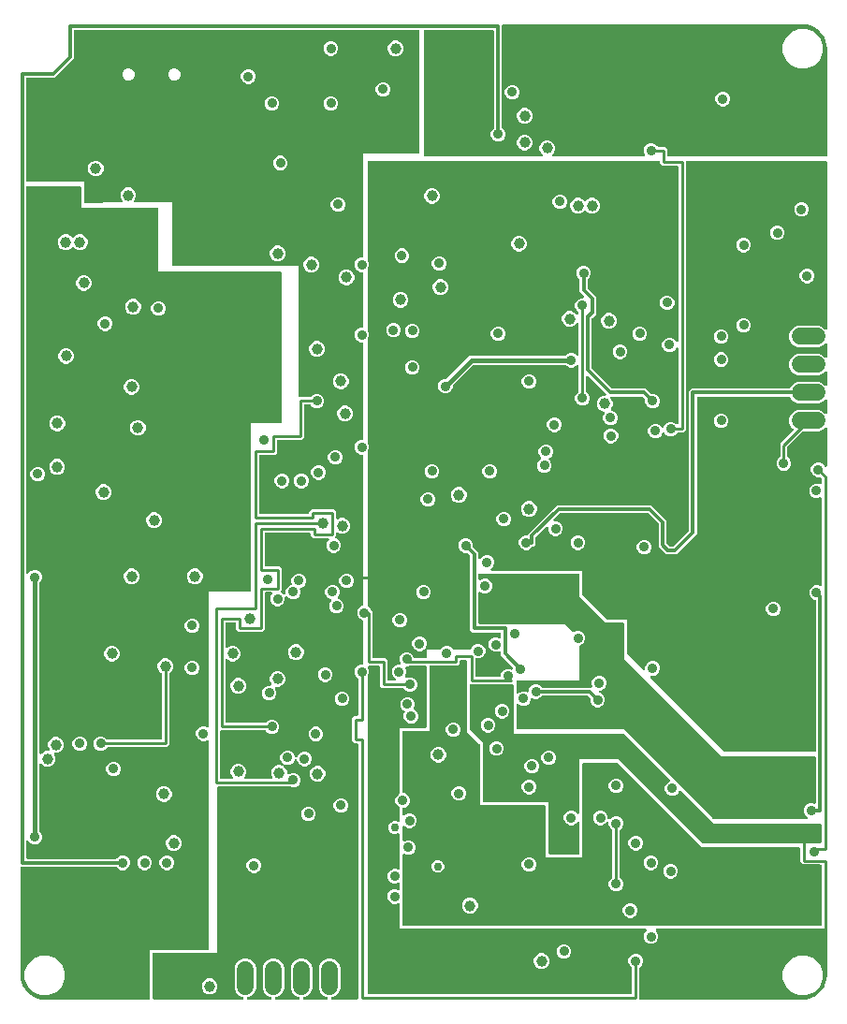
<source format=gbr>
G04 EAGLE Gerber RS-274X export*
G75*
%MOMM*%
%FSLAX34Y34*%
%LPD*%
%INBottom Copper*%
%IPPOS*%
%AMOC8*
5,1,8,0,0,1.08239X$1,22.5*%
G01*
%ADD10C,1.650000*%
%ADD11C,1.524000*%
%ADD12C,1.006400*%
%ADD13C,0.254000*%
%ADD14C,0.906400*%
%ADD15C,0.304800*%
%ADD16C,0.756400*%
%ADD17C,0.406400*%

G36*
X721986Y227346D02*
X721986Y227346D01*
X722105Y227353D01*
X722143Y227366D01*
X722184Y227371D01*
X722294Y227414D01*
X722407Y227451D01*
X722442Y227473D01*
X722479Y227488D01*
X722575Y227558D01*
X722676Y227621D01*
X722704Y227651D01*
X722737Y227674D01*
X722813Y227766D01*
X722894Y227853D01*
X722914Y227888D01*
X722939Y227919D01*
X722990Y228027D01*
X723048Y228131D01*
X723058Y228171D01*
X723075Y228207D01*
X723097Y228324D01*
X723127Y228439D01*
X723131Y228499D01*
X723135Y228520D01*
X723133Y228540D01*
X723137Y228600D01*
X723137Y363737D01*
X723134Y363766D01*
X723136Y363795D01*
X723114Y363924D01*
X723097Y364052D01*
X723087Y364080D01*
X723082Y364109D01*
X723028Y364227D01*
X722980Y364348D01*
X722963Y364372D01*
X722951Y364399D01*
X722870Y364500D01*
X722794Y364605D01*
X722771Y364624D01*
X722752Y364647D01*
X722649Y364725D01*
X722549Y364808D01*
X722522Y364821D01*
X722498Y364838D01*
X722354Y364909D01*
X719967Y365898D01*
X718121Y367745D01*
X717121Y370157D01*
X717121Y372769D01*
X718121Y375182D01*
X719967Y377028D01*
X722380Y378028D01*
X724992Y378028D01*
X726462Y377419D01*
X726510Y377406D01*
X726555Y377384D01*
X726663Y377364D01*
X726769Y377335D01*
X726819Y377334D01*
X726868Y377325D01*
X726977Y377332D01*
X727087Y377330D01*
X727135Y377341D01*
X727185Y377344D01*
X727289Y377378D01*
X727396Y377404D01*
X727440Y377427D01*
X727487Y377442D01*
X727580Y377501D01*
X727677Y377553D01*
X727714Y377586D01*
X727756Y377613D01*
X727831Y377693D01*
X727913Y377767D01*
X727940Y377808D01*
X727974Y377844D01*
X728027Y377940D01*
X728087Y378032D01*
X728104Y378079D01*
X728128Y378123D01*
X728155Y378229D01*
X728191Y378333D01*
X728195Y378383D01*
X728207Y378431D01*
X728217Y378591D01*
X728217Y456422D01*
X728211Y456471D01*
X728213Y456521D01*
X728191Y456628D01*
X728177Y456737D01*
X728159Y456784D01*
X728149Y456832D01*
X728101Y456931D01*
X728060Y457033D01*
X728031Y457073D01*
X728009Y457118D01*
X727938Y457201D01*
X727874Y457290D01*
X727835Y457322D01*
X727803Y457360D01*
X727713Y457423D01*
X727629Y457493D01*
X727584Y457514D01*
X727543Y457543D01*
X727440Y457582D01*
X727341Y457629D01*
X727292Y457638D01*
X727246Y457656D01*
X727136Y457668D01*
X727029Y457688D01*
X726979Y457685D01*
X726930Y457691D01*
X726821Y457675D01*
X726711Y457669D01*
X726664Y457653D01*
X726615Y457646D01*
X726462Y457594D01*
X724992Y456985D01*
X722380Y456985D01*
X719967Y457985D01*
X718121Y459831D01*
X717121Y462244D01*
X717121Y464856D01*
X718121Y467269D01*
X719967Y469115D01*
X722380Y470115D01*
X724992Y470115D01*
X726462Y469506D01*
X726510Y469493D01*
X726555Y469471D01*
X726663Y469451D01*
X726769Y469422D01*
X726819Y469421D01*
X726868Y469412D01*
X726977Y469418D01*
X727087Y469417D01*
X727135Y469428D01*
X727185Y469431D01*
X727289Y469465D01*
X727396Y469491D01*
X727440Y469514D01*
X727487Y469529D01*
X727580Y469588D01*
X727677Y469640D01*
X727714Y469673D01*
X727756Y469700D01*
X727831Y469780D01*
X727913Y469853D01*
X727940Y469895D01*
X727974Y469931D01*
X728027Y470027D01*
X728087Y470119D01*
X728104Y470166D01*
X728128Y470210D01*
X728155Y470316D01*
X728191Y470420D01*
X728195Y470470D01*
X728207Y470518D01*
X728217Y470678D01*
X728217Y474356D01*
X728205Y474454D01*
X728202Y474553D01*
X728185Y474612D01*
X728177Y474672D01*
X728141Y474764D01*
X728113Y474859D01*
X728083Y474911D01*
X728060Y474967D01*
X728002Y475047D01*
X727952Y475133D01*
X727886Y475208D01*
X727874Y475225D01*
X727864Y475233D01*
X727846Y475254D01*
X727436Y475664D01*
X727357Y475724D01*
X727285Y475792D01*
X727232Y475821D01*
X727184Y475858D01*
X727093Y475898D01*
X727007Y475946D01*
X726948Y475961D01*
X726893Y475985D01*
X726795Y476000D01*
X726699Y476025D01*
X726599Y476031D01*
X726578Y476035D01*
X726566Y476033D01*
X726538Y476035D01*
X723864Y476035D01*
X721451Y477035D01*
X719605Y478881D01*
X718605Y481294D01*
X718605Y483906D01*
X719605Y486319D01*
X721451Y488165D01*
X723864Y489165D01*
X726476Y489165D01*
X728889Y488165D01*
X730735Y486319D01*
X730855Y486029D01*
X730890Y485968D01*
X730916Y485903D01*
X730968Y485831D01*
X731013Y485752D01*
X731062Y485702D01*
X731102Y485646D01*
X731172Y485589D01*
X731234Y485524D01*
X731294Y485488D01*
X731347Y485443D01*
X731429Y485405D01*
X731505Y485358D01*
X731572Y485337D01*
X731635Y485308D01*
X731723Y485291D01*
X731809Y485264D01*
X731879Y485261D01*
X731948Y485248D01*
X732037Y485253D01*
X732127Y485249D01*
X732195Y485263D01*
X732265Y485267D01*
X732350Y485295D01*
X732438Y485313D01*
X732501Y485344D01*
X732567Y485366D01*
X732643Y485414D01*
X732724Y485453D01*
X732777Y485498D01*
X732836Y485536D01*
X732898Y485601D01*
X732966Y485659D01*
X733006Y485716D01*
X733054Y485767D01*
X733097Y485846D01*
X733149Y485919D01*
X733174Y485985D01*
X733208Y486046D01*
X733230Y486133D01*
X733262Y486217D01*
X733270Y486286D01*
X733287Y486354D01*
X733297Y486514D01*
X733297Y519732D01*
X733280Y519869D01*
X733267Y520008D01*
X733260Y520028D01*
X733257Y520048D01*
X733206Y520176D01*
X733159Y520308D01*
X733148Y520324D01*
X733140Y520343D01*
X733059Y520456D01*
X732981Y520571D01*
X732965Y520584D01*
X732954Y520601D01*
X732846Y520689D01*
X732742Y520781D01*
X732724Y520790D01*
X732709Y520803D01*
X732583Y520863D01*
X732459Y520926D01*
X732439Y520930D01*
X732421Y520939D01*
X732284Y520965D01*
X732149Y520996D01*
X732128Y520995D01*
X732109Y520999D01*
X731970Y520990D01*
X731831Y520986D01*
X731811Y520980D01*
X731791Y520979D01*
X731659Y520936D01*
X731525Y520897D01*
X731508Y520887D01*
X731489Y520881D01*
X731371Y520806D01*
X731251Y520736D01*
X731230Y520717D01*
X731220Y520711D01*
X731206Y520696D01*
X731131Y520630D01*
X729368Y518867D01*
X725820Y517397D01*
X711824Y517397D01*
X711726Y517385D01*
X711627Y517382D01*
X711568Y517365D01*
X711508Y517357D01*
X711416Y517321D01*
X711321Y517293D01*
X711269Y517263D01*
X711213Y517240D01*
X711133Y517182D01*
X711047Y517132D01*
X710972Y517066D01*
X710955Y517054D01*
X710947Y517044D01*
X710926Y517026D01*
X697729Y503829D01*
X697669Y503750D01*
X697601Y503678D01*
X697572Y503625D01*
X697535Y503577D01*
X697495Y503486D01*
X697447Y503400D01*
X697432Y503341D01*
X697408Y503286D01*
X697393Y503188D01*
X697368Y503092D01*
X697362Y502992D01*
X697358Y502971D01*
X697360Y502959D01*
X697358Y502931D01*
X697358Y494822D01*
X697370Y494724D01*
X697373Y494625D01*
X697390Y494567D01*
X697398Y494506D01*
X697434Y494414D01*
X697462Y494319D01*
X697492Y494267D01*
X697515Y494211D01*
X697573Y494131D01*
X697623Y494045D01*
X697689Y493970D01*
X697701Y493953D01*
X697711Y493946D01*
X697729Y493924D01*
X699620Y492034D01*
X700620Y489621D01*
X700620Y487009D01*
X699620Y484596D01*
X697774Y482750D01*
X695361Y481750D01*
X692749Y481750D01*
X690336Y482750D01*
X688490Y484596D01*
X687490Y487009D01*
X687490Y489621D01*
X688490Y492034D01*
X690381Y493924D01*
X690441Y494003D01*
X690509Y494075D01*
X690538Y494128D01*
X690575Y494176D01*
X690615Y494267D01*
X690663Y494353D01*
X690678Y494412D01*
X690702Y494468D01*
X690717Y494566D01*
X690742Y494661D01*
X690748Y494761D01*
X690752Y494782D01*
X690750Y494794D01*
X690752Y494822D01*
X690752Y506193D01*
X702412Y517852D01*
X702485Y517947D01*
X702563Y518036D01*
X702582Y518072D01*
X702607Y518104D01*
X702654Y518213D01*
X702708Y518319D01*
X702717Y518358D01*
X702733Y518396D01*
X702752Y518513D01*
X702778Y518629D01*
X702776Y518670D01*
X702783Y518710D01*
X702772Y518828D01*
X702768Y518947D01*
X702757Y518986D01*
X702753Y519026D01*
X702713Y519138D01*
X702680Y519253D01*
X702659Y519287D01*
X702645Y519326D01*
X702578Y519424D01*
X702518Y519527D01*
X702478Y519572D01*
X702467Y519589D01*
X702451Y519602D01*
X702412Y519647D01*
X700477Y521582D01*
X699007Y525130D01*
X699007Y528970D01*
X700477Y532518D01*
X703192Y535233D01*
X706740Y536703D01*
X725820Y536703D01*
X729368Y535233D01*
X731131Y533470D01*
X731240Y533385D01*
X731347Y533297D01*
X731366Y533288D01*
X731382Y533276D01*
X731510Y533220D01*
X731635Y533161D01*
X731655Y533157D01*
X731674Y533149D01*
X731812Y533127D01*
X731948Y533101D01*
X731968Y533103D01*
X731988Y533099D01*
X732127Y533112D01*
X732265Y533121D01*
X732284Y533127D01*
X732304Y533129D01*
X732436Y533176D01*
X732567Y533219D01*
X732585Y533230D01*
X732604Y533237D01*
X732719Y533315D01*
X732836Y533389D01*
X732850Y533404D01*
X732867Y533415D01*
X732959Y533520D01*
X733054Y533621D01*
X733064Y533639D01*
X733077Y533654D01*
X733141Y533778D01*
X733208Y533899D01*
X733213Y533919D01*
X733222Y533937D01*
X733252Y534073D01*
X733287Y534207D01*
X733289Y534235D01*
X733292Y534247D01*
X733291Y534268D01*
X733297Y534368D01*
X733297Y545132D01*
X733280Y545269D01*
X733267Y545408D01*
X733260Y545428D01*
X733257Y545448D01*
X733206Y545576D01*
X733159Y545708D01*
X733148Y545724D01*
X733140Y545743D01*
X733059Y545856D01*
X732981Y545971D01*
X732965Y545984D01*
X732954Y546001D01*
X732846Y546089D01*
X732742Y546181D01*
X732724Y546190D01*
X732709Y546203D01*
X732583Y546263D01*
X732459Y546326D01*
X732439Y546330D01*
X732421Y546339D01*
X732284Y546365D01*
X732149Y546396D01*
X732128Y546395D01*
X732109Y546399D01*
X731970Y546390D01*
X731831Y546386D01*
X731811Y546380D01*
X731791Y546379D01*
X731659Y546336D01*
X731525Y546297D01*
X731508Y546287D01*
X731489Y546281D01*
X731371Y546206D01*
X731251Y546136D01*
X731230Y546117D01*
X731220Y546111D01*
X731206Y546096D01*
X731131Y546030D01*
X729368Y544267D01*
X725820Y542797D01*
X706740Y542797D01*
X703192Y544267D01*
X700477Y546982D01*
X700010Y548110D01*
X699995Y548135D01*
X699986Y548163D01*
X699917Y548273D01*
X699852Y548386D01*
X699832Y548407D01*
X699816Y548432D01*
X699721Y548521D01*
X699631Y548614D01*
X699606Y548630D01*
X699584Y548650D01*
X699470Y548713D01*
X699360Y548781D01*
X699332Y548789D01*
X699306Y548804D01*
X699180Y548836D01*
X699056Y548874D01*
X699026Y548876D01*
X698998Y548883D01*
X698837Y548893D01*
X616712Y548893D01*
X616594Y548878D01*
X616475Y548871D01*
X616437Y548858D01*
X616396Y548853D01*
X616286Y548810D01*
X616173Y548773D01*
X616138Y548751D01*
X616101Y548736D01*
X616005Y548667D01*
X615904Y548603D01*
X615876Y548573D01*
X615843Y548550D01*
X615767Y548458D01*
X615686Y548371D01*
X615666Y548336D01*
X615641Y548305D01*
X615590Y548197D01*
X615532Y548093D01*
X615522Y548053D01*
X615505Y548017D01*
X615483Y547900D01*
X615453Y547785D01*
X615449Y547725D01*
X615445Y547705D01*
X615447Y547684D01*
X615443Y547624D01*
X615443Y424350D01*
X597278Y406185D01*
X587632Y406185D01*
X580810Y413007D01*
X580810Y433444D01*
X580798Y433542D01*
X580795Y433641D01*
X580778Y433699D01*
X580770Y433760D01*
X580734Y433852D01*
X580706Y433947D01*
X580676Y433999D01*
X580653Y434055D01*
X580595Y434135D01*
X580545Y434221D01*
X580479Y434296D01*
X580467Y434313D01*
X580457Y434320D01*
X580439Y434342D01*
X571669Y443112D01*
X571590Y443172D01*
X571518Y443240D01*
X571465Y443269D01*
X571417Y443306D01*
X571326Y443346D01*
X571240Y443394D01*
X571181Y443409D01*
X571125Y443433D01*
X571027Y443448D01*
X570932Y443473D01*
X570832Y443479D01*
X570811Y443483D01*
X570799Y443481D01*
X570771Y443483D01*
X492219Y443483D01*
X492121Y443471D01*
X492022Y443468D01*
X491964Y443451D01*
X491903Y443443D01*
X491811Y443407D01*
X491716Y443379D01*
X491664Y443349D01*
X491608Y443326D01*
X491528Y443268D01*
X491442Y443218D01*
X491367Y443152D01*
X491350Y443140D01*
X491343Y443130D01*
X491321Y443112D01*
X486201Y437991D01*
X486116Y437881D01*
X486028Y437775D01*
X486019Y437756D01*
X486006Y437740D01*
X485951Y437612D01*
X485892Y437487D01*
X485888Y437467D01*
X485880Y437448D01*
X485858Y437310D01*
X485832Y437174D01*
X485833Y437154D01*
X485830Y437134D01*
X485843Y436995D01*
X485852Y436857D01*
X485858Y436838D01*
X485860Y436818D01*
X485907Y436686D01*
X485950Y436555D01*
X485961Y436537D01*
X485968Y436518D01*
X486046Y436403D01*
X486120Y436286D01*
X486135Y436272D01*
X486146Y436255D01*
X486251Y436163D01*
X486352Y436068D01*
X486369Y436058D01*
X486385Y436045D01*
X486509Y435981D01*
X486630Y435914D01*
X486650Y435909D01*
X486668Y435900D01*
X486804Y435870D01*
X486938Y435835D01*
X486966Y435833D01*
X486978Y435830D01*
X486999Y435831D01*
X487099Y435825D01*
X488986Y435825D01*
X491399Y434825D01*
X493245Y432979D01*
X494245Y430566D01*
X494245Y427954D01*
X493245Y425541D01*
X491399Y423695D01*
X488986Y422695D01*
X486374Y422695D01*
X483961Y423695D01*
X482115Y425541D01*
X481115Y427954D01*
X481115Y429841D01*
X481098Y429979D01*
X481085Y430117D01*
X481078Y430137D01*
X481075Y430157D01*
X481024Y430286D01*
X480977Y430417D01*
X480966Y430434D01*
X480958Y430452D01*
X480877Y430564D01*
X480799Y430680D01*
X480783Y430693D01*
X480772Y430710D01*
X480664Y430798D01*
X480560Y430890D01*
X480542Y430900D01*
X480527Y430912D01*
X480401Y430972D01*
X480277Y431035D01*
X480257Y431039D01*
X480239Y431048D01*
X480103Y431074D01*
X479967Y431105D01*
X479946Y431104D01*
X479927Y431108D01*
X479788Y431099D01*
X479649Y431095D01*
X479629Y431089D01*
X479609Y431088D01*
X479477Y431045D01*
X479343Y431007D01*
X479326Y430996D01*
X479307Y430990D01*
X479189Y430915D01*
X479069Y430845D01*
X479048Y430826D01*
X479038Y430820D01*
X479024Y430805D01*
X478949Y430739D01*
X470018Y421809D01*
X469958Y421730D01*
X469890Y421658D01*
X469861Y421605D01*
X469824Y421557D01*
X469784Y421466D01*
X469736Y421380D01*
X469721Y421321D01*
X469697Y421265D01*
X469682Y421167D01*
X469657Y421072D01*
X469651Y420974D01*
X469649Y420966D01*
X469649Y420964D01*
X469647Y420951D01*
X469649Y420939D01*
X469647Y420911D01*
X469647Y415087D01*
X467563Y413003D01*
X467263Y413003D01*
X467165Y412991D01*
X467066Y412988D01*
X467007Y412971D01*
X466947Y412963D01*
X466855Y412927D01*
X466760Y412899D01*
X466708Y412869D01*
X466652Y412846D01*
X466572Y412788D01*
X466486Y412738D01*
X466411Y412672D01*
X466394Y412660D01*
X466387Y412650D01*
X466365Y412632D01*
X464729Y410995D01*
X462316Y409995D01*
X459704Y409995D01*
X457291Y410995D01*
X455445Y412841D01*
X454445Y415254D01*
X454445Y417866D01*
X455445Y420279D01*
X457291Y422125D01*
X459704Y423125D01*
X461264Y423125D01*
X461382Y423140D01*
X461501Y423147D01*
X461539Y423160D01*
X461580Y423165D01*
X461690Y423208D01*
X461803Y423245D01*
X461838Y423267D01*
X461875Y423282D01*
X461971Y423351D01*
X462072Y423415D01*
X462100Y423445D01*
X462133Y423468D01*
X462209Y423560D01*
X462290Y423647D01*
X462310Y423682D01*
X462335Y423713D01*
X462386Y423821D01*
X462444Y423925D01*
X462454Y423965D01*
X462471Y424001D01*
X462493Y424118D01*
X462523Y424233D01*
X462527Y424293D01*
X462531Y424313D01*
X462529Y424334D01*
X462533Y424383D01*
X488747Y450597D01*
X574243Y450597D01*
X587924Y436916D01*
X587924Y416479D01*
X587936Y416381D01*
X587939Y416282D01*
X587956Y416223D01*
X587964Y416163D01*
X588000Y416071D01*
X588028Y415976D01*
X588058Y415924D01*
X588081Y415868D01*
X588139Y415788D01*
X588189Y415702D01*
X588255Y415627D01*
X588267Y415610D01*
X588277Y415602D01*
X588295Y415581D01*
X590206Y413670D01*
X590285Y413610D01*
X590357Y413542D01*
X590410Y413513D01*
X590458Y413476D01*
X590549Y413436D01*
X590635Y413388D01*
X590694Y413373D01*
X590749Y413349D01*
X590847Y413334D01*
X590943Y413309D01*
X591043Y413303D01*
X591064Y413299D01*
X591076Y413301D01*
X591104Y413299D01*
X593806Y413299D01*
X593904Y413311D01*
X594003Y413314D01*
X594062Y413331D01*
X594122Y413339D01*
X594214Y413375D01*
X594309Y413403D01*
X594361Y413433D01*
X594417Y413456D01*
X594497Y413514D01*
X594583Y413564D01*
X594658Y413630D01*
X594675Y413642D01*
X594683Y413652D01*
X594704Y413670D01*
X607958Y426924D01*
X608018Y427003D01*
X608086Y427075D01*
X608115Y427128D01*
X608152Y427176D01*
X608192Y427267D01*
X608240Y427353D01*
X608255Y427412D01*
X608279Y427467D01*
X608294Y427565D01*
X608319Y427661D01*
X608325Y427761D01*
X608329Y427782D01*
X608327Y427794D01*
X608329Y427822D01*
X608329Y553923D01*
X610413Y556007D01*
X698837Y556007D01*
X698867Y556010D01*
X698896Y556008D01*
X699024Y556030D01*
X699153Y556047D01*
X699180Y556057D01*
X699209Y556062D01*
X699328Y556116D01*
X699448Y556164D01*
X699472Y556181D01*
X699499Y556193D01*
X699601Y556274D01*
X699706Y556350D01*
X699725Y556373D01*
X699748Y556392D01*
X699826Y556495D01*
X699909Y556595D01*
X699921Y556622D01*
X699939Y556646D01*
X700010Y556790D01*
X700477Y557918D01*
X703192Y560633D01*
X706740Y562103D01*
X725820Y562103D01*
X729368Y560633D01*
X731131Y558870D01*
X731240Y558785D01*
X731347Y558697D01*
X731366Y558688D01*
X731382Y558676D01*
X731510Y558620D01*
X731635Y558561D01*
X731655Y558557D01*
X731674Y558549D01*
X731812Y558527D01*
X731948Y558501D01*
X731968Y558503D01*
X731988Y558499D01*
X732127Y558512D01*
X732265Y558521D01*
X732284Y558527D01*
X732304Y558529D01*
X732436Y558576D01*
X732567Y558619D01*
X732585Y558630D01*
X732604Y558637D01*
X732719Y558715D01*
X732836Y558789D01*
X732850Y558804D01*
X732867Y558815D01*
X732959Y558920D01*
X733054Y559021D01*
X733064Y559039D01*
X733077Y559054D01*
X733141Y559178D01*
X733208Y559299D01*
X733213Y559319D01*
X733222Y559337D01*
X733252Y559473D01*
X733287Y559607D01*
X733289Y559635D01*
X733292Y559647D01*
X733291Y559668D01*
X733297Y559768D01*
X733297Y570532D01*
X733280Y570669D01*
X733267Y570808D01*
X733260Y570828D01*
X733257Y570848D01*
X733206Y570976D01*
X733159Y571108D01*
X733148Y571124D01*
X733140Y571143D01*
X733059Y571256D01*
X732981Y571371D01*
X732965Y571384D01*
X732954Y571401D01*
X732846Y571489D01*
X732742Y571581D01*
X732724Y571590D01*
X732709Y571603D01*
X732583Y571663D01*
X732459Y571726D01*
X732439Y571730D01*
X732421Y571739D01*
X732284Y571765D01*
X732149Y571796D01*
X732128Y571795D01*
X732109Y571799D01*
X731970Y571790D01*
X731831Y571786D01*
X731811Y571780D01*
X731791Y571779D01*
X731659Y571736D01*
X731525Y571697D01*
X731508Y571687D01*
X731489Y571681D01*
X731371Y571606D01*
X731251Y571536D01*
X731230Y571517D01*
X731220Y571511D01*
X731206Y571496D01*
X731131Y571430D01*
X729368Y569667D01*
X725820Y568197D01*
X706740Y568197D01*
X703192Y569667D01*
X700477Y572382D01*
X699007Y575930D01*
X699007Y579770D01*
X700477Y583318D01*
X703192Y586033D01*
X706740Y587503D01*
X725820Y587503D01*
X729368Y586033D01*
X731131Y584270D01*
X731240Y584185D01*
X731347Y584097D01*
X731366Y584088D01*
X731382Y584076D01*
X731510Y584020D01*
X731635Y583961D01*
X731655Y583957D01*
X731674Y583949D01*
X731812Y583927D01*
X731948Y583901D01*
X731968Y583903D01*
X731988Y583899D01*
X732127Y583912D01*
X732265Y583921D01*
X732284Y583927D01*
X732304Y583929D01*
X732436Y583976D01*
X732567Y584019D01*
X732585Y584030D01*
X732604Y584037D01*
X732719Y584115D01*
X732836Y584189D01*
X732850Y584204D01*
X732867Y584215D01*
X732959Y584320D01*
X733054Y584421D01*
X733064Y584439D01*
X733077Y584454D01*
X733141Y584578D01*
X733208Y584699D01*
X733213Y584719D01*
X733222Y584737D01*
X733252Y584873D01*
X733287Y585007D01*
X733289Y585035D01*
X733292Y585047D01*
X733291Y585068D01*
X733297Y585168D01*
X733297Y595932D01*
X733280Y596069D01*
X733267Y596208D01*
X733260Y596228D01*
X733257Y596248D01*
X733206Y596376D01*
X733159Y596508D01*
X733148Y596524D01*
X733140Y596543D01*
X733059Y596656D01*
X732981Y596771D01*
X732965Y596784D01*
X732954Y596801D01*
X732846Y596889D01*
X732742Y596981D01*
X732724Y596990D01*
X732709Y597003D01*
X732583Y597063D01*
X732459Y597126D01*
X732439Y597130D01*
X732421Y597139D01*
X732284Y597165D01*
X732149Y597196D01*
X732128Y597195D01*
X732109Y597199D01*
X731970Y597190D01*
X731831Y597186D01*
X731811Y597180D01*
X731791Y597179D01*
X731659Y597136D01*
X731525Y597097D01*
X731508Y597087D01*
X731489Y597081D01*
X731371Y597006D01*
X731251Y596936D01*
X731230Y596917D01*
X731220Y596911D01*
X731206Y596896D01*
X731131Y596830D01*
X729368Y595067D01*
X725820Y593597D01*
X706740Y593597D01*
X703192Y595067D01*
X700477Y597782D01*
X699007Y601330D01*
X699007Y605170D01*
X700477Y608718D01*
X703192Y611433D01*
X706740Y612903D01*
X725820Y612903D01*
X729368Y611433D01*
X731131Y609670D01*
X731240Y609585D01*
X731347Y609497D01*
X731366Y609488D01*
X731382Y609476D01*
X731510Y609420D01*
X731635Y609361D01*
X731655Y609357D01*
X731674Y609349D01*
X731812Y609327D01*
X731948Y609301D01*
X731968Y609303D01*
X731988Y609299D01*
X732127Y609312D01*
X732265Y609321D01*
X732284Y609327D01*
X732304Y609329D01*
X732436Y609376D01*
X732567Y609419D01*
X732585Y609430D01*
X732604Y609437D01*
X732719Y609515D01*
X732836Y609589D01*
X732850Y609604D01*
X732867Y609615D01*
X732959Y609720D01*
X733054Y609821D01*
X733064Y609839D01*
X733077Y609854D01*
X733141Y609978D01*
X733208Y610099D01*
X733213Y610119D01*
X733222Y610137D01*
X733252Y610273D01*
X733287Y610407D01*
X733289Y610435D01*
X733292Y610447D01*
X733291Y610468D01*
X733297Y610568D01*
X733297Y760730D01*
X733282Y760848D01*
X733275Y760967D01*
X733262Y761005D01*
X733257Y761046D01*
X733214Y761156D01*
X733177Y761269D01*
X733155Y761304D01*
X733140Y761341D01*
X733071Y761437D01*
X733007Y761538D01*
X732977Y761566D01*
X732954Y761599D01*
X732862Y761675D01*
X732775Y761756D01*
X732740Y761776D01*
X732709Y761801D01*
X732601Y761852D01*
X732497Y761910D01*
X732457Y761920D01*
X732421Y761937D01*
X732304Y761959D01*
X732189Y761989D01*
X732129Y761993D01*
X732109Y761997D01*
X732088Y761995D01*
X732028Y761999D01*
X606552Y761999D01*
X606434Y761984D01*
X606315Y761977D01*
X606277Y761964D01*
X606236Y761959D01*
X606126Y761916D01*
X606013Y761879D01*
X605978Y761857D01*
X605941Y761842D01*
X605845Y761773D01*
X605744Y761709D01*
X605716Y761679D01*
X605683Y761656D01*
X605607Y761564D01*
X605526Y761477D01*
X605506Y761442D01*
X605481Y761411D01*
X605430Y761303D01*
X605372Y761199D01*
X605362Y761159D01*
X605345Y761123D01*
X605323Y761006D01*
X605293Y760891D01*
X605289Y760831D01*
X605285Y760811D01*
X605287Y760790D01*
X605283Y760730D01*
X605283Y518062D01*
X603348Y516127D01*
X598327Y516127D01*
X598229Y516115D01*
X598130Y516112D01*
X598072Y516095D01*
X598011Y516087D01*
X597919Y516051D01*
X597824Y516023D01*
X597772Y515993D01*
X597716Y515970D01*
X597636Y515912D01*
X597550Y515862D01*
X597475Y515796D01*
X597458Y515784D01*
X597451Y515774D01*
X597429Y515756D01*
X595539Y513865D01*
X593126Y512865D01*
X590514Y512865D01*
X588101Y513865D01*
X586111Y515855D01*
X586072Y515886D01*
X586038Y515922D01*
X585947Y515983D01*
X585860Y516050D01*
X585814Y516070D01*
X585772Y516097D01*
X585669Y516133D01*
X585568Y516176D01*
X585519Y516184D01*
X585472Y516200D01*
X585362Y516209D01*
X585254Y516226D01*
X585204Y516222D01*
X585155Y516226D01*
X585047Y516207D01*
X584937Y516196D01*
X584890Y516180D01*
X584841Y516171D01*
X584741Y516126D01*
X584638Y516089D01*
X584597Y516061D01*
X584551Y516041D01*
X584465Y515972D01*
X584375Y515910D01*
X584342Y515873D01*
X584303Y515842D01*
X584237Y515754D01*
X584164Y515672D01*
X584142Y515628D01*
X584112Y515588D01*
X584041Y515443D01*
X583415Y513933D01*
X581569Y512087D01*
X579156Y511087D01*
X576544Y511087D01*
X574131Y512087D01*
X572285Y513933D01*
X571285Y516346D01*
X571285Y518958D01*
X572285Y521371D01*
X574131Y523217D01*
X576544Y524217D01*
X579156Y524217D01*
X581569Y523217D01*
X583559Y521227D01*
X583598Y521196D01*
X583632Y521160D01*
X583724Y521099D01*
X583810Y521032D01*
X583856Y521012D01*
X583897Y520985D01*
X584001Y520949D01*
X584102Y520906D01*
X584151Y520898D01*
X584198Y520882D01*
X584308Y520873D01*
X584416Y520856D01*
X584466Y520860D01*
X584515Y520856D01*
X584624Y520875D01*
X584733Y520886D01*
X584780Y520902D01*
X584829Y520911D01*
X584929Y520956D01*
X585032Y520993D01*
X585073Y521021D01*
X585119Y521041D01*
X585204Y521110D01*
X585295Y521172D01*
X585328Y521209D01*
X585367Y521240D01*
X585433Y521328D01*
X585506Y521410D01*
X585528Y521454D01*
X585558Y521494D01*
X585629Y521639D01*
X586255Y523149D01*
X588101Y524995D01*
X590514Y525995D01*
X593126Y525995D01*
X595539Y524995D01*
X596511Y524023D01*
X596604Y523951D01*
X596617Y523938D01*
X596626Y523934D01*
X596727Y523850D01*
X596746Y523841D01*
X596762Y523828D01*
X596889Y523773D01*
X597015Y523714D01*
X597035Y523710D01*
X597054Y523702D01*
X597192Y523680D01*
X597328Y523654D01*
X597348Y523655D01*
X597368Y523652D01*
X597507Y523665D01*
X597645Y523674D01*
X597664Y523680D01*
X597684Y523682D01*
X597816Y523729D01*
X597947Y523772D01*
X597965Y523783D01*
X597984Y523790D01*
X598099Y523868D01*
X598216Y523942D01*
X598230Y523957D01*
X598247Y523968D01*
X598339Y524072D01*
X598434Y524174D01*
X598444Y524192D01*
X598457Y524207D01*
X598520Y524330D01*
X598588Y524452D01*
X598593Y524472D01*
X598602Y524490D01*
X598632Y524626D01*
X598667Y524760D01*
X598669Y524788D01*
X598672Y524800D01*
X598671Y524821D01*
X598677Y524921D01*
X598677Y591716D01*
X598669Y591785D01*
X598670Y591855D01*
X598649Y591942D01*
X598637Y592031D01*
X598612Y592096D01*
X598595Y592164D01*
X598553Y592243D01*
X598520Y592327D01*
X598479Y592383D01*
X598447Y592445D01*
X598386Y592512D01*
X598334Y592584D01*
X598280Y592629D01*
X598233Y592680D01*
X598158Y592730D01*
X598089Y592787D01*
X598025Y592817D01*
X597967Y592855D01*
X597882Y592884D01*
X597801Y592922D01*
X597732Y592936D01*
X597666Y592958D01*
X597577Y592965D01*
X597489Y592982D01*
X597419Y592978D01*
X597349Y592983D01*
X597261Y592968D01*
X597171Y592963D01*
X597105Y592941D01*
X597036Y592929D01*
X596954Y592892D01*
X596869Y592864D01*
X596810Y592827D01*
X596746Y592798D01*
X596676Y592742D01*
X596600Y592694D01*
X596552Y592643D01*
X596498Y592600D01*
X596443Y592528D01*
X596382Y592463D01*
X596348Y592402D01*
X596306Y592346D01*
X596235Y592201D01*
X596115Y591911D01*
X594269Y590065D01*
X591856Y589065D01*
X589244Y589065D01*
X586831Y590065D01*
X584985Y591911D01*
X583985Y594324D01*
X583985Y596936D01*
X584985Y599349D01*
X586831Y601195D01*
X589244Y602195D01*
X591856Y602195D01*
X594269Y601195D01*
X596115Y599349D01*
X596235Y599059D01*
X596270Y598998D01*
X596296Y598933D01*
X596348Y598861D01*
X596393Y598782D01*
X596442Y598732D01*
X596482Y598676D01*
X596552Y598619D01*
X596614Y598554D01*
X596674Y598518D01*
X596727Y598473D01*
X596809Y598435D01*
X596885Y598388D01*
X596952Y598367D01*
X597015Y598338D01*
X597103Y598321D01*
X597189Y598294D01*
X597259Y598291D01*
X597328Y598278D01*
X597417Y598283D01*
X597507Y598279D01*
X597575Y598293D01*
X597645Y598297D01*
X597730Y598325D01*
X597818Y598343D01*
X597881Y598374D01*
X597947Y598396D01*
X598023Y598444D01*
X598104Y598483D01*
X598157Y598528D01*
X598216Y598566D01*
X598278Y598631D01*
X598346Y598689D01*
X598386Y598746D01*
X598434Y598797D01*
X598477Y598876D01*
X598529Y598949D01*
X598554Y599015D01*
X598588Y599076D01*
X598610Y599163D01*
X598642Y599247D01*
X598650Y599316D01*
X598667Y599384D01*
X598677Y599544D01*
X598677Y756158D01*
X598662Y756276D01*
X598655Y756395D01*
X598642Y756433D01*
X598637Y756474D01*
X598594Y756584D01*
X598557Y756697D01*
X598535Y756732D01*
X598520Y756769D01*
X598451Y756865D01*
X598387Y756966D01*
X598357Y756994D01*
X598334Y757027D01*
X598242Y757103D01*
X598155Y757184D01*
X598120Y757204D01*
X598089Y757229D01*
X597981Y757280D01*
X597877Y757338D01*
X597837Y757348D01*
X597801Y757365D01*
X597684Y757387D01*
X597569Y757417D01*
X597509Y757421D01*
X597489Y757425D01*
X597468Y757423D01*
X597408Y757427D01*
X584102Y757427D01*
X582167Y759362D01*
X582167Y760730D01*
X582152Y760848D01*
X582145Y760967D01*
X582132Y761005D01*
X582127Y761046D01*
X582084Y761156D01*
X582047Y761269D01*
X582025Y761304D01*
X582010Y761341D01*
X581941Y761437D01*
X581877Y761538D01*
X581847Y761566D01*
X581824Y761599D01*
X581732Y761675D01*
X581645Y761756D01*
X581610Y761776D01*
X581579Y761801D01*
X581471Y761852D01*
X581367Y761910D01*
X581327Y761920D01*
X581291Y761937D01*
X581174Y761959D01*
X581059Y761989D01*
X580999Y761993D01*
X580979Y761997D01*
X580958Y761995D01*
X580898Y761999D01*
X318770Y761999D01*
X318652Y761984D01*
X318533Y761977D01*
X318495Y761964D01*
X318454Y761959D01*
X318344Y761916D01*
X318231Y761879D01*
X318196Y761857D01*
X318159Y761842D01*
X318063Y761773D01*
X317962Y761709D01*
X317934Y761679D01*
X317901Y761656D01*
X317826Y761564D01*
X317744Y761477D01*
X317724Y761442D01*
X317699Y761411D01*
X317648Y761303D01*
X317590Y761199D01*
X317580Y761159D01*
X317563Y761123D01*
X317541Y761006D01*
X317511Y760891D01*
X317507Y760831D01*
X317503Y760811D01*
X317505Y760790D01*
X317501Y760730D01*
X317501Y672749D01*
X317513Y672651D01*
X317516Y672552D01*
X317533Y672493D01*
X317541Y672433D01*
X317577Y672341D01*
X317605Y672246D01*
X317635Y672194D01*
X317658Y672138D01*
X317716Y672058D01*
X317766Y671972D01*
X317832Y671897D01*
X317844Y671880D01*
X317854Y671873D01*
X317873Y671851D01*
X317985Y671739D01*
X318985Y669326D01*
X318985Y666714D01*
X317985Y664301D01*
X317873Y664189D01*
X317812Y664110D01*
X317744Y664038D01*
X317715Y663985D01*
X317678Y663937D01*
X317638Y663846D01*
X317590Y663760D01*
X317575Y663701D01*
X317551Y663645D01*
X317536Y663547D01*
X317511Y663452D01*
X317505Y663352D01*
X317501Y663331D01*
X317503Y663319D01*
X317501Y663291D01*
X317501Y609249D01*
X317513Y609151D01*
X317516Y609052D01*
X317533Y608993D01*
X317541Y608933D01*
X317577Y608841D01*
X317605Y608746D01*
X317635Y608694D01*
X317658Y608638D01*
X317716Y608558D01*
X317766Y608472D01*
X317832Y608397D01*
X317844Y608380D01*
X317854Y608373D01*
X317873Y608351D01*
X317985Y608239D01*
X318985Y605826D01*
X318985Y603214D01*
X317985Y600801D01*
X317873Y600689D01*
X317812Y600610D01*
X317744Y600538D01*
X317715Y600485D01*
X317678Y600437D01*
X317638Y600346D01*
X317590Y600260D01*
X317575Y600201D01*
X317551Y600145D01*
X317536Y600047D01*
X317511Y599952D01*
X317505Y599852D01*
X317501Y599831D01*
X317503Y599819D01*
X317501Y599791D01*
X317501Y507649D01*
X317513Y507551D01*
X317516Y507452D01*
X317533Y507393D01*
X317541Y507333D01*
X317577Y507241D01*
X317605Y507146D01*
X317635Y507094D01*
X317658Y507038D01*
X317716Y506958D01*
X317766Y506872D01*
X317832Y506797D01*
X317844Y506780D01*
X317854Y506773D01*
X317873Y506751D01*
X317985Y506639D01*
X318985Y504226D01*
X318985Y501614D01*
X317985Y499201D01*
X317873Y499089D01*
X317812Y499010D01*
X317744Y498938D01*
X317715Y498885D01*
X317678Y498837D01*
X317638Y498746D01*
X317590Y498660D01*
X317575Y498601D01*
X317551Y498545D01*
X317536Y498447D01*
X317511Y498352D01*
X317505Y498252D01*
X317501Y498231D01*
X317503Y498219D01*
X317501Y498191D01*
X317501Y359830D01*
X317504Y359800D01*
X317502Y359771D01*
X317524Y359643D01*
X317541Y359514D01*
X317551Y359487D01*
X317557Y359458D01*
X317610Y359339D01*
X317658Y359219D01*
X317675Y359195D01*
X317687Y359168D01*
X317768Y359066D01*
X317844Y358961D01*
X317867Y358942D01*
X317886Y358919D01*
X317989Y358841D01*
X318089Y358758D01*
X318116Y358746D01*
X318140Y358728D01*
X318284Y358657D01*
X318361Y358625D01*
X320208Y356779D01*
X320455Y356183D01*
X320459Y356175D01*
X320462Y356166D01*
X320538Y356037D01*
X320612Y355907D01*
X320619Y355900D01*
X320623Y355892D01*
X320730Y355771D01*
X322073Y354428D01*
X322073Y313182D01*
X322088Y313064D01*
X322095Y312945D01*
X322108Y312907D01*
X322113Y312866D01*
X322156Y312756D01*
X322193Y312643D01*
X322215Y312608D01*
X322230Y312571D01*
X322299Y312475D01*
X322363Y312374D01*
X322393Y312346D01*
X322416Y312313D01*
X322508Y312237D01*
X322595Y312156D01*
X322630Y312136D01*
X322661Y312111D01*
X322769Y312060D01*
X322873Y312002D01*
X322913Y311992D01*
X322949Y311975D01*
X323066Y311953D01*
X323181Y311923D01*
X323241Y311919D01*
X323261Y311915D01*
X323282Y311917D01*
X323342Y311913D01*
X333473Y311913D01*
X335408Y309978D01*
X335408Y292862D01*
X335423Y292744D01*
X335430Y292625D01*
X335443Y292587D01*
X335448Y292546D01*
X335491Y292436D01*
X335528Y292323D01*
X335550Y292288D01*
X335565Y292251D01*
X335634Y292155D01*
X335698Y292054D01*
X335728Y292026D01*
X335751Y291993D01*
X335843Y291917D01*
X335930Y291836D01*
X335965Y291816D01*
X335996Y291791D01*
X336104Y291740D01*
X336208Y291682D01*
X336248Y291672D01*
X336284Y291655D01*
X336401Y291633D01*
X336516Y291603D01*
X336576Y291599D01*
X336596Y291595D01*
X336617Y291597D01*
X336677Y291593D01*
X342161Y291593D01*
X342230Y291601D01*
X342300Y291600D01*
X342387Y291621D01*
X342476Y291633D01*
X342541Y291658D01*
X342609Y291675D01*
X342688Y291717D01*
X342772Y291750D01*
X342828Y291791D01*
X342890Y291823D01*
X342957Y291884D01*
X343029Y291936D01*
X343074Y291990D01*
X343125Y292037D01*
X343175Y292112D01*
X343232Y292181D01*
X343262Y292245D01*
X343300Y292303D01*
X343329Y292388D01*
X343367Y292469D01*
X343381Y292538D01*
X343403Y292604D01*
X343410Y292693D01*
X343427Y292781D01*
X343423Y292851D01*
X343428Y292921D01*
X343413Y293009D01*
X343408Y293099D01*
X343386Y293165D01*
X343374Y293234D01*
X343337Y293316D01*
X343309Y293401D01*
X343272Y293460D01*
X343243Y293524D01*
X343187Y293594D01*
X343139Y293670D01*
X343088Y293718D01*
X343045Y293772D01*
X342973Y293827D01*
X342908Y293888D01*
X342847Y293922D01*
X342791Y293964D01*
X342646Y294035D01*
X342356Y294155D01*
X340510Y296001D01*
X339510Y298414D01*
X339510Y301026D01*
X340510Y303439D01*
X342356Y305285D01*
X344769Y306285D01*
X346070Y306285D01*
X346119Y306291D01*
X346169Y306289D01*
X346276Y306311D01*
X346386Y306325D01*
X346432Y306343D01*
X346480Y306353D01*
X346579Y306401D01*
X346681Y306442D01*
X346721Y306471D01*
X346766Y306493D01*
X346850Y306564D01*
X346939Y306628D01*
X346970Y306667D01*
X347008Y306699D01*
X347071Y306789D01*
X347141Y306873D01*
X347163Y306918D01*
X347191Y306959D01*
X347230Y307062D01*
X347277Y307161D01*
X347286Y307210D01*
X347304Y307256D01*
X347316Y307366D01*
X347337Y307473D01*
X347334Y307523D01*
X347339Y307572D01*
X347324Y307681D01*
X347317Y307791D01*
X347302Y307838D01*
X347295Y307887D01*
X347243Y308040D01*
X346495Y309844D01*
X346495Y312456D01*
X347495Y314869D01*
X349341Y316715D01*
X351754Y317715D01*
X354366Y317715D01*
X356779Y316715D01*
X358625Y314869D01*
X359525Y312696D01*
X359540Y312671D01*
X359549Y312643D01*
X359618Y312533D01*
X359683Y312420D01*
X359703Y312399D01*
X359719Y312374D01*
X359813Y312285D01*
X359904Y312192D01*
X359929Y312176D01*
X359951Y312156D01*
X360064Y312093D01*
X360175Y312025D01*
X360203Y312017D01*
X360229Y312002D01*
X360355Y311970D01*
X360479Y311932D01*
X360508Y311930D01*
X360537Y311923D01*
X360698Y311913D01*
X369570Y311913D01*
X369688Y311928D01*
X369807Y311935D01*
X369845Y311948D01*
X369886Y311953D01*
X369996Y311996D01*
X370109Y312033D01*
X370144Y312055D01*
X370181Y312070D01*
X370277Y312139D01*
X370378Y312203D01*
X370406Y312233D01*
X370439Y312256D01*
X370515Y312348D01*
X370596Y312435D01*
X370616Y312470D01*
X370641Y312501D01*
X370692Y312609D01*
X370750Y312713D01*
X370760Y312753D01*
X370777Y312789D01*
X370799Y312906D01*
X370829Y313021D01*
X370833Y313081D01*
X370837Y313101D01*
X370835Y313122D01*
X370839Y313182D01*
X370839Y319121D01*
X370822Y319259D01*
X370809Y319397D01*
X370802Y319417D01*
X370799Y319437D01*
X370748Y319566D01*
X370701Y319697D01*
X370690Y319714D01*
X370682Y319732D01*
X370601Y319845D01*
X370523Y319960D01*
X370507Y319973D01*
X370496Y319990D01*
X370388Y320078D01*
X370284Y320170D01*
X370266Y320180D01*
X370251Y320192D01*
X370125Y320252D01*
X370001Y320315D01*
X369981Y320319D01*
X369963Y320328D01*
X369827Y320354D01*
X369691Y320385D01*
X369670Y320384D01*
X369651Y320388D01*
X369512Y320379D01*
X369373Y320375D01*
X369353Y320369D01*
X369333Y320368D01*
X369201Y320325D01*
X369067Y320287D01*
X369050Y320276D01*
X369031Y320270D01*
X368913Y320196D01*
X368793Y320125D01*
X368772Y320106D01*
X368762Y320100D01*
X368748Y320085D01*
X368673Y320019D01*
X368209Y319555D01*
X365796Y318555D01*
X363184Y318555D01*
X360771Y319555D01*
X358925Y321401D01*
X357925Y323814D01*
X357925Y326426D01*
X358925Y328839D01*
X360771Y330685D01*
X363184Y331685D01*
X365796Y331685D01*
X368209Y330685D01*
X370055Y328839D01*
X371055Y326426D01*
X371055Y323814D01*
X370219Y321796D01*
X370206Y321748D01*
X370184Y321703D01*
X370164Y321595D01*
X370135Y321489D01*
X370134Y321439D01*
X370125Y321391D01*
X370131Y321281D01*
X370130Y321171D01*
X370141Y321123D01*
X370144Y321073D01*
X370178Y320969D01*
X370204Y320862D01*
X370227Y320818D01*
X370242Y320771D01*
X370301Y320678D01*
X370353Y320581D01*
X370386Y320544D01*
X370413Y320502D01*
X370493Y320427D01*
X370566Y320345D01*
X370608Y320318D01*
X370644Y320284D01*
X370740Y320231D01*
X370832Y320171D01*
X370879Y320154D01*
X370923Y320130D01*
X371029Y320103D01*
X371133Y320067D01*
X371183Y320063D01*
X371231Y320051D01*
X371391Y320041D01*
X382621Y320041D01*
X382719Y320053D01*
X382818Y320056D01*
X382877Y320073D01*
X382937Y320081D01*
X383029Y320117D01*
X383124Y320145D01*
X383176Y320175D01*
X383232Y320198D01*
X383312Y320256D01*
X383398Y320306D01*
X383473Y320372D01*
X383490Y320384D01*
X383497Y320394D01*
X383519Y320413D01*
X385536Y322430D01*
X387949Y323430D01*
X390561Y323430D01*
X392974Y322430D01*
X394991Y320413D01*
X395070Y320352D01*
X395142Y320284D01*
X395195Y320255D01*
X395243Y320218D01*
X395334Y320178D01*
X395420Y320130D01*
X395479Y320115D01*
X395535Y320091D01*
X395633Y320076D01*
X395728Y320051D01*
X395828Y320045D01*
X395849Y320041D01*
X395861Y320043D01*
X395889Y320041D01*
X410245Y320041D01*
X410275Y320044D01*
X410304Y320042D01*
X410432Y320064D01*
X410561Y320081D01*
X410588Y320091D01*
X410617Y320097D01*
X410736Y320150D01*
X410857Y320198D01*
X410881Y320215D01*
X410907Y320227D01*
X411009Y320308D01*
X411114Y320384D01*
X411133Y320407D01*
X411156Y320426D01*
X411234Y320529D01*
X411317Y320629D01*
X411329Y320656D01*
X411347Y320680D01*
X411418Y320824D01*
X412051Y322352D01*
X413897Y324198D01*
X416310Y325198D01*
X418922Y325198D01*
X421335Y324198D01*
X423181Y322352D01*
X424181Y319939D01*
X424181Y317327D01*
X423181Y314914D01*
X421335Y313068D01*
X418922Y312068D01*
X416058Y312068D01*
X416005Y312062D01*
X415914Y312063D01*
X415865Y312051D01*
X415815Y312048D01*
X415761Y312031D01*
X415742Y312028D01*
X415702Y312012D01*
X415605Y311989D01*
X415560Y311966D01*
X415513Y311950D01*
X415459Y311916D01*
X415446Y311911D01*
X415418Y311890D01*
X415324Y311841D01*
X415286Y311807D01*
X415244Y311780D01*
X415197Y311730D01*
X415189Y311725D01*
X415171Y311703D01*
X415169Y311700D01*
X415088Y311627D01*
X415060Y311585D01*
X415026Y311549D01*
X414991Y311485D01*
X414986Y311480D01*
X414977Y311460D01*
X414973Y311453D01*
X414913Y311362D01*
X414897Y311314D01*
X414872Y311270D01*
X414854Y311199D01*
X414851Y311192D01*
X414847Y311170D01*
X414845Y311164D01*
X414810Y311061D01*
X414806Y311011D01*
X414793Y310962D01*
X414783Y310801D01*
X414783Y296672D01*
X414798Y296554D01*
X414805Y296435D01*
X414818Y296397D01*
X414823Y296356D01*
X414866Y296246D01*
X414903Y296133D01*
X414925Y296098D01*
X414940Y296061D01*
X415009Y295965D01*
X415073Y295864D01*
X415103Y295836D01*
X415126Y295803D01*
X415218Y295727D01*
X415305Y295646D01*
X415340Y295626D01*
X415371Y295601D01*
X415479Y295550D01*
X415583Y295492D01*
X415623Y295482D01*
X415659Y295465D01*
X415776Y295443D01*
X415891Y295413D01*
X415951Y295409D01*
X415971Y295405D01*
X415992Y295407D01*
X416052Y295403D01*
X436666Y295403D01*
X436784Y295418D01*
X436903Y295425D01*
X436941Y295438D01*
X436982Y295443D01*
X437092Y295486D01*
X437205Y295523D01*
X437240Y295545D01*
X437277Y295560D01*
X437373Y295629D01*
X437474Y295693D01*
X437502Y295723D01*
X437535Y295746D01*
X437611Y295838D01*
X437692Y295925D01*
X437712Y295960D01*
X437737Y295991D01*
X437788Y296099D01*
X437846Y296203D01*
X437856Y296243D01*
X437873Y296279D01*
X437895Y296396D01*
X437925Y296511D01*
X437929Y296571D01*
X437933Y296591D01*
X437931Y296612D01*
X437935Y296672D01*
X437935Y297216D01*
X438935Y299629D01*
X440781Y301475D01*
X443194Y302475D01*
X445806Y302475D01*
X447610Y301727D01*
X447658Y301714D01*
X447703Y301693D01*
X447811Y301672D01*
X447917Y301643D01*
X447967Y301643D01*
X448016Y301633D01*
X448125Y301640D01*
X448235Y301638D01*
X448283Y301650D01*
X448333Y301653D01*
X448437Y301687D01*
X448544Y301712D01*
X448588Y301736D01*
X448635Y301751D01*
X448728Y301810D01*
X448825Y301861D01*
X448862Y301895D01*
X448904Y301921D01*
X448979Y302001D01*
X449061Y302075D01*
X449088Y302117D01*
X449122Y302153D01*
X449175Y302249D01*
X449235Y302341D01*
X449252Y302388D01*
X449276Y302431D01*
X449303Y302538D01*
X449339Y302642D01*
X449343Y302691D01*
X449355Y302739D01*
X449365Y302900D01*
X449365Y303269D01*
X449353Y303367D01*
X449350Y303466D01*
X449333Y303524D01*
X449325Y303585D01*
X449289Y303677D01*
X449261Y303772D01*
X449231Y303824D01*
X449208Y303880D01*
X449150Y303960D01*
X449100Y304046D01*
X449034Y304121D01*
X449022Y304138D01*
X449012Y304145D01*
X448994Y304167D01*
X438403Y314757D01*
X438403Y317426D01*
X438397Y317475D01*
X438399Y317525D01*
X438377Y317632D01*
X438363Y317741D01*
X438345Y317788D01*
X438335Y317836D01*
X438287Y317935D01*
X438246Y318037D01*
X438217Y318077D01*
X438195Y318122D01*
X438124Y318205D01*
X438060Y318294D01*
X438021Y318326D01*
X437989Y318364D01*
X437899Y318427D01*
X437815Y318497D01*
X437770Y318518D01*
X437729Y318547D01*
X437626Y318586D01*
X437527Y318633D01*
X437478Y318642D01*
X437432Y318660D01*
X437322Y318672D01*
X437215Y318693D01*
X437165Y318690D01*
X437116Y318695D01*
X437007Y318680D01*
X436897Y318673D01*
X436850Y318658D01*
X436801Y318651D01*
X436648Y318599D01*
X435011Y317920D01*
X432399Y317920D01*
X429986Y318920D01*
X428140Y320766D01*
X427140Y323179D01*
X427140Y325791D01*
X428140Y328204D01*
X429986Y330050D01*
X432399Y331050D01*
X435011Y331050D01*
X436648Y330371D01*
X436696Y330358D01*
X436741Y330337D01*
X436849Y330317D01*
X436955Y330288D01*
X437005Y330287D01*
X437054Y330277D01*
X437163Y330284D01*
X437273Y330282D01*
X437321Y330294D01*
X437371Y330297D01*
X437475Y330331D01*
X437582Y330357D01*
X437626Y330380D01*
X437673Y330395D01*
X437766Y330454D01*
X437863Y330505D01*
X437900Y330539D01*
X437942Y330565D01*
X438017Y330645D01*
X438099Y330719D01*
X438126Y330761D01*
X438160Y330797D01*
X438213Y330893D01*
X438273Y330985D01*
X438290Y331032D01*
X438314Y331075D01*
X438341Y331182D01*
X438377Y331286D01*
X438381Y331335D01*
X438393Y331383D01*
X438403Y331544D01*
X438403Y334264D01*
X438388Y334382D01*
X438381Y334501D01*
X438368Y334539D01*
X438363Y334580D01*
X438320Y334690D01*
X438283Y334803D01*
X438261Y334838D01*
X438246Y334875D01*
X438177Y334971D01*
X438113Y335072D01*
X438083Y335100D01*
X438060Y335133D01*
X437968Y335209D01*
X437881Y335290D01*
X437846Y335310D01*
X437815Y335335D01*
X437707Y335386D01*
X437603Y335444D01*
X437563Y335454D01*
X437527Y335471D01*
X437410Y335493D01*
X437295Y335523D01*
X437235Y335527D01*
X437215Y335531D01*
X437194Y335529D01*
X437134Y335533D01*
X412547Y335533D01*
X410463Y337617D01*
X410463Y404401D01*
X410451Y404499D01*
X410448Y404598D01*
X410441Y404622D01*
X410441Y404623D01*
X410439Y404627D01*
X410431Y404656D01*
X410423Y404717D01*
X410387Y404809D01*
X410359Y404904D01*
X410329Y404956D01*
X410306Y405012D01*
X410248Y405092D01*
X410198Y405178D01*
X410132Y405253D01*
X410120Y405270D01*
X410110Y405277D01*
X410092Y405299D01*
X408307Y407084D01*
X408228Y407144D01*
X408156Y407212D01*
X408103Y407241D01*
X408055Y407278D01*
X407964Y407318D01*
X407878Y407366D01*
X407819Y407381D01*
X407763Y407405D01*
X407665Y407420D01*
X407570Y407445D01*
X407470Y407451D01*
X407449Y407455D01*
X407437Y407453D01*
X407409Y407455D01*
X405094Y407455D01*
X402681Y408455D01*
X400835Y410301D01*
X399835Y412714D01*
X399835Y415326D01*
X400835Y417739D01*
X402681Y419585D01*
X405094Y420585D01*
X407706Y420585D01*
X410119Y419585D01*
X411965Y417739D01*
X412965Y415326D01*
X412965Y413011D01*
X412977Y412913D01*
X412980Y412814D01*
X412997Y412756D01*
X413005Y412695D01*
X413041Y412603D01*
X413069Y412508D01*
X413099Y412456D01*
X413122Y412400D01*
X413180Y412320D01*
X413230Y412234D01*
X413296Y412159D01*
X413308Y412142D01*
X413318Y412135D01*
X413336Y412113D01*
X417577Y407873D01*
X417577Y403255D01*
X417594Y403117D01*
X417607Y402979D01*
X417614Y402959D01*
X417617Y402939D01*
X417668Y402810D01*
X417715Y402679D01*
X417726Y402662D01*
X417734Y402644D01*
X417815Y402531D01*
X417893Y402416D01*
X417909Y402403D01*
X417920Y402386D01*
X418028Y402298D01*
X418132Y402206D01*
X418150Y402196D01*
X418165Y402184D01*
X418291Y402124D01*
X418415Y402061D01*
X418435Y402057D01*
X418453Y402048D01*
X418589Y402022D01*
X418725Y401991D01*
X418746Y401992D01*
X418765Y401988D01*
X418904Y401997D01*
X419043Y402001D01*
X419063Y402007D01*
X419083Y402008D01*
X419215Y402051D01*
X419349Y402089D01*
X419366Y402100D01*
X419385Y402106D01*
X419503Y402181D01*
X419623Y402251D01*
X419644Y402270D01*
X419654Y402276D01*
X419668Y402291D01*
X419743Y402357D01*
X421731Y404345D01*
X424144Y405345D01*
X426756Y405345D01*
X429169Y404345D01*
X431015Y402499D01*
X432015Y400086D01*
X432015Y397474D01*
X431015Y395061D01*
X429281Y393328D01*
X429196Y393218D01*
X429108Y393111D01*
X429099Y393092D01*
X429086Y393076D01*
X429031Y392948D01*
X428972Y392823D01*
X428968Y392803D01*
X428960Y392784D01*
X428938Y392646D01*
X428912Y392511D01*
X428913Y392490D01*
X428910Y392470D01*
X428923Y392331D01*
X428932Y392193D01*
X428938Y392174D01*
X428940Y392154D01*
X428987Y392022D01*
X429030Y391891D01*
X429041Y391873D01*
X429048Y391854D01*
X429126Y391739D01*
X429200Y391622D01*
X429215Y391608D01*
X429226Y391591D01*
X429331Y391499D01*
X429432Y391404D01*
X429449Y391394D01*
X429465Y391381D01*
X429589Y391317D01*
X429710Y391250D01*
X429730Y391245D01*
X429748Y391236D01*
X429884Y391206D01*
X430018Y391171D01*
X430046Y391169D01*
X430058Y391167D01*
X430079Y391167D01*
X430179Y391161D01*
X511811Y391161D01*
X511811Y369570D01*
X511823Y369472D01*
X511826Y369373D01*
X511843Y369315D01*
X511851Y369254D01*
X511887Y369162D01*
X511915Y369067D01*
X511945Y369015D01*
X511968Y368959D01*
X512026Y368879D01*
X512076Y368793D01*
X512142Y368718D01*
X512154Y368701D01*
X512164Y368694D01*
X512183Y368673D01*
X533773Y347083D01*
X533851Y347022D01*
X533923Y346954D01*
X533976Y346925D01*
X534024Y346888D01*
X534115Y346848D01*
X534201Y346800D01*
X534260Y346785D01*
X534316Y346761D01*
X534414Y346746D01*
X534509Y346721D01*
X534609Y346715D01*
X534630Y346711D01*
X534642Y346713D01*
X534670Y346711D01*
X552451Y346711D01*
X552451Y316230D01*
X552463Y316132D01*
X552466Y316033D01*
X552483Y315975D01*
X552491Y315914D01*
X552527Y315822D01*
X552555Y315727D01*
X552585Y315675D01*
X552608Y315619D01*
X552666Y315539D01*
X552716Y315453D01*
X552782Y315378D01*
X552794Y315361D01*
X552804Y315354D01*
X552823Y315333D01*
X566579Y301576D01*
X566688Y301491D01*
X566795Y301403D01*
X566814Y301394D01*
X566830Y301382D01*
X566958Y301326D01*
X567083Y301267D01*
X567103Y301263D01*
X567122Y301255D01*
X567260Y301233D01*
X567396Y301207D01*
X567416Y301209D01*
X567436Y301205D01*
X567575Y301218D01*
X567713Y301227D01*
X567732Y301233D01*
X567752Y301235D01*
X567884Y301282D01*
X568015Y301325D01*
X568033Y301336D01*
X568052Y301343D01*
X568167Y301421D01*
X568284Y301495D01*
X568298Y301510D01*
X568315Y301521D01*
X568407Y301625D01*
X568502Y301727D01*
X568512Y301745D01*
X568525Y301760D01*
X568589Y301884D01*
X568656Y302005D01*
X568661Y302025D01*
X568670Y302043D01*
X568700Y302179D01*
X568735Y302313D01*
X568737Y302341D01*
X568740Y302353D01*
X568739Y302374D01*
X568745Y302474D01*
X568745Y304328D01*
X569745Y306741D01*
X571591Y308587D01*
X574004Y309587D01*
X576616Y309587D01*
X579029Y308587D01*
X580875Y306741D01*
X581875Y304328D01*
X581875Y301716D01*
X580875Y299303D01*
X579029Y297457D01*
X576616Y296457D01*
X574762Y296457D01*
X574624Y296440D01*
X574486Y296427D01*
X574467Y296420D01*
X574446Y296417D01*
X574317Y296366D01*
X574186Y296319D01*
X574170Y296308D01*
X574151Y296300D01*
X574039Y296219D01*
X573923Y296141D01*
X573910Y296125D01*
X573893Y296114D01*
X573805Y296006D01*
X573713Y295902D01*
X573704Y295884D01*
X573691Y295869D01*
X573631Y295743D01*
X573568Y295619D01*
X573564Y295599D01*
X573555Y295581D01*
X573529Y295445D01*
X573498Y295309D01*
X573499Y295288D01*
X573495Y295269D01*
X573504Y295130D01*
X573508Y294991D01*
X573514Y294971D01*
X573515Y294951D01*
X573558Y294819D01*
X573597Y294685D01*
X573607Y294668D01*
X573613Y294649D01*
X573687Y294531D01*
X573758Y294411D01*
X573777Y294390D01*
X573783Y294380D01*
X573798Y294366D01*
X573864Y294291D01*
X640453Y227703D01*
X640531Y227642D01*
X640603Y227574D01*
X640656Y227545D01*
X640704Y227508D01*
X640795Y227468D01*
X640881Y227420D01*
X640940Y227405D01*
X640996Y227381D01*
X641094Y227366D01*
X641189Y227341D01*
X641289Y227335D01*
X641310Y227331D01*
X641322Y227333D01*
X641350Y227331D01*
X721868Y227331D01*
X721986Y227346D01*
G37*
G36*
X119498Y3318D02*
X119498Y3318D01*
X119617Y3325D01*
X119655Y3338D01*
X119696Y3343D01*
X119806Y3386D01*
X119919Y3423D01*
X119954Y3445D01*
X119991Y3460D01*
X120087Y3529D01*
X120188Y3593D01*
X120216Y3623D01*
X120249Y3646D01*
X120324Y3738D01*
X120406Y3825D01*
X120426Y3860D01*
X120451Y3891D01*
X120502Y3999D01*
X120560Y4103D01*
X120570Y4143D01*
X120587Y4179D01*
X120609Y4296D01*
X120639Y4411D01*
X120643Y4471D01*
X120647Y4491D01*
X120645Y4512D01*
X120649Y4572D01*
X120649Y48261D01*
X172720Y48261D01*
X172838Y48276D01*
X172957Y48283D01*
X172995Y48296D01*
X173036Y48301D01*
X173146Y48344D01*
X173259Y48381D01*
X173294Y48403D01*
X173331Y48418D01*
X173427Y48488D01*
X173528Y48551D01*
X173556Y48581D01*
X173589Y48604D01*
X173665Y48696D01*
X173746Y48783D01*
X173766Y48818D01*
X173791Y48849D01*
X173842Y48957D01*
X173900Y49061D01*
X173910Y49101D01*
X173927Y49137D01*
X173949Y49254D01*
X173979Y49369D01*
X173983Y49430D01*
X173987Y49450D01*
X173985Y49470D01*
X173989Y49530D01*
X173989Y236928D01*
X173983Y236977D01*
X173985Y237027D01*
X173963Y237134D01*
X173949Y237243D01*
X173931Y237290D01*
X173921Y237338D01*
X173873Y237437D01*
X173832Y237539D01*
X173803Y237579D01*
X173781Y237624D01*
X173710Y237708D01*
X173646Y237797D01*
X173607Y237828D01*
X173575Y237866D01*
X173485Y237929D01*
X173401Y237999D01*
X173356Y238021D01*
X173315Y238049D01*
X173212Y238088D01*
X173113Y238135D01*
X173064Y238144D01*
X173018Y238162D01*
X172908Y238174D01*
X172801Y238195D01*
X172751Y238192D01*
X172702Y238197D01*
X172593Y238182D01*
X172483Y238175D01*
X172436Y238160D01*
X172387Y238153D01*
X172234Y238101D01*
X170242Y237275D01*
X167630Y237275D01*
X165217Y238275D01*
X163371Y240121D01*
X162371Y242534D01*
X162371Y245146D01*
X163371Y247559D01*
X165217Y249405D01*
X167630Y250405D01*
X170242Y250405D01*
X172234Y249579D01*
X172282Y249566D01*
X172327Y249545D01*
X172435Y249525D01*
X172541Y249495D01*
X172591Y249495D01*
X172640Y249485D01*
X172749Y249492D01*
X172859Y249490D01*
X172907Y249502D01*
X172957Y249505D01*
X173061Y249539D01*
X173168Y249565D01*
X173212Y249588D01*
X173259Y249603D01*
X173352Y249662D01*
X173449Y249713D01*
X173486Y249747D01*
X173528Y249773D01*
X173603Y249853D01*
X173685Y249927D01*
X173712Y249969D01*
X173746Y250005D01*
X173799Y250101D01*
X173859Y250193D01*
X173876Y250240D01*
X173900Y250283D01*
X173927Y250390D01*
X173963Y250494D01*
X173967Y250543D01*
X173979Y250591D01*
X173989Y250752D01*
X173989Y372111D01*
X210820Y372111D01*
X210938Y372126D01*
X211057Y372133D01*
X211095Y372146D01*
X211136Y372151D01*
X211246Y372194D01*
X211359Y372231D01*
X211394Y372253D01*
X211431Y372268D01*
X211527Y372338D01*
X211628Y372401D01*
X211656Y372431D01*
X211689Y372454D01*
X211765Y372546D01*
X211846Y372633D01*
X211866Y372668D01*
X211891Y372699D01*
X211942Y372807D01*
X212000Y372911D01*
X212010Y372951D01*
X212027Y372987D01*
X212049Y373104D01*
X212079Y373219D01*
X212083Y373280D01*
X212087Y373300D01*
X212085Y373320D01*
X212089Y373380D01*
X212089Y524511D01*
X238760Y524511D01*
X238878Y524526D01*
X238997Y524533D01*
X239035Y524546D01*
X239076Y524551D01*
X239186Y524594D01*
X239299Y524631D01*
X239334Y524653D01*
X239371Y524668D01*
X239467Y524738D01*
X239568Y524801D01*
X239596Y524831D01*
X239629Y524854D01*
X239705Y524946D01*
X239786Y525033D01*
X239806Y525068D01*
X239831Y525099D01*
X239882Y525207D01*
X239940Y525311D01*
X239950Y525351D01*
X239967Y525387D01*
X239989Y525504D01*
X240019Y525619D01*
X240023Y525680D01*
X240027Y525700D01*
X240025Y525720D01*
X240029Y525780D01*
X240029Y660400D01*
X240014Y660518D01*
X240007Y660637D01*
X239994Y660675D01*
X239989Y660716D01*
X239946Y660826D01*
X239909Y660939D01*
X239887Y660974D01*
X239872Y661011D01*
X239803Y661107D01*
X239739Y661208D01*
X239709Y661236D01*
X239686Y661269D01*
X239594Y661345D01*
X239507Y661426D01*
X239472Y661446D01*
X239441Y661471D01*
X239333Y661522D01*
X239229Y661580D01*
X239189Y661590D01*
X239153Y661607D01*
X239036Y661629D01*
X238921Y661659D01*
X238861Y661663D01*
X238841Y661667D01*
X238820Y661665D01*
X238760Y661669D01*
X128269Y661669D01*
X128269Y718185D01*
X128254Y718303D01*
X128247Y718422D01*
X128234Y718460D01*
X128229Y718501D01*
X128186Y718611D01*
X128149Y718724D01*
X128127Y718759D01*
X128112Y718796D01*
X128043Y718892D01*
X127979Y718993D01*
X127949Y719021D01*
X127926Y719054D01*
X127834Y719130D01*
X127747Y719211D01*
X127712Y719231D01*
X127681Y719256D01*
X127573Y719307D01*
X127469Y719365D01*
X127429Y719375D01*
X127393Y719392D01*
X127276Y719414D01*
X127161Y719444D01*
X127101Y719448D01*
X127081Y719452D01*
X127060Y719450D01*
X127000Y719454D01*
X58419Y719454D01*
X58419Y737870D01*
X58404Y737988D01*
X58397Y738107D01*
X58384Y738145D01*
X58379Y738186D01*
X58336Y738296D01*
X58299Y738409D01*
X58277Y738444D01*
X58262Y738481D01*
X58193Y738577D01*
X58129Y738678D01*
X58099Y738706D01*
X58076Y738739D01*
X57984Y738815D01*
X57897Y738896D01*
X57862Y738916D01*
X57831Y738941D01*
X57723Y738992D01*
X57619Y739050D01*
X57579Y739060D01*
X57543Y739077D01*
X57426Y739099D01*
X57311Y739129D01*
X57251Y739133D01*
X57231Y739137D01*
X57210Y739135D01*
X57150Y739139D01*
X9906Y739139D01*
X9788Y739124D01*
X9669Y739117D01*
X9631Y739104D01*
X9590Y739099D01*
X9480Y739056D01*
X9367Y739019D01*
X9332Y738997D01*
X9295Y738982D01*
X9199Y738913D01*
X9098Y738849D01*
X9070Y738819D01*
X9037Y738796D01*
X8961Y738704D01*
X8880Y738617D01*
X8860Y738582D01*
X8835Y738551D01*
X8784Y738443D01*
X8726Y738339D01*
X8716Y738299D01*
X8699Y738263D01*
X8677Y738146D01*
X8647Y738031D01*
X8643Y737971D01*
X8639Y737951D01*
X8641Y737930D01*
X8637Y737870D01*
X8637Y389920D01*
X8654Y389782D01*
X8667Y389644D01*
X8674Y389624D01*
X8677Y389604D01*
X8728Y389475D01*
X8775Y389344D01*
X8786Y389327D01*
X8794Y389309D01*
X8875Y389196D01*
X8953Y389081D01*
X8969Y389068D01*
X8980Y389051D01*
X9088Y388963D01*
X9192Y388871D01*
X9210Y388861D01*
X9225Y388849D01*
X9351Y388789D01*
X9475Y388726D01*
X9495Y388722D01*
X9513Y388713D01*
X9649Y388687D01*
X9785Y388656D01*
X9806Y388657D01*
X9825Y388653D01*
X9964Y388662D01*
X10103Y388666D01*
X10123Y388672D01*
X10143Y388673D01*
X10275Y388716D01*
X10409Y388754D01*
X10426Y388765D01*
X10445Y388771D01*
X10563Y388846D01*
X10683Y388916D01*
X10704Y388935D01*
X10714Y388941D01*
X10728Y388956D01*
X10803Y389022D01*
X12791Y391010D01*
X15204Y392010D01*
X17816Y392010D01*
X20229Y391010D01*
X22075Y389164D01*
X23075Y386751D01*
X23075Y384139D01*
X22075Y381726D01*
X20946Y380598D01*
X20886Y380519D01*
X20818Y380447D01*
X20789Y380394D01*
X20752Y380346D01*
X20712Y380255D01*
X20664Y380169D01*
X20649Y380110D01*
X20625Y380054D01*
X20610Y379956D01*
X20585Y379861D01*
X20579Y379761D01*
X20575Y379740D01*
X20577Y379728D01*
X20575Y379700D01*
X20575Y226670D01*
X20592Y226532D01*
X20592Y226531D01*
X20597Y226454D01*
X20601Y226443D01*
X20605Y226394D01*
X20612Y226375D01*
X20615Y226354D01*
X20666Y226225D01*
X20713Y226094D01*
X20724Y226077D01*
X20732Y226059D01*
X20813Y225946D01*
X20891Y225831D01*
X20907Y225818D01*
X20918Y225801D01*
X21026Y225713D01*
X21130Y225621D01*
X21148Y225612D01*
X21163Y225599D01*
X21289Y225539D01*
X21413Y225476D01*
X21433Y225472D01*
X21451Y225463D01*
X21588Y225437D01*
X21723Y225406D01*
X21744Y225407D01*
X21763Y225403D01*
X21902Y225412D01*
X22041Y225416D01*
X22061Y225422D01*
X22081Y225423D01*
X22213Y225466D01*
X22347Y225505D01*
X22364Y225515D01*
X22383Y225521D01*
X22470Y225576D01*
X22476Y225578D01*
X22490Y225589D01*
X22501Y225596D01*
X22621Y225666D01*
X22642Y225685D01*
X22652Y225691D01*
X22666Y225706D01*
X22733Y225765D01*
X22734Y225765D01*
X22741Y225772D01*
X23938Y226969D01*
X26535Y228045D01*
X28348Y228045D01*
X28397Y228051D01*
X28447Y228049D01*
X28554Y228071D01*
X28663Y228085D01*
X28710Y228103D01*
X28758Y228113D01*
X28857Y228161D01*
X28959Y228202D01*
X28999Y228231D01*
X29044Y228253D01*
X29127Y228324D01*
X29216Y228388D01*
X29248Y228427D01*
X29286Y228459D01*
X29349Y228549D01*
X29419Y228633D01*
X29440Y228678D01*
X29469Y228719D01*
X29508Y228822D01*
X29555Y228921D01*
X29564Y228970D01*
X29582Y229016D01*
X29594Y229126D01*
X29615Y229233D01*
X29611Y229283D01*
X29617Y229332D01*
X29602Y229441D01*
X29595Y229551D01*
X29579Y229598D01*
X29573Y229647D01*
X29520Y229800D01*
X28495Y232275D01*
X28495Y235085D01*
X29571Y237682D01*
X31558Y239669D01*
X34155Y240745D01*
X36965Y240745D01*
X39562Y239669D01*
X41549Y237682D01*
X42625Y235085D01*
X42625Y232275D01*
X41549Y229678D01*
X39562Y227691D01*
X36965Y226615D01*
X35152Y226615D01*
X35103Y226609D01*
X35053Y226611D01*
X34946Y226589D01*
X34837Y226575D01*
X34790Y226557D01*
X34742Y226547D01*
X34643Y226499D01*
X34541Y226458D01*
X34501Y226429D01*
X34456Y226407D01*
X34373Y226336D01*
X34284Y226272D01*
X34252Y226233D01*
X34214Y226201D01*
X34151Y226111D01*
X34081Y226027D01*
X34060Y225982D01*
X34031Y225941D01*
X33992Y225838D01*
X33945Y225739D01*
X33936Y225690D01*
X33918Y225644D01*
X33906Y225534D01*
X33885Y225427D01*
X33889Y225377D01*
X33883Y225328D01*
X33898Y225219D01*
X33905Y225109D01*
X33921Y225062D01*
X33927Y225013D01*
X33980Y224860D01*
X35005Y222385D01*
X35005Y219575D01*
X33929Y216978D01*
X31942Y214991D01*
X29345Y213915D01*
X26535Y213915D01*
X23938Y214991D01*
X22741Y216188D01*
X22655Y216255D01*
X22614Y216294D01*
X22592Y216305D01*
X22525Y216361D01*
X22506Y216370D01*
X22490Y216382D01*
X22363Y216438D01*
X22237Y216497D01*
X22217Y216501D01*
X22198Y216509D01*
X22060Y216531D01*
X21924Y216557D01*
X21904Y216555D01*
X21884Y216559D01*
X21745Y216546D01*
X21607Y216537D01*
X21588Y216531D01*
X21568Y216529D01*
X21436Y216482D01*
X21305Y216439D01*
X21287Y216428D01*
X21268Y216421D01*
X21153Y216343D01*
X21036Y216269D01*
X21022Y216254D01*
X21005Y216243D01*
X20913Y216138D01*
X20818Y216037D01*
X20808Y216019D01*
X20795Y216004D01*
X20731Y215880D01*
X20664Y215759D01*
X20659Y215739D01*
X20650Y215721D01*
X20620Y215585D01*
X20585Y215451D01*
X20583Y215423D01*
X20580Y215411D01*
X20581Y215390D01*
X20579Y215357D01*
X20577Y215348D01*
X20578Y215339D01*
X20575Y215290D01*
X20575Y156240D01*
X20587Y156142D01*
X20590Y156043D01*
X20607Y155984D01*
X20615Y155924D01*
X20651Y155832D01*
X20679Y155737D01*
X20709Y155685D01*
X20732Y155629D01*
X20790Y155549D01*
X20840Y155463D01*
X20906Y155388D01*
X20918Y155371D01*
X20928Y155364D01*
X20946Y155342D01*
X22075Y154214D01*
X23075Y151801D01*
X23075Y149189D01*
X22075Y146776D01*
X20229Y144930D01*
X17816Y143930D01*
X15204Y143930D01*
X12791Y144930D01*
X10803Y146918D01*
X10694Y147003D01*
X10587Y147091D01*
X10568Y147100D01*
X10552Y147113D01*
X10424Y147168D01*
X10299Y147227D01*
X10279Y147231D01*
X10260Y147239D01*
X10122Y147261D01*
X9986Y147287D01*
X9966Y147286D01*
X9946Y147289D01*
X9807Y147276D01*
X9669Y147267D01*
X9650Y147261D01*
X9630Y147259D01*
X9498Y147212D01*
X9367Y147169D01*
X9349Y147158D01*
X9330Y147151D01*
X9215Y147073D01*
X9098Y146999D01*
X9084Y146984D01*
X9067Y146973D01*
X8975Y146868D01*
X8880Y146767D01*
X8870Y146750D01*
X8857Y146734D01*
X8793Y146610D01*
X8726Y146489D01*
X8721Y146469D01*
X8712Y146451D01*
X8682Y146315D01*
X8647Y146181D01*
X8645Y146153D01*
X8642Y146141D01*
X8643Y146120D01*
X8637Y146020D01*
X8637Y131826D01*
X8652Y131708D01*
X8659Y131589D01*
X8672Y131551D01*
X8677Y131510D01*
X8720Y131400D01*
X8757Y131287D01*
X8779Y131252D01*
X8794Y131215D01*
X8863Y131119D01*
X8927Y131018D01*
X8957Y130990D01*
X8980Y130957D01*
X9072Y130881D01*
X9159Y130800D01*
X9194Y130780D01*
X9225Y130755D01*
X9333Y130704D01*
X9437Y130646D01*
X9477Y130636D01*
X9513Y130619D01*
X9630Y130597D01*
X9745Y130567D01*
X9805Y130563D01*
X9825Y130559D01*
X9846Y130561D01*
X9906Y130557D01*
X89707Y130557D01*
X89805Y130569D01*
X89904Y130572D01*
X89962Y130589D01*
X90023Y130597D01*
X90115Y130633D01*
X90210Y130661D01*
X90262Y130691D01*
X90318Y130714D01*
X90398Y130772D01*
X90484Y130822D01*
X90559Y130888D01*
X90576Y130900D01*
X90583Y130910D01*
X90605Y130928D01*
X92241Y132565D01*
X94654Y133565D01*
X97266Y133565D01*
X99679Y132565D01*
X101525Y130719D01*
X102525Y128306D01*
X102525Y125694D01*
X101525Y123281D01*
X99679Y121435D01*
X97266Y120435D01*
X94654Y120435D01*
X92241Y121435D01*
X90605Y123072D01*
X90526Y123132D01*
X90454Y123200D01*
X90401Y123229D01*
X90353Y123266D01*
X90262Y123306D01*
X90176Y123354D01*
X90117Y123369D01*
X90061Y123393D01*
X89963Y123408D01*
X89868Y123433D01*
X89768Y123439D01*
X89747Y123443D01*
X89735Y123441D01*
X89707Y123443D01*
X4572Y123443D01*
X4454Y123428D01*
X4335Y123421D01*
X4297Y123408D01*
X4256Y123403D01*
X4146Y123360D01*
X4033Y123323D01*
X3998Y123301D01*
X3961Y123286D01*
X3865Y123217D01*
X3764Y123153D01*
X3736Y123123D01*
X3703Y123100D01*
X3627Y123008D01*
X3546Y122921D01*
X3526Y122886D01*
X3501Y122855D01*
X3450Y122747D01*
X3392Y122643D01*
X3382Y122603D01*
X3365Y122567D01*
X3343Y122450D01*
X3313Y122335D01*
X3309Y122275D01*
X3305Y122255D01*
X3307Y122234D01*
X3303Y122174D01*
X3303Y25400D01*
X3305Y25378D01*
X3307Y25300D01*
X3563Y22042D01*
X3577Y21974D01*
X3581Y21906D01*
X3621Y21750D01*
X5635Y15552D01*
X5669Y15480D01*
X5677Y15456D01*
X5688Y15437D01*
X5729Y15334D01*
X5762Y15283D01*
X5770Y15264D01*
X5783Y15249D01*
X5815Y15198D01*
X9646Y9926D01*
X9727Y9840D01*
X9802Y9748D01*
X9849Y9709D01*
X9863Y9694D01*
X9880Y9684D01*
X9926Y9646D01*
X15198Y5815D01*
X15302Y5758D01*
X15402Y5694D01*
X15459Y5672D01*
X15477Y5662D01*
X15497Y5657D01*
X15552Y5635D01*
X21750Y3621D01*
X21817Y3608D01*
X21883Y3586D01*
X22042Y3563D01*
X25300Y3307D01*
X25322Y3308D01*
X25400Y3303D01*
X119380Y3303D01*
X119498Y3318D01*
G37*
G36*
X204294Y3311D02*
X204294Y3311D01*
X204363Y3310D01*
X204451Y3331D01*
X204540Y3343D01*
X204605Y3368D01*
X204673Y3385D01*
X204752Y3427D01*
X204836Y3460D01*
X204892Y3501D01*
X204954Y3533D01*
X205020Y3594D01*
X205093Y3646D01*
X205138Y3700D01*
X205189Y3747D01*
X205238Y3822D01*
X205296Y3891D01*
X205326Y3955D01*
X205364Y4013D01*
X205393Y4098D01*
X205431Y4179D01*
X205444Y4248D01*
X205467Y4314D01*
X205474Y4403D01*
X205491Y4491D01*
X205487Y4561D01*
X205492Y4631D01*
X205477Y4719D01*
X205471Y4809D01*
X205450Y4875D01*
X205438Y4944D01*
X205401Y5026D01*
X205373Y5111D01*
X205336Y5170D01*
X205307Y5234D01*
X205251Y5304D01*
X205203Y5380D01*
X205152Y5428D01*
X205109Y5482D01*
X205037Y5537D01*
X204972Y5598D01*
X204910Y5632D01*
X204855Y5674D01*
X204710Y5745D01*
X201542Y7057D01*
X198827Y9772D01*
X197357Y13320D01*
X197357Y32400D01*
X198827Y35948D01*
X201542Y38663D01*
X205090Y40133D01*
X208930Y40133D01*
X212478Y38663D01*
X215193Y35948D01*
X216663Y32400D01*
X216663Y13320D01*
X215193Y9772D01*
X212478Y7057D01*
X209310Y5745D01*
X209249Y5710D01*
X209184Y5684D01*
X209112Y5632D01*
X209034Y5587D01*
X208983Y5539D01*
X208927Y5498D01*
X208870Y5428D01*
X208805Y5366D01*
X208769Y5306D01*
X208724Y5253D01*
X208686Y5171D01*
X208639Y5095D01*
X208618Y5028D01*
X208589Y4965D01*
X208572Y4877D01*
X208545Y4791D01*
X208542Y4721D01*
X208529Y4652D01*
X208534Y4563D01*
X208530Y4473D01*
X208544Y4405D01*
X208549Y4335D01*
X208576Y4250D01*
X208594Y4162D01*
X208625Y4099D01*
X208647Y4033D01*
X208695Y3957D01*
X208734Y3876D01*
X208779Y3823D01*
X208817Y3764D01*
X208882Y3702D01*
X208941Y3634D01*
X208998Y3594D01*
X209048Y3546D01*
X209127Y3503D01*
X209201Y3451D01*
X209266Y3426D01*
X209327Y3392D01*
X209414Y3370D01*
X209498Y3338D01*
X209567Y3330D01*
X209635Y3313D01*
X209796Y3303D01*
X229624Y3303D01*
X229694Y3311D01*
X229763Y3310D01*
X229851Y3331D01*
X229940Y3343D01*
X230005Y3368D01*
X230073Y3385D01*
X230152Y3427D01*
X230236Y3460D01*
X230292Y3501D01*
X230354Y3533D01*
X230420Y3594D01*
X230493Y3646D01*
X230538Y3700D01*
X230589Y3747D01*
X230638Y3822D01*
X230696Y3891D01*
X230726Y3955D01*
X230764Y4013D01*
X230793Y4098D01*
X230831Y4179D01*
X230844Y4248D01*
X230867Y4314D01*
X230874Y4403D01*
X230891Y4491D01*
X230887Y4561D01*
X230892Y4631D01*
X230877Y4719D01*
X230871Y4809D01*
X230850Y4875D01*
X230838Y4944D01*
X230801Y5026D01*
X230773Y5111D01*
X230736Y5170D01*
X230707Y5234D01*
X230651Y5304D01*
X230603Y5380D01*
X230552Y5428D01*
X230509Y5482D01*
X230437Y5537D01*
X230372Y5598D01*
X230310Y5632D01*
X230255Y5674D01*
X230110Y5745D01*
X226942Y7057D01*
X224227Y9772D01*
X222757Y13320D01*
X222757Y32400D01*
X224227Y35948D01*
X226942Y38663D01*
X230490Y40133D01*
X234330Y40133D01*
X237878Y38663D01*
X240593Y35948D01*
X242063Y32400D01*
X242063Y13320D01*
X240593Y9772D01*
X237878Y7057D01*
X234710Y5745D01*
X234649Y5710D01*
X234584Y5684D01*
X234512Y5632D01*
X234434Y5587D01*
X234383Y5539D01*
X234327Y5498D01*
X234270Y5428D01*
X234205Y5366D01*
X234169Y5306D01*
X234124Y5253D01*
X234086Y5171D01*
X234039Y5095D01*
X234018Y5028D01*
X233989Y4965D01*
X233972Y4877D01*
X233945Y4791D01*
X233942Y4721D01*
X233929Y4652D01*
X233934Y4563D01*
X233930Y4473D01*
X233944Y4405D01*
X233949Y4335D01*
X233976Y4250D01*
X233994Y4162D01*
X234025Y4099D01*
X234047Y4033D01*
X234095Y3957D01*
X234134Y3876D01*
X234179Y3823D01*
X234217Y3764D01*
X234282Y3702D01*
X234341Y3634D01*
X234398Y3594D01*
X234448Y3546D01*
X234527Y3503D01*
X234601Y3451D01*
X234666Y3426D01*
X234727Y3392D01*
X234814Y3370D01*
X234898Y3338D01*
X234967Y3330D01*
X235035Y3313D01*
X235196Y3303D01*
X255024Y3303D01*
X255094Y3311D01*
X255163Y3310D01*
X255251Y3331D01*
X255340Y3343D01*
X255405Y3368D01*
X255473Y3385D01*
X255552Y3427D01*
X255636Y3460D01*
X255692Y3501D01*
X255754Y3533D01*
X255820Y3594D01*
X255893Y3646D01*
X255938Y3700D01*
X255989Y3747D01*
X256038Y3822D01*
X256096Y3891D01*
X256126Y3955D01*
X256164Y4013D01*
X256193Y4098D01*
X256231Y4179D01*
X256244Y4248D01*
X256267Y4314D01*
X256274Y4403D01*
X256291Y4491D01*
X256287Y4561D01*
X256292Y4631D01*
X256277Y4719D01*
X256271Y4809D01*
X256250Y4875D01*
X256238Y4944D01*
X256201Y5026D01*
X256173Y5111D01*
X256136Y5170D01*
X256107Y5234D01*
X256051Y5304D01*
X256003Y5380D01*
X255952Y5428D01*
X255909Y5482D01*
X255837Y5537D01*
X255772Y5598D01*
X255710Y5632D01*
X255655Y5674D01*
X255510Y5745D01*
X252342Y7057D01*
X249627Y9772D01*
X248157Y13320D01*
X248157Y32400D01*
X249627Y35948D01*
X252342Y38663D01*
X255890Y40133D01*
X259730Y40133D01*
X263278Y38663D01*
X265993Y35948D01*
X267463Y32400D01*
X267463Y13320D01*
X265993Y9772D01*
X263278Y7057D01*
X260110Y5745D01*
X260049Y5710D01*
X259984Y5684D01*
X259912Y5632D01*
X259834Y5587D01*
X259783Y5539D01*
X259727Y5498D01*
X259670Y5428D01*
X259605Y5366D01*
X259569Y5306D01*
X259524Y5253D01*
X259486Y5171D01*
X259439Y5095D01*
X259418Y5028D01*
X259389Y4965D01*
X259372Y4877D01*
X259345Y4791D01*
X259342Y4721D01*
X259329Y4652D01*
X259334Y4563D01*
X259330Y4473D01*
X259344Y4405D01*
X259349Y4335D01*
X259376Y4250D01*
X259394Y4162D01*
X259425Y4099D01*
X259447Y4033D01*
X259495Y3957D01*
X259534Y3876D01*
X259579Y3823D01*
X259617Y3764D01*
X259682Y3702D01*
X259741Y3634D01*
X259798Y3594D01*
X259848Y3546D01*
X259927Y3503D01*
X260001Y3451D01*
X260066Y3426D01*
X260127Y3392D01*
X260214Y3370D01*
X260298Y3338D01*
X260367Y3330D01*
X260435Y3313D01*
X260596Y3303D01*
X280424Y3303D01*
X280494Y3311D01*
X280563Y3310D01*
X280651Y3331D01*
X280740Y3343D01*
X280805Y3368D01*
X280873Y3385D01*
X280952Y3427D01*
X281036Y3460D01*
X281092Y3501D01*
X281154Y3533D01*
X281220Y3594D01*
X281293Y3646D01*
X281338Y3700D01*
X281389Y3747D01*
X281438Y3822D01*
X281496Y3891D01*
X281526Y3955D01*
X281564Y4013D01*
X281593Y4098D01*
X281631Y4179D01*
X281644Y4248D01*
X281667Y4314D01*
X281674Y4403D01*
X281691Y4491D01*
X281687Y4561D01*
X281692Y4631D01*
X281677Y4719D01*
X281671Y4809D01*
X281650Y4875D01*
X281638Y4944D01*
X281601Y5026D01*
X281573Y5111D01*
X281536Y5170D01*
X281507Y5234D01*
X281451Y5304D01*
X281403Y5380D01*
X281352Y5428D01*
X281309Y5482D01*
X281237Y5537D01*
X281172Y5598D01*
X281110Y5632D01*
X281055Y5674D01*
X280910Y5745D01*
X277742Y7057D01*
X275027Y9772D01*
X273557Y13320D01*
X273557Y32400D01*
X275027Y35948D01*
X277742Y38663D01*
X281290Y40133D01*
X285130Y40133D01*
X288678Y38663D01*
X291393Y35948D01*
X292863Y32400D01*
X292863Y13320D01*
X291393Y9772D01*
X288678Y7057D01*
X285510Y5745D01*
X285449Y5710D01*
X285384Y5684D01*
X285312Y5632D01*
X285234Y5587D01*
X285183Y5539D01*
X285127Y5498D01*
X285070Y5428D01*
X285005Y5366D01*
X284969Y5306D01*
X284924Y5253D01*
X284886Y5171D01*
X284839Y5095D01*
X284818Y5028D01*
X284789Y4965D01*
X284772Y4877D01*
X284745Y4791D01*
X284742Y4721D01*
X284729Y4652D01*
X284734Y4563D01*
X284730Y4473D01*
X284744Y4405D01*
X284749Y4335D01*
X284776Y4250D01*
X284794Y4162D01*
X284825Y4099D01*
X284847Y4033D01*
X284895Y3957D01*
X284934Y3876D01*
X284979Y3823D01*
X285017Y3764D01*
X285082Y3702D01*
X285141Y3634D01*
X285198Y3594D01*
X285248Y3546D01*
X285327Y3503D01*
X285401Y3451D01*
X285466Y3426D01*
X285527Y3392D01*
X285614Y3370D01*
X285698Y3338D01*
X285767Y3330D01*
X285835Y3313D01*
X285996Y3303D01*
X307848Y3303D01*
X307966Y3318D01*
X308085Y3325D01*
X308123Y3338D01*
X308164Y3343D01*
X308274Y3386D01*
X308387Y3423D01*
X308422Y3445D01*
X308459Y3460D01*
X308555Y3529D01*
X308656Y3593D01*
X308684Y3623D01*
X308717Y3646D01*
X308793Y3738D01*
X308874Y3825D01*
X308894Y3860D01*
X308919Y3891D01*
X308970Y3999D01*
X309028Y4103D01*
X309038Y4143D01*
X309055Y4179D01*
X309077Y4296D01*
X309107Y4411D01*
X309111Y4471D01*
X309115Y4491D01*
X309113Y4512D01*
X309117Y4572D01*
X309117Y234188D01*
X309102Y234306D01*
X309095Y234425D01*
X309082Y234463D01*
X309077Y234504D01*
X309034Y234614D01*
X308997Y234727D01*
X308975Y234762D01*
X308960Y234799D01*
X308891Y234895D01*
X308827Y234996D01*
X308797Y235024D01*
X308774Y235057D01*
X308682Y235133D01*
X308595Y235214D01*
X308560Y235234D01*
X308529Y235259D01*
X308421Y235310D01*
X308317Y235368D01*
X308277Y235378D01*
X308241Y235395D01*
X308124Y235417D01*
X308009Y235447D01*
X307949Y235451D01*
X307929Y235455D01*
X307908Y235453D01*
X307848Y235457D01*
X305337Y235457D01*
X303402Y237392D01*
X303402Y257908D01*
X305337Y259843D01*
X307848Y259843D01*
X307966Y259858D01*
X308085Y259865D01*
X308123Y259878D01*
X308164Y259883D01*
X308274Y259926D01*
X308387Y259963D01*
X308422Y259985D01*
X308459Y260000D01*
X308555Y260069D01*
X308656Y260133D01*
X308684Y260163D01*
X308717Y260186D01*
X308793Y260278D01*
X308874Y260365D01*
X308894Y260400D01*
X308919Y260431D01*
X308970Y260539D01*
X309028Y260643D01*
X309038Y260683D01*
X309055Y260719D01*
X309077Y260836D01*
X309107Y260951D01*
X309111Y261011D01*
X309115Y261031D01*
X309113Y261052D01*
X309117Y261112D01*
X309117Y293213D01*
X309105Y293311D01*
X309102Y293410D01*
X309085Y293468D01*
X309077Y293529D01*
X309041Y293621D01*
X309013Y293716D01*
X308983Y293768D01*
X308960Y293824D01*
X308902Y293904D01*
X308852Y293990D01*
X308786Y294065D01*
X308774Y294082D01*
X308764Y294089D01*
X308746Y294111D01*
X306855Y296001D01*
X305855Y298414D01*
X305855Y301026D01*
X306855Y303439D01*
X308701Y305285D01*
X311114Y306285D01*
X312420Y306285D01*
X312538Y306300D01*
X312657Y306307D01*
X312695Y306320D01*
X312736Y306325D01*
X312846Y306368D01*
X312959Y306405D01*
X312994Y306427D01*
X313031Y306442D01*
X313127Y306511D01*
X313228Y306575D01*
X313256Y306605D01*
X313289Y306628D01*
X313365Y306720D01*
X313446Y306807D01*
X313466Y306842D01*
X313491Y306873D01*
X313542Y306981D01*
X313600Y307085D01*
X313610Y307125D01*
X313627Y307161D01*
X313649Y307278D01*
X313679Y307393D01*
X313683Y307453D01*
X313687Y307473D01*
X313685Y307494D01*
X313689Y307554D01*
X313689Y345501D01*
X313686Y345530D01*
X313688Y345560D01*
X313666Y345688D01*
X313649Y345817D01*
X313639Y345844D01*
X313634Y345873D01*
X313580Y345992D01*
X313532Y346112D01*
X313515Y346136D01*
X313503Y346163D01*
X313422Y346265D01*
X313346Y346370D01*
X313323Y346389D01*
X313304Y346412D01*
X313201Y346490D01*
X313101Y346573D01*
X313074Y346585D01*
X313050Y346603D01*
X312906Y346674D01*
X310924Y347495D01*
X309077Y349341D01*
X308078Y351754D01*
X308078Y354366D01*
X309077Y356779D01*
X310924Y358625D01*
X312906Y359446D01*
X312931Y359461D01*
X312959Y359470D01*
X313069Y359539D01*
X313182Y359604D01*
X313203Y359624D01*
X313228Y359640D01*
X313317Y359735D01*
X313410Y359825D01*
X313426Y359850D01*
X313446Y359872D01*
X313509Y359985D01*
X313577Y360096D01*
X313585Y360124D01*
X313600Y360150D01*
X313632Y360276D01*
X313670Y360400D01*
X313672Y360430D01*
X313679Y360458D01*
X313689Y360619D01*
X313689Y495086D01*
X313674Y495204D01*
X313667Y495323D01*
X313654Y495361D01*
X313649Y495402D01*
X313606Y495512D01*
X313569Y495625D01*
X313547Y495660D01*
X313532Y495697D01*
X313463Y495793D01*
X313399Y495894D01*
X313369Y495922D01*
X313346Y495955D01*
X313254Y496031D01*
X313167Y496112D01*
X313132Y496132D01*
X313101Y496157D01*
X312993Y496208D01*
X312889Y496266D01*
X312849Y496276D01*
X312813Y496293D01*
X312696Y496315D01*
X312581Y496345D01*
X312521Y496349D01*
X312501Y496353D01*
X312480Y496351D01*
X312420Y496355D01*
X311114Y496355D01*
X308701Y497355D01*
X306855Y499201D01*
X305855Y501614D01*
X305855Y504226D01*
X306855Y506639D01*
X308701Y508485D01*
X311114Y509485D01*
X312420Y509485D01*
X312538Y509500D01*
X312657Y509507D01*
X312695Y509520D01*
X312736Y509525D01*
X312846Y509568D01*
X312959Y509605D01*
X312994Y509627D01*
X313031Y509642D01*
X313127Y509711D01*
X313228Y509775D01*
X313256Y509805D01*
X313289Y509828D01*
X313365Y509920D01*
X313446Y510007D01*
X313466Y510042D01*
X313491Y510073D01*
X313542Y510181D01*
X313600Y510285D01*
X313610Y510325D01*
X313627Y510361D01*
X313649Y510478D01*
X313679Y510593D01*
X313683Y510653D01*
X313687Y510673D01*
X313685Y510694D01*
X313689Y510754D01*
X313689Y596686D01*
X313674Y596804D01*
X313667Y596923D01*
X313654Y596961D01*
X313649Y597002D01*
X313606Y597112D01*
X313569Y597225D01*
X313547Y597260D01*
X313532Y597297D01*
X313463Y597393D01*
X313399Y597494D01*
X313369Y597522D01*
X313346Y597555D01*
X313254Y597631D01*
X313167Y597712D01*
X313132Y597732D01*
X313101Y597757D01*
X312993Y597808D01*
X312889Y597866D01*
X312849Y597876D01*
X312813Y597893D01*
X312696Y597915D01*
X312581Y597945D01*
X312521Y597949D01*
X312501Y597953D01*
X312480Y597951D01*
X312420Y597955D01*
X311114Y597955D01*
X308701Y598955D01*
X306855Y600801D01*
X305855Y603214D01*
X305855Y605826D01*
X306855Y608239D01*
X308701Y610085D01*
X311114Y611085D01*
X312420Y611085D01*
X312538Y611100D01*
X312657Y611107D01*
X312695Y611120D01*
X312736Y611125D01*
X312846Y611168D01*
X312959Y611205D01*
X312994Y611227D01*
X313031Y611242D01*
X313127Y611311D01*
X313228Y611375D01*
X313256Y611405D01*
X313289Y611428D01*
X313365Y611520D01*
X313446Y611607D01*
X313466Y611642D01*
X313491Y611673D01*
X313542Y611781D01*
X313600Y611885D01*
X313610Y611925D01*
X313627Y611961D01*
X313649Y612078D01*
X313679Y612193D01*
X313683Y612253D01*
X313687Y612273D01*
X313685Y612294D01*
X313689Y612354D01*
X313689Y660186D01*
X313674Y660304D01*
X313667Y660423D01*
X313654Y660461D01*
X313649Y660502D01*
X313606Y660612D01*
X313569Y660725D01*
X313547Y660760D01*
X313532Y660797D01*
X313463Y660893D01*
X313399Y660994D01*
X313369Y661022D01*
X313346Y661055D01*
X313254Y661131D01*
X313167Y661212D01*
X313132Y661232D01*
X313101Y661257D01*
X312993Y661308D01*
X312889Y661366D01*
X312849Y661376D01*
X312813Y661393D01*
X312696Y661415D01*
X312581Y661445D01*
X312521Y661449D01*
X312501Y661453D01*
X312480Y661451D01*
X312420Y661455D01*
X311114Y661455D01*
X308701Y662455D01*
X306855Y664301D01*
X305855Y666714D01*
X305855Y669326D01*
X306855Y671739D01*
X308701Y673585D01*
X311114Y674585D01*
X312420Y674585D01*
X312538Y674600D01*
X312657Y674607D01*
X312695Y674620D01*
X312736Y674625D01*
X312846Y674668D01*
X312959Y674705D01*
X312994Y674727D01*
X313031Y674742D01*
X313127Y674811D01*
X313228Y674875D01*
X313256Y674905D01*
X313289Y674928D01*
X313365Y675020D01*
X313446Y675107D01*
X313466Y675142D01*
X313491Y675173D01*
X313542Y675281D01*
X313600Y675385D01*
X313610Y675425D01*
X313627Y675461D01*
X313649Y675578D01*
X313679Y675693D01*
X313683Y675753D01*
X313687Y675773D01*
X313685Y675794D01*
X313689Y675854D01*
X313689Y768351D01*
X363220Y768351D01*
X363338Y768366D01*
X363457Y768373D01*
X363495Y768386D01*
X363536Y768391D01*
X363646Y768434D01*
X363759Y768471D01*
X363794Y768493D01*
X363831Y768508D01*
X363927Y768578D01*
X364028Y768641D01*
X364056Y768671D01*
X364089Y768694D01*
X364165Y768786D01*
X364246Y768873D01*
X364266Y768908D01*
X364291Y768939D01*
X364342Y769047D01*
X364400Y769151D01*
X364410Y769191D01*
X364427Y769227D01*
X364449Y769344D01*
X364479Y769459D01*
X364483Y769520D01*
X364487Y769540D01*
X364485Y769560D01*
X364489Y769620D01*
X364489Y879094D01*
X364474Y879212D01*
X364467Y879331D01*
X364454Y879369D01*
X364449Y879410D01*
X364406Y879520D01*
X364369Y879633D01*
X364347Y879668D01*
X364332Y879705D01*
X364263Y879801D01*
X364199Y879902D01*
X364169Y879930D01*
X364146Y879963D01*
X364054Y880039D01*
X363967Y880120D01*
X363932Y880140D01*
X363901Y880165D01*
X363793Y880216D01*
X363689Y880274D01*
X363649Y880284D01*
X363613Y880301D01*
X363496Y880323D01*
X363381Y880353D01*
X363321Y880357D01*
X363301Y880361D01*
X363280Y880359D01*
X363220Y880363D01*
X53086Y880363D01*
X52968Y880348D01*
X52849Y880341D01*
X52811Y880328D01*
X52770Y880323D01*
X52660Y880280D01*
X52547Y880243D01*
X52512Y880221D01*
X52475Y880206D01*
X52379Y880137D01*
X52278Y880073D01*
X52250Y880043D01*
X52217Y880020D01*
X52141Y879928D01*
X52060Y879841D01*
X52040Y879806D01*
X52015Y879775D01*
X51964Y879667D01*
X51906Y879563D01*
X51896Y879523D01*
X51879Y879487D01*
X51857Y879370D01*
X51827Y879255D01*
X51823Y879195D01*
X51819Y879175D01*
X51820Y879168D01*
X51819Y879166D01*
X51820Y879150D01*
X51817Y879094D01*
X51817Y854507D01*
X34493Y837183D01*
X9906Y837183D01*
X9788Y837168D01*
X9669Y837161D01*
X9631Y837148D01*
X9590Y837143D01*
X9480Y837100D01*
X9367Y837063D01*
X9332Y837041D01*
X9295Y837026D01*
X9199Y836957D01*
X9098Y836893D01*
X9070Y836863D01*
X9037Y836840D01*
X8961Y836748D01*
X8880Y836661D01*
X8860Y836626D01*
X8835Y836595D01*
X8784Y836487D01*
X8726Y836383D01*
X8716Y836343D01*
X8699Y836307D01*
X8677Y836190D01*
X8647Y836075D01*
X8643Y836015D01*
X8639Y835995D01*
X8641Y835974D01*
X8637Y835914D01*
X8637Y744220D01*
X8652Y744102D01*
X8659Y743983D01*
X8672Y743945D01*
X8677Y743904D01*
X8720Y743794D01*
X8757Y743681D01*
X8779Y743646D01*
X8794Y743609D01*
X8863Y743513D01*
X8927Y743412D01*
X8957Y743384D01*
X8980Y743351D01*
X9072Y743275D01*
X9159Y743194D01*
X9194Y743174D01*
X9225Y743149D01*
X9333Y743098D01*
X9437Y743040D01*
X9477Y743030D01*
X9513Y743013D01*
X9630Y742991D01*
X9745Y742961D01*
X9805Y742957D01*
X9825Y742953D01*
X9846Y742955D01*
X9906Y742951D01*
X60961Y742951D01*
X60961Y725170D01*
X60976Y725046D01*
X60985Y724922D01*
X60996Y724889D01*
X61001Y724854D01*
X61046Y724739D01*
X61086Y724620D01*
X61105Y724591D01*
X61118Y724559D01*
X61191Y724458D01*
X61259Y724353D01*
X61284Y724330D01*
X61304Y724301D01*
X61401Y724222D01*
X61492Y724137D01*
X61523Y724121D01*
X61549Y724099D01*
X61662Y724046D01*
X61772Y723986D01*
X61806Y723978D01*
X61837Y723963D01*
X61960Y723940D01*
X62081Y723910D01*
X62131Y723907D01*
X62150Y723903D01*
X62171Y723905D01*
X62242Y723901D01*
X94611Y724195D01*
X94743Y724213D01*
X94876Y724225D01*
X94901Y724234D01*
X94926Y724238D01*
X95050Y724288D01*
X95175Y724333D01*
X95197Y724348D01*
X95221Y724357D01*
X95328Y724437D01*
X95439Y724512D01*
X95456Y724531D01*
X95477Y724547D01*
X95561Y724650D01*
X95649Y724750D01*
X95661Y724773D01*
X95677Y724793D01*
X95733Y724915D01*
X95794Y725033D01*
X95799Y725059D01*
X95810Y725082D01*
X95834Y725214D01*
X95863Y725344D01*
X95862Y725370D01*
X95867Y725395D01*
X95858Y725528D01*
X95854Y725662D01*
X95846Y725687D01*
X95844Y725713D01*
X95802Y725839D01*
X95765Y725967D01*
X95752Y725989D01*
X95744Y726014D01*
X95671Y726126D01*
X95604Y726241D01*
X95579Y726269D01*
X95571Y726281D01*
X95555Y726296D01*
X95497Y726362D01*
X94976Y726883D01*
X93900Y729480D01*
X93900Y732290D01*
X94976Y734887D01*
X96963Y736874D01*
X99560Y737950D01*
X102370Y737950D01*
X104967Y736874D01*
X106954Y734887D01*
X108030Y732290D01*
X108030Y729480D01*
X106954Y726883D01*
X106550Y726479D01*
X106461Y726364D01*
X106370Y726252D01*
X106363Y726239D01*
X106355Y726227D01*
X106297Y726094D01*
X106237Y725963D01*
X106234Y725949D01*
X106228Y725935D01*
X106205Y725792D01*
X106180Y725650D01*
X106181Y725636D01*
X106178Y725621D01*
X106192Y725477D01*
X106202Y725333D01*
X106207Y725319D01*
X106208Y725305D01*
X106257Y725169D01*
X106303Y725031D01*
X106311Y725019D01*
X106316Y725005D01*
X106397Y724886D01*
X106476Y724764D01*
X106486Y724754D01*
X106494Y724742D01*
X106603Y724647D01*
X106709Y724548D01*
X106722Y724541D01*
X106733Y724532D01*
X106862Y724466D01*
X106989Y724397D01*
X107003Y724394D01*
X107016Y724387D01*
X107158Y724355D01*
X107298Y724321D01*
X107318Y724320D01*
X107326Y724318D01*
X107344Y724318D01*
X107459Y724312D01*
X132085Y724536D01*
X140971Y724536D01*
X140971Y668020D01*
X140986Y667902D01*
X140993Y667783D01*
X141006Y667745D01*
X141011Y667704D01*
X141054Y667594D01*
X141091Y667481D01*
X141113Y667446D01*
X141128Y667409D01*
X141198Y667313D01*
X141261Y667212D01*
X141291Y667184D01*
X141314Y667151D01*
X141406Y667076D01*
X141493Y666994D01*
X141528Y666974D01*
X141559Y666949D01*
X141667Y666898D01*
X141771Y666840D01*
X141811Y666830D01*
X141847Y666813D01*
X141964Y666791D01*
X142079Y666761D01*
X142140Y666757D01*
X142160Y666753D01*
X142180Y666755D01*
X142240Y666751D01*
X255271Y666751D01*
X255271Y549402D01*
X255286Y549284D01*
X255293Y549165D01*
X255306Y549127D01*
X255311Y549086D01*
X255354Y548976D01*
X255391Y548863D01*
X255413Y548828D01*
X255428Y548791D01*
X255498Y548695D01*
X255561Y548594D01*
X255591Y548566D01*
X255614Y548533D01*
X255706Y548457D01*
X255793Y548376D01*
X255828Y548356D01*
X255859Y548331D01*
X255967Y548280D01*
X256071Y548222D01*
X256111Y548212D01*
X256147Y548195D01*
X256264Y548173D01*
X256379Y548143D01*
X256440Y548139D01*
X256460Y548135D01*
X256480Y548137D01*
X256540Y548133D01*
X265273Y548133D01*
X265371Y548145D01*
X265470Y548148D01*
X265528Y548165D01*
X265589Y548173D01*
X265681Y548209D01*
X265776Y548237D01*
X265828Y548267D01*
X265884Y548290D01*
X265964Y548348D01*
X266050Y548398D01*
X266125Y548464D01*
X266142Y548476D01*
X266149Y548486D01*
X266171Y548504D01*
X268061Y550395D01*
X270474Y551395D01*
X273086Y551395D01*
X275499Y550395D01*
X277345Y548549D01*
X278345Y546136D01*
X278345Y543524D01*
X277345Y541111D01*
X275499Y539265D01*
X273086Y538265D01*
X270474Y538265D01*
X268061Y539265D01*
X266171Y541156D01*
X266092Y541216D01*
X266020Y541284D01*
X265967Y541313D01*
X265919Y541350D01*
X265828Y541390D01*
X265742Y541438D01*
X265683Y541453D01*
X265627Y541477D01*
X265529Y541492D01*
X265434Y541517D01*
X265334Y541523D01*
X265313Y541527D01*
X265301Y541525D01*
X265273Y541527D01*
X261112Y541527D01*
X260994Y541512D01*
X260875Y541505D01*
X260837Y541492D01*
X260796Y541487D01*
X260686Y541444D01*
X260573Y541407D01*
X260538Y541385D01*
X260501Y541370D01*
X260405Y541301D01*
X260304Y541237D01*
X260276Y541207D01*
X260243Y541184D01*
X260167Y541092D01*
X260086Y541005D01*
X260066Y540970D01*
X260041Y540939D01*
X259990Y540831D01*
X259932Y540727D01*
X259922Y540687D01*
X259905Y540651D01*
X259883Y540534D01*
X259853Y540419D01*
X259849Y540359D01*
X259845Y540339D01*
X259847Y540318D01*
X259843Y540258D01*
X259843Y511712D01*
X257908Y509777D01*
X236982Y509777D01*
X236864Y509762D01*
X236745Y509755D01*
X236707Y509742D01*
X236666Y509737D01*
X236556Y509694D01*
X236443Y509657D01*
X236408Y509635D01*
X236371Y509620D01*
X236275Y509551D01*
X236174Y509487D01*
X236146Y509457D01*
X236113Y509434D01*
X236037Y509342D01*
X235956Y509255D01*
X235936Y509220D01*
X235911Y509189D01*
X235860Y509081D01*
X235802Y508977D01*
X235792Y508937D01*
X235775Y508901D01*
X235753Y508784D01*
X235723Y508669D01*
X235719Y508609D01*
X235715Y508589D01*
X235717Y508568D01*
X235713Y508508D01*
X235713Y497742D01*
X233778Y495807D01*
X220472Y495807D01*
X220354Y495792D01*
X220235Y495785D01*
X220197Y495772D01*
X220156Y495767D01*
X220046Y495724D01*
X219933Y495687D01*
X219898Y495665D01*
X219861Y495650D01*
X219765Y495581D01*
X219664Y495517D01*
X219636Y495487D01*
X219603Y495464D01*
X219527Y495372D01*
X219446Y495285D01*
X219426Y495250D01*
X219401Y495219D01*
X219350Y495111D01*
X219292Y495007D01*
X219282Y494967D01*
X219265Y494931D01*
X219243Y494814D01*
X219213Y494699D01*
X219209Y494639D01*
X219205Y494619D01*
X219207Y494598D01*
X219206Y494585D01*
X219205Y494583D01*
X219205Y494581D01*
X219203Y494538D01*
X219203Y443992D01*
X219218Y443874D01*
X219225Y443755D01*
X219238Y443717D01*
X219243Y443676D01*
X219286Y443566D01*
X219323Y443453D01*
X219345Y443418D01*
X219360Y443381D01*
X219429Y443285D01*
X219493Y443184D01*
X219523Y443156D01*
X219546Y443123D01*
X219638Y443047D01*
X219725Y442966D01*
X219760Y442946D01*
X219791Y442921D01*
X219899Y442870D01*
X220003Y442812D01*
X220043Y442802D01*
X220079Y442785D01*
X220196Y442763D01*
X220311Y442733D01*
X220371Y442729D01*
X220391Y442725D01*
X220412Y442727D01*
X220472Y442723D01*
X263398Y442723D01*
X263516Y442738D01*
X263635Y442745D01*
X263673Y442758D01*
X263714Y442763D01*
X263824Y442806D01*
X263937Y442843D01*
X263972Y442865D01*
X264009Y442880D01*
X264105Y442949D01*
X264206Y443013D01*
X264234Y443043D01*
X264267Y443066D01*
X264343Y443158D01*
X264424Y443245D01*
X264444Y443280D01*
X264469Y443311D01*
X264520Y443419D01*
X264578Y443523D01*
X264588Y443563D01*
X264605Y443599D01*
X264627Y443716D01*
X264657Y443831D01*
X264661Y443891D01*
X264665Y443911D01*
X264663Y443932D01*
X264667Y443992D01*
X264667Y444598D01*
X266602Y446533D01*
X287118Y446533D01*
X289053Y444598D01*
X289053Y439032D01*
X289059Y438983D01*
X289057Y438933D01*
X289079Y438826D01*
X289093Y438716D01*
X289111Y438670D01*
X289121Y438622D01*
X289169Y438523D01*
X289210Y438421D01*
X289239Y438381D01*
X289261Y438336D01*
X289332Y438252D01*
X289396Y438163D01*
X289435Y438132D01*
X289467Y438094D01*
X289557Y438031D01*
X289641Y437961D01*
X289686Y437939D01*
X289727Y437911D01*
X289830Y437872D01*
X289929Y437825D01*
X289978Y437816D01*
X290024Y437798D01*
X290134Y437786D01*
X290241Y437765D01*
X290291Y437768D01*
X290340Y437763D01*
X290449Y437778D01*
X290559Y437785D01*
X290606Y437800D01*
X290655Y437807D01*
X290808Y437859D01*
X293235Y438865D01*
X296045Y438865D01*
X298642Y437789D01*
X300629Y435802D01*
X301705Y433205D01*
X301705Y430395D01*
X300629Y427798D01*
X298642Y425811D01*
X296045Y424735D01*
X293235Y424735D01*
X290808Y425741D01*
X290760Y425754D01*
X290715Y425775D01*
X290607Y425796D01*
X290501Y425825D01*
X290451Y425825D01*
X290402Y425835D01*
X290293Y425828D01*
X290183Y425830D01*
X290135Y425818D01*
X290085Y425815D01*
X289981Y425781D01*
X289874Y425755D01*
X289830Y425732D01*
X289783Y425717D01*
X289690Y425658D01*
X289593Y425607D01*
X289556Y425573D01*
X289514Y425547D01*
X289439Y425467D01*
X289357Y425393D01*
X289330Y425351D01*
X289296Y425315D01*
X289243Y425219D01*
X289183Y425127D01*
X289166Y425080D01*
X289142Y425037D01*
X289115Y424930D01*
X289079Y424826D01*
X289075Y424777D01*
X289063Y424729D01*
X289053Y424568D01*
X289053Y422812D01*
X288608Y422367D01*
X288578Y422328D01*
X288541Y422295D01*
X288480Y422203D01*
X288413Y422116D01*
X288393Y422071D01*
X288366Y422029D01*
X288331Y421925D01*
X288287Y421824D01*
X288279Y421775D01*
X288263Y421728D01*
X288254Y421619D01*
X288237Y421510D01*
X288242Y421461D01*
X288238Y421411D01*
X288256Y421303D01*
X288267Y421194D01*
X288284Y421147D01*
X288292Y421098D01*
X288337Y420998D01*
X288374Y420894D01*
X288402Y420853D01*
X288423Y420808D01*
X288491Y420722D01*
X288553Y420631D01*
X288590Y420598D01*
X288621Y420559D01*
X288709Y420493D01*
X288791Y420421D01*
X288836Y420398D01*
X288875Y420368D01*
X289020Y420297D01*
X290739Y419585D01*
X292585Y417739D01*
X293585Y415326D01*
X293585Y412714D01*
X292585Y410301D01*
X290739Y408455D01*
X288326Y407455D01*
X285714Y407455D01*
X283301Y408455D01*
X281455Y410301D01*
X280455Y412714D01*
X280455Y415326D01*
X281455Y417739D01*
X282427Y418711D01*
X282511Y418820D01*
X282600Y418927D01*
X282609Y418946D01*
X282622Y418962D01*
X282677Y419089D01*
X282736Y419215D01*
X282740Y419235D01*
X282748Y419254D01*
X282770Y419392D01*
X282796Y419528D01*
X282795Y419548D01*
X282798Y419568D01*
X282785Y419706D01*
X282776Y419845D01*
X282770Y419864D01*
X282768Y419884D01*
X282721Y420016D01*
X282678Y420147D01*
X282667Y420165D01*
X282660Y420184D01*
X282582Y420299D01*
X282508Y420416D01*
X282493Y420430D01*
X282482Y420447D01*
X282378Y420539D01*
X282276Y420634D01*
X282258Y420644D01*
X282243Y420657D01*
X282120Y420720D01*
X281998Y420788D01*
X281978Y420793D01*
X281960Y420802D01*
X281824Y420832D01*
X281690Y420867D01*
X281662Y420869D01*
X281650Y420872D01*
X281629Y420871D01*
X281529Y420877D01*
X267872Y420877D01*
X265937Y422812D01*
X265937Y424688D01*
X265922Y424806D01*
X265915Y424925D01*
X265902Y424963D01*
X265897Y425004D01*
X265854Y425114D01*
X265817Y425227D01*
X265795Y425262D01*
X265780Y425299D01*
X265711Y425395D01*
X265647Y425496D01*
X265617Y425524D01*
X265594Y425557D01*
X265502Y425633D01*
X265415Y425714D01*
X265380Y425734D01*
X265349Y425759D01*
X265241Y425810D01*
X265137Y425868D01*
X265097Y425878D01*
X265061Y425895D01*
X264944Y425917D01*
X264829Y425947D01*
X264769Y425951D01*
X264749Y425955D01*
X264728Y425953D01*
X264668Y425957D01*
X225552Y425957D01*
X225434Y425942D01*
X225315Y425935D01*
X225277Y425922D01*
X225236Y425917D01*
X225126Y425874D01*
X225013Y425837D01*
X224978Y425815D01*
X224941Y425800D01*
X224845Y425731D01*
X224744Y425667D01*
X224716Y425637D01*
X224683Y425614D01*
X224607Y425522D01*
X224526Y425435D01*
X224506Y425400D01*
X224481Y425369D01*
X224430Y425261D01*
X224372Y425157D01*
X224362Y425117D01*
X224345Y425081D01*
X224323Y424964D01*
X224293Y424849D01*
X224289Y424789D01*
X224285Y424769D01*
X224287Y424748D01*
X224283Y424688D01*
X224283Y396367D01*
X224298Y396249D01*
X224305Y396130D01*
X224318Y396092D01*
X224323Y396051D01*
X224366Y395941D01*
X224403Y395828D01*
X224425Y395793D01*
X224440Y395756D01*
X224509Y395660D01*
X224573Y395559D01*
X224603Y395531D01*
X224626Y395498D01*
X224718Y395422D01*
X224805Y395341D01*
X224840Y395321D01*
X224871Y395296D01*
X224979Y395245D01*
X225083Y395187D01*
X225123Y395177D01*
X225159Y395160D01*
X225276Y395138D01*
X225391Y395108D01*
X225451Y395104D01*
X225471Y395100D01*
X225492Y395102D01*
X225552Y395098D01*
X237588Y395098D01*
X239523Y393163D01*
X239523Y373917D01*
X239155Y373549D01*
X239125Y373510D01*
X239088Y373477D01*
X239037Y373399D01*
X238984Y373335D01*
X238976Y373319D01*
X238960Y373298D01*
X238941Y373253D01*
X238913Y373211D01*
X238880Y373115D01*
X238848Y373047D01*
X238846Y373034D01*
X238834Y373006D01*
X238826Y372957D01*
X238810Y372910D01*
X238801Y372802D01*
X238789Y372735D01*
X238789Y372725D01*
X238784Y372692D01*
X238789Y372643D01*
X238785Y372593D01*
X238804Y372485D01*
X238805Y372467D01*
X238808Y372418D01*
X238811Y372411D01*
X238814Y372376D01*
X238831Y372329D01*
X238839Y372280D01*
X238884Y372180D01*
X238896Y372148D01*
X238906Y372115D01*
X238909Y372111D01*
X238921Y372076D01*
X238949Y372035D01*
X238970Y371990D01*
X239038Y371904D01*
X239063Y371868D01*
X239076Y371846D01*
X239079Y371844D01*
X239100Y371813D01*
X239137Y371780D01*
X239168Y371741D01*
X239256Y371675D01*
X239291Y371645D01*
X239308Y371628D01*
X239311Y371627D01*
X239338Y371603D01*
X239383Y371580D01*
X239422Y371550D01*
X239567Y371479D01*
X239939Y371325D01*
X241459Y369805D01*
X241568Y369720D01*
X241675Y369632D01*
X241694Y369623D01*
X241710Y369610D01*
X241838Y369555D01*
X241963Y369496D01*
X241983Y369492D01*
X242002Y369484D01*
X242140Y369462D01*
X242276Y369436D01*
X242296Y369437D01*
X242316Y369434D01*
X242455Y369447D01*
X242593Y369456D01*
X242612Y369462D01*
X242632Y369464D01*
X242764Y369511D01*
X242895Y369554D01*
X242913Y369565D01*
X242932Y369572D01*
X243047Y369650D01*
X243164Y369724D01*
X243178Y369739D01*
X243195Y369750D01*
X243287Y369855D01*
X243382Y369956D01*
X243392Y369973D01*
X243405Y369989D01*
X243469Y370113D01*
X243536Y370234D01*
X243541Y370254D01*
X243550Y370272D01*
X243580Y370408D01*
X243615Y370542D01*
X243617Y370570D01*
X243620Y370582D01*
X243619Y370603D01*
X243625Y370703D01*
X243625Y373416D01*
X244625Y375829D01*
X246471Y377675D01*
X248368Y378461D01*
X248472Y378520D01*
X248579Y378572D01*
X248609Y378599D01*
X248645Y378619D01*
X248730Y378701D01*
X248821Y378779D01*
X248844Y378812D01*
X248873Y378840D01*
X248935Y378941D01*
X249004Y379039D01*
X249018Y379077D01*
X249039Y379111D01*
X249074Y379225D01*
X249116Y379336D01*
X249121Y379376D01*
X249133Y379415D01*
X249138Y379534D01*
X249152Y379652D01*
X249146Y379692D01*
X249148Y379733D01*
X249124Y379849D01*
X249107Y379967D01*
X249088Y380024D01*
X249084Y380044D01*
X249075Y380062D01*
X249055Y380119D01*
X248705Y380964D01*
X248705Y383576D01*
X249705Y385989D01*
X251551Y387835D01*
X253964Y388835D01*
X256576Y388835D01*
X258989Y387835D01*
X260835Y385989D01*
X261835Y383576D01*
X261835Y380964D01*
X260835Y378551D01*
X258989Y376705D01*
X257092Y375919D01*
X256988Y375860D01*
X256881Y375808D01*
X256851Y375781D01*
X256815Y375761D01*
X256730Y375679D01*
X256639Y375601D01*
X256616Y375568D01*
X256587Y375540D01*
X256525Y375439D01*
X256456Y375341D01*
X256442Y375303D01*
X256421Y375269D01*
X256386Y375155D01*
X256344Y375044D01*
X256339Y375004D01*
X256327Y374965D01*
X256322Y374846D01*
X256308Y374728D01*
X256314Y374688D01*
X256312Y374647D01*
X256336Y374531D01*
X256353Y374413D01*
X256372Y374356D01*
X256376Y374336D01*
X256385Y374318D01*
X256405Y374261D01*
X256755Y373416D01*
X256755Y370804D01*
X255755Y368391D01*
X253909Y366545D01*
X251496Y365545D01*
X248884Y365545D01*
X246471Y366545D01*
X244951Y368065D01*
X244842Y368150D01*
X244735Y368238D01*
X244716Y368247D01*
X244700Y368260D01*
X244572Y368315D01*
X244447Y368374D01*
X244427Y368378D01*
X244408Y368386D01*
X244270Y368408D01*
X244134Y368434D01*
X244114Y368433D01*
X244094Y368436D01*
X243955Y368423D01*
X243817Y368414D01*
X243798Y368408D01*
X243778Y368406D01*
X243646Y368359D01*
X243515Y368316D01*
X243497Y368305D01*
X243478Y368298D01*
X243363Y368220D01*
X243246Y368146D01*
X243232Y368131D01*
X243215Y368120D01*
X243123Y368015D01*
X243028Y367914D01*
X243018Y367897D01*
X243005Y367881D01*
X242941Y367757D01*
X242874Y367636D01*
X242869Y367616D01*
X242860Y367598D01*
X242830Y367462D01*
X242795Y367328D01*
X242793Y367300D01*
X242790Y367288D01*
X242791Y367267D01*
X242785Y367167D01*
X242785Y364454D01*
X241785Y362041D01*
X239939Y360195D01*
X237526Y359195D01*
X234914Y359195D01*
X232501Y360195D01*
X230655Y362041D01*
X229655Y364454D01*
X229655Y367066D01*
X230655Y369479D01*
X230992Y369815D01*
X231077Y369925D01*
X231165Y370032D01*
X231174Y370051D01*
X231187Y370067D01*
X231242Y370195D01*
X231301Y370320D01*
X231305Y370340D01*
X231313Y370359D01*
X231335Y370497D01*
X231361Y370633D01*
X231360Y370653D01*
X231363Y370673D01*
X231350Y370812D01*
X231341Y370950D01*
X231335Y370969D01*
X231333Y370989D01*
X231286Y371120D01*
X231243Y371252D01*
X231232Y371270D01*
X231225Y371289D01*
X231147Y371403D01*
X231073Y371521D01*
X231058Y371535D01*
X231047Y371552D01*
X230943Y371644D01*
X230841Y371739D01*
X230823Y371749D01*
X230808Y371762D01*
X230685Y371825D01*
X230563Y371893D01*
X230543Y371898D01*
X230525Y371907D01*
X230389Y371937D01*
X230255Y371972D01*
X230227Y371974D01*
X230215Y371977D01*
X230194Y371976D01*
X230094Y371982D01*
X225552Y371982D01*
X225434Y371967D01*
X225315Y371960D01*
X225277Y371947D01*
X225236Y371942D01*
X225126Y371899D01*
X225013Y371862D01*
X224978Y371840D01*
X224941Y371825D01*
X224845Y371756D01*
X224744Y371692D01*
X224716Y371662D01*
X224683Y371639D01*
X224607Y371547D01*
X224526Y371460D01*
X224506Y371425D01*
X224481Y371394D01*
X224430Y371286D01*
X224372Y371182D01*
X224362Y371142D01*
X224345Y371106D01*
X224323Y370989D01*
X224293Y370874D01*
X224289Y370814D01*
X224285Y370794D01*
X224287Y370773D01*
X224283Y370713D01*
X224283Y337722D01*
X222348Y335787D01*
X200562Y335787D01*
X198627Y337722D01*
X198627Y343408D01*
X198612Y343526D01*
X198605Y343645D01*
X198592Y343683D01*
X198587Y343724D01*
X198544Y343834D01*
X198507Y343947D01*
X198485Y343982D01*
X198470Y344019D01*
X198401Y344115D01*
X198337Y344216D01*
X198307Y344244D01*
X198284Y344277D01*
X198192Y344353D01*
X198105Y344434D01*
X198070Y344454D01*
X198039Y344479D01*
X197931Y344530D01*
X197827Y344588D01*
X197787Y344598D01*
X197751Y344615D01*
X197634Y344637D01*
X197519Y344667D01*
X197459Y344671D01*
X197439Y344675D01*
X197418Y344673D01*
X197358Y344677D01*
X189992Y344677D01*
X189874Y344662D01*
X189755Y344655D01*
X189717Y344642D01*
X189676Y344637D01*
X189566Y344594D01*
X189453Y344557D01*
X189418Y344535D01*
X189381Y344520D01*
X189285Y344451D01*
X189184Y344387D01*
X189156Y344357D01*
X189123Y344334D01*
X189047Y344242D01*
X188966Y344155D01*
X188946Y344120D01*
X188921Y344089D01*
X188870Y343981D01*
X188812Y343877D01*
X188802Y343837D01*
X188785Y343801D01*
X188763Y343684D01*
X188733Y343569D01*
X188729Y343509D01*
X188725Y343489D01*
X188727Y343468D01*
X188723Y343408D01*
X188723Y322428D01*
X188740Y322290D01*
X188753Y322152D01*
X188760Y322133D01*
X188763Y322112D01*
X188814Y321983D01*
X188861Y321852D01*
X188872Y321835D01*
X188880Y321817D01*
X188961Y321704D01*
X189039Y321589D01*
X189055Y321576D01*
X189066Y321559D01*
X189174Y321471D01*
X189278Y321379D01*
X189296Y321370D01*
X189311Y321357D01*
X189437Y321297D01*
X189561Y321234D01*
X189581Y321230D01*
X189599Y321221D01*
X189736Y321195D01*
X189871Y321164D01*
X189892Y321165D01*
X189911Y321161D01*
X190050Y321170D01*
X190189Y321174D01*
X190209Y321180D01*
X190229Y321181D01*
X190361Y321224D01*
X190495Y321263D01*
X190512Y321273D01*
X190531Y321279D01*
X190649Y321353D01*
X190769Y321424D01*
X190790Y321443D01*
X190800Y321449D01*
X190814Y321464D01*
X190889Y321531D01*
X191578Y322219D01*
X194175Y323295D01*
X196985Y323295D01*
X199582Y322219D01*
X201569Y320232D01*
X202645Y317635D01*
X202645Y314825D01*
X201569Y312228D01*
X199582Y310241D01*
X196985Y309165D01*
X194175Y309165D01*
X191578Y310241D01*
X190889Y310929D01*
X190780Y311014D01*
X190673Y311103D01*
X190654Y311112D01*
X190638Y311124D01*
X190510Y311180D01*
X190385Y311239D01*
X190365Y311243D01*
X190346Y311251D01*
X190208Y311273D01*
X190072Y311299D01*
X190052Y311297D01*
X190032Y311301D01*
X189893Y311288D01*
X189755Y311279D01*
X189736Y311273D01*
X189716Y311271D01*
X189585Y311224D01*
X189453Y311181D01*
X189435Y311170D01*
X189416Y311163D01*
X189302Y311085D01*
X189184Y311011D01*
X189170Y310996D01*
X189153Y310985D01*
X189061Y310881D01*
X188966Y310779D01*
X188956Y310761D01*
X188943Y310746D01*
X188880Y310623D01*
X188812Y310501D01*
X188807Y310481D01*
X188798Y310463D01*
X188768Y310327D01*
X188733Y310193D01*
X188731Y310165D01*
X188728Y310153D01*
X188729Y310132D01*
X188723Y310032D01*
X188723Y254762D01*
X188738Y254644D01*
X188745Y254525D01*
X188758Y254487D01*
X188763Y254446D01*
X188806Y254336D01*
X188843Y254223D01*
X188865Y254188D01*
X188880Y254151D01*
X188949Y254055D01*
X189013Y253954D01*
X189043Y253926D01*
X189066Y253893D01*
X189158Y253817D01*
X189245Y253736D01*
X189280Y253716D01*
X189311Y253691D01*
X189419Y253640D01*
X189523Y253582D01*
X189563Y253572D01*
X189599Y253555D01*
X189716Y253533D01*
X189831Y253503D01*
X189891Y253499D01*
X189911Y253495D01*
X189932Y253497D01*
X189992Y253493D01*
X224633Y253493D01*
X224731Y253505D01*
X224830Y253508D01*
X224888Y253525D01*
X224949Y253533D01*
X225041Y253569D01*
X225136Y253597D01*
X225188Y253627D01*
X225244Y253650D01*
X225324Y253708D01*
X225410Y253758D01*
X225485Y253824D01*
X225502Y253836D01*
X225509Y253846D01*
X225531Y253864D01*
X227421Y255755D01*
X229834Y256755D01*
X232446Y256755D01*
X234859Y255755D01*
X236705Y253909D01*
X237705Y251496D01*
X237705Y248884D01*
X236705Y246471D01*
X234859Y244625D01*
X232446Y243625D01*
X229834Y243625D01*
X227421Y244625D01*
X225531Y246516D01*
X225452Y246576D01*
X225380Y246644D01*
X225327Y246673D01*
X225279Y246710D01*
X225188Y246750D01*
X225102Y246798D01*
X225043Y246813D01*
X224987Y246837D01*
X224889Y246852D01*
X224794Y246877D01*
X224694Y246883D01*
X224673Y246887D01*
X224661Y246885D01*
X224633Y246887D01*
X185361Y246887D01*
X185240Y246872D01*
X185119Y246864D01*
X185083Y246852D01*
X185045Y246847D01*
X184932Y246803D01*
X184817Y246765D01*
X184785Y246744D01*
X184749Y246730D01*
X184651Y246659D01*
X184549Y246593D01*
X184523Y246566D01*
X184492Y246544D01*
X184415Y246450D01*
X184332Y246361D01*
X184313Y246328D01*
X184289Y246299D01*
X184238Y246189D01*
X184179Y246082D01*
X184170Y246045D01*
X184154Y246011D01*
X184131Y245892D01*
X184101Y245774D01*
X184098Y245718D01*
X184094Y245699D01*
X184095Y245678D01*
X184091Y245613D01*
X184259Y203957D01*
X184274Y203841D01*
X184282Y203725D01*
X184295Y203684D01*
X184300Y203642D01*
X184344Y203533D01*
X184380Y203423D01*
X184403Y203386D01*
X184419Y203346D01*
X184487Y203252D01*
X184550Y203154D01*
X184581Y203124D01*
X184607Y203090D01*
X184696Y203016D01*
X184781Y202936D01*
X184819Y202915D01*
X184852Y202888D01*
X184958Y202839D01*
X185060Y202782D01*
X185102Y202772D01*
X185141Y202753D01*
X185255Y202732D01*
X185368Y202703D01*
X185433Y202699D01*
X185453Y202695D01*
X185473Y202696D01*
X185529Y202693D01*
X194462Y202693D01*
X194600Y202710D01*
X194738Y202723D01*
X194757Y202730D01*
X194778Y202733D01*
X194907Y202784D01*
X195038Y202831D01*
X195055Y202842D01*
X195073Y202850D01*
X195186Y202931D01*
X195301Y203009D01*
X195314Y203025D01*
X195331Y203036D01*
X195419Y203144D01*
X195511Y203248D01*
X195520Y203266D01*
X195533Y203281D01*
X195593Y203407D01*
X195656Y203531D01*
X195660Y203551D01*
X195669Y203569D01*
X195695Y203706D01*
X195726Y203841D01*
X195725Y203862D01*
X195729Y203881D01*
X195720Y204020D01*
X195716Y204159D01*
X195710Y204179D01*
X195709Y204199D01*
X195666Y204331D01*
X195627Y204465D01*
X195617Y204482D01*
X195611Y204501D01*
X195537Y204619D01*
X195466Y204739D01*
X195447Y204760D01*
X195441Y204770D01*
X195426Y204784D01*
X195359Y204859D01*
X194671Y205548D01*
X193595Y208145D01*
X193595Y210955D01*
X194671Y213552D01*
X196658Y215539D01*
X199255Y216615D01*
X202065Y216615D01*
X204662Y215539D01*
X206649Y213552D01*
X207725Y210955D01*
X207725Y208145D01*
X206649Y205548D01*
X205961Y204859D01*
X205876Y204750D01*
X205787Y204643D01*
X205778Y204624D01*
X205766Y204608D01*
X205710Y204480D01*
X205651Y204355D01*
X205647Y204335D01*
X205639Y204316D01*
X205617Y204178D01*
X205591Y204042D01*
X205593Y204022D01*
X205589Y204002D01*
X205602Y203863D01*
X205611Y203725D01*
X205617Y203706D01*
X205619Y203686D01*
X205666Y203555D01*
X205709Y203423D01*
X205720Y203405D01*
X205727Y203386D01*
X205805Y203272D01*
X205879Y203154D01*
X205894Y203140D01*
X205905Y203123D01*
X206009Y203031D01*
X206111Y202936D01*
X206129Y202926D01*
X206144Y202913D01*
X206267Y202850D01*
X206389Y202782D01*
X206409Y202777D01*
X206427Y202768D01*
X206563Y202738D01*
X206697Y202703D01*
X206725Y202701D01*
X206737Y202698D01*
X206758Y202699D01*
X206858Y202693D01*
X230258Y202693D01*
X230307Y202699D01*
X230357Y202697D01*
X230464Y202719D01*
X230573Y202733D01*
X230620Y202751D01*
X230668Y202761D01*
X230767Y202809D01*
X230869Y202850D01*
X230909Y202879D01*
X230954Y202901D01*
X231038Y202972D01*
X231127Y203036D01*
X231158Y203075D01*
X231196Y203107D01*
X231259Y203197D01*
X231329Y203281D01*
X231351Y203326D01*
X231379Y203367D01*
X231418Y203470D01*
X231465Y203569D01*
X231474Y203618D01*
X231492Y203664D01*
X231504Y203774D01*
X231525Y203881D01*
X231522Y203931D01*
X231527Y203980D01*
X231512Y204089D01*
X231505Y204199D01*
X231490Y204246D01*
X231483Y204295D01*
X231431Y204448D01*
X230425Y206875D01*
X230425Y209685D01*
X231501Y212282D01*
X233488Y214269D01*
X236085Y215345D01*
X238895Y215345D01*
X239549Y215074D01*
X239616Y215056D01*
X239680Y215028D01*
X239769Y215014D01*
X239855Y214990D01*
X239925Y214989D01*
X239994Y214978D01*
X240084Y214987D01*
X240173Y214985D01*
X240241Y215001D01*
X240311Y215008D01*
X240395Y215038D01*
X240483Y215059D01*
X240544Y215092D01*
X240610Y215116D01*
X240684Y215166D01*
X240764Y215208D01*
X240815Y215255D01*
X240873Y215294D01*
X240933Y215361D01*
X240999Y215422D01*
X241037Y215480D01*
X241084Y215533D01*
X241124Y215612D01*
X241174Y215688D01*
X241197Y215754D01*
X241228Y215816D01*
X241248Y215903D01*
X241277Y215988D01*
X241283Y216058D01*
X241298Y216126D01*
X241295Y216216D01*
X241302Y216305D01*
X241290Y216374D01*
X241288Y216444D01*
X241263Y216530D01*
X241248Y216619D01*
X241219Y216682D01*
X241200Y216749D01*
X241154Y216827D01*
X241117Y216909D01*
X241074Y216963D01*
X241038Y217023D01*
X240932Y217144D01*
X239545Y218531D01*
X238545Y220944D01*
X238545Y223556D01*
X239545Y225969D01*
X241391Y227815D01*
X243804Y228815D01*
X246416Y228815D01*
X248829Y227815D01*
X250675Y225969D01*
X251678Y223549D01*
X251683Y223502D01*
X251682Y223432D01*
X251703Y223345D01*
X251715Y223256D01*
X251740Y223191D01*
X251757Y223123D01*
X251799Y223044D01*
X251832Y222960D01*
X251873Y222904D01*
X251905Y222842D01*
X251966Y222776D01*
X252018Y222703D01*
X252072Y222658D01*
X252119Y222607D01*
X252194Y222557D01*
X252263Y222500D01*
X252327Y222470D01*
X252385Y222432D01*
X252470Y222403D01*
X252551Y222365D01*
X252620Y222351D01*
X252686Y222329D01*
X252775Y222322D01*
X252863Y222305D01*
X252933Y222309D01*
X253003Y222304D01*
X253091Y222319D01*
X253181Y222325D01*
X253247Y222346D01*
X253316Y222358D01*
X253398Y222395D01*
X253483Y222423D01*
X253542Y222460D01*
X253606Y222489D01*
X253676Y222545D01*
X253752Y222593D01*
X253800Y222644D01*
X253854Y222687D01*
X253909Y222759D01*
X253970Y222824D01*
X254004Y222885D01*
X254046Y222941D01*
X254117Y223086D01*
X254785Y224699D01*
X256631Y226545D01*
X259044Y227545D01*
X261656Y227545D01*
X264069Y226545D01*
X265915Y224699D01*
X266915Y222286D01*
X266915Y219674D01*
X265915Y217261D01*
X264069Y215415D01*
X261656Y214415D01*
X259044Y214415D01*
X256631Y215415D01*
X254785Y217261D01*
X253782Y219681D01*
X253777Y219728D01*
X253778Y219798D01*
X253757Y219885D01*
X253745Y219974D01*
X253720Y220039D01*
X253703Y220107D01*
X253661Y220186D01*
X253628Y220270D01*
X253587Y220326D01*
X253555Y220388D01*
X253494Y220454D01*
X253442Y220527D01*
X253388Y220572D01*
X253341Y220623D01*
X253266Y220673D01*
X253197Y220730D01*
X253133Y220760D01*
X253075Y220798D01*
X252990Y220827D01*
X252909Y220865D01*
X252840Y220879D01*
X252774Y220901D01*
X252685Y220908D01*
X252597Y220925D01*
X252527Y220921D01*
X252457Y220926D01*
X252369Y220911D01*
X252279Y220905D01*
X252213Y220884D01*
X252144Y220872D01*
X252062Y220835D01*
X251977Y220807D01*
X251918Y220770D01*
X251854Y220741D01*
X251784Y220685D01*
X251708Y220637D01*
X251660Y220586D01*
X251606Y220543D01*
X251551Y220471D01*
X251490Y220406D01*
X251456Y220345D01*
X251414Y220289D01*
X251343Y220144D01*
X250675Y218531D01*
X248829Y216685D01*
X246416Y215685D01*
X243804Y215685D01*
X243335Y215880D01*
X243267Y215898D01*
X243203Y215926D01*
X243114Y215940D01*
X243028Y215964D01*
X242958Y215965D01*
X242889Y215976D01*
X242800Y215967D01*
X242710Y215969D01*
X242642Y215952D01*
X242572Y215946D01*
X242488Y215916D01*
X242401Y215895D01*
X242339Y215862D01*
X242273Y215838D01*
X242199Y215788D01*
X242119Y215746D01*
X242068Y215699D01*
X242010Y215660D01*
X241951Y215592D01*
X241884Y215532D01*
X241846Y215474D01*
X241800Y215421D01*
X241759Y215341D01*
X241709Y215266D01*
X241687Y215200D01*
X241655Y215138D01*
X241635Y215051D01*
X241606Y214965D01*
X241601Y214896D01*
X241585Y214828D01*
X241588Y214738D01*
X241581Y214648D01*
X241593Y214580D01*
X241595Y214510D01*
X241620Y214424D01*
X241635Y214335D01*
X241664Y214271D01*
X241683Y214204D01*
X241729Y214127D01*
X241766Y214045D01*
X241810Y213991D01*
X241845Y213930D01*
X241951Y213810D01*
X243479Y212282D01*
X244555Y209685D01*
X244555Y208601D01*
X244561Y208552D01*
X244559Y208502D01*
X244581Y208395D01*
X244595Y208285D01*
X244613Y208239D01*
X244623Y208191D01*
X244671Y208092D01*
X244712Y207990D01*
X244741Y207949D01*
X244763Y207905D01*
X244834Y207821D01*
X244898Y207732D01*
X244937Y207701D01*
X244969Y207663D01*
X245059Y207600D01*
X245143Y207530D01*
X245188Y207508D01*
X245229Y207480D01*
X245332Y207441D01*
X245431Y207394D01*
X245480Y207385D01*
X245526Y207367D01*
X245636Y207355D01*
X245743Y207334D01*
X245793Y207337D01*
X245842Y207332D01*
X245951Y207347D01*
X246061Y207354D01*
X246108Y207369D01*
X246157Y207376D01*
X246310Y207428D01*
X248884Y208495D01*
X251496Y208495D01*
X253909Y207495D01*
X255755Y205649D01*
X256755Y203236D01*
X256755Y200624D01*
X255755Y198211D01*
X253909Y196365D01*
X251496Y195365D01*
X248884Y195365D01*
X247374Y195991D01*
X247365Y195993D01*
X247357Y195998D01*
X247212Y196035D01*
X247068Y196075D01*
X247058Y196075D01*
X247049Y196077D01*
X246889Y196087D01*
X182880Y196087D01*
X182762Y196072D01*
X182643Y196065D01*
X182605Y196052D01*
X182564Y196047D01*
X182454Y196004D01*
X182341Y195967D01*
X182306Y195945D01*
X182269Y195930D01*
X182173Y195861D01*
X182072Y195797D01*
X182044Y195767D01*
X182011Y195744D01*
X181936Y195652D01*
X181854Y195565D01*
X181834Y195530D01*
X181809Y195499D01*
X181758Y195391D01*
X181700Y195287D01*
X181690Y195247D01*
X181673Y195211D01*
X181651Y195094D01*
X181621Y194979D01*
X181617Y194919D01*
X181613Y194899D01*
X181615Y194878D01*
X181611Y194818D01*
X181611Y45719D01*
X124460Y45719D01*
X124342Y45704D01*
X124223Y45697D01*
X124185Y45684D01*
X124144Y45679D01*
X124034Y45636D01*
X123921Y45599D01*
X123886Y45577D01*
X123849Y45562D01*
X123753Y45493D01*
X123652Y45429D01*
X123624Y45399D01*
X123591Y45376D01*
X123516Y45284D01*
X123434Y45197D01*
X123414Y45162D01*
X123389Y45131D01*
X123338Y45023D01*
X123280Y44919D01*
X123270Y44879D01*
X123253Y44843D01*
X123231Y44726D01*
X123201Y44611D01*
X123197Y44551D01*
X123193Y44531D01*
X123195Y44510D01*
X123191Y44450D01*
X123191Y4572D01*
X123206Y4454D01*
X123213Y4335D01*
X123226Y4297D01*
X123231Y4256D01*
X123274Y4146D01*
X123311Y4033D01*
X123333Y3998D01*
X123348Y3961D01*
X123418Y3865D01*
X123481Y3764D01*
X123511Y3736D01*
X123534Y3703D01*
X123626Y3627D01*
X123713Y3546D01*
X123748Y3526D01*
X123779Y3501D01*
X123887Y3450D01*
X123991Y3392D01*
X124031Y3382D01*
X124067Y3365D01*
X124184Y3343D01*
X124299Y3313D01*
X124360Y3309D01*
X124380Y3305D01*
X124400Y3307D01*
X124460Y3303D01*
X204224Y3303D01*
X204294Y3311D01*
G37*
G36*
X727066Y69866D02*
X727066Y69866D01*
X727185Y69873D01*
X727223Y69886D01*
X727264Y69891D01*
X727374Y69934D01*
X727487Y69971D01*
X727522Y69993D01*
X727559Y70008D01*
X727655Y70078D01*
X727756Y70141D01*
X727784Y70171D01*
X727817Y70194D01*
X727893Y70286D01*
X727974Y70373D01*
X727994Y70408D01*
X728019Y70439D01*
X728070Y70547D01*
X728128Y70651D01*
X728138Y70691D01*
X728155Y70727D01*
X728177Y70844D01*
X728207Y70959D01*
X728211Y71020D01*
X728215Y71040D01*
X728213Y71060D01*
X728217Y71120D01*
X728217Y124333D01*
X728202Y124451D01*
X728195Y124570D01*
X728182Y124608D01*
X728177Y124649D01*
X728134Y124759D01*
X728097Y124872D01*
X728075Y124907D01*
X728060Y124944D01*
X727991Y125040D01*
X727927Y125141D01*
X727897Y125169D01*
X727874Y125202D01*
X727782Y125278D01*
X727695Y125359D01*
X727660Y125379D01*
X727629Y125404D01*
X727521Y125455D01*
X727417Y125513D01*
X727377Y125523D01*
X727341Y125540D01*
X727224Y125562D01*
X727109Y125592D01*
X727049Y125596D01*
X727029Y125600D01*
X727008Y125598D01*
X726948Y125602D01*
X711102Y125602D01*
X709167Y127537D01*
X709167Y139700D01*
X709152Y139818D01*
X709145Y139937D01*
X709132Y139975D01*
X709127Y140016D01*
X709084Y140126D01*
X709047Y140239D01*
X709025Y140274D01*
X709010Y140311D01*
X708941Y140407D01*
X708877Y140508D01*
X708847Y140536D01*
X708824Y140569D01*
X708732Y140645D01*
X708645Y140726D01*
X708610Y140746D01*
X708579Y140771D01*
X708471Y140822D01*
X708367Y140880D01*
X708327Y140890D01*
X708291Y140907D01*
X708174Y140929D01*
X708059Y140959D01*
X707999Y140963D01*
X707979Y140967D01*
X707958Y140965D01*
X707898Y140969D01*
X620286Y140969D01*
X544458Y216798D01*
X544379Y216858D01*
X544307Y216926D01*
X544254Y216955D01*
X544206Y216992D01*
X544115Y217032D01*
X544029Y217080D01*
X543970Y217095D01*
X543914Y217119D01*
X543816Y217134D01*
X543721Y217159D01*
X543621Y217165D01*
X543600Y217169D01*
X543588Y217167D01*
X543560Y217169D01*
X513080Y217169D01*
X512962Y217154D01*
X512843Y217147D01*
X512805Y217134D01*
X512764Y217129D01*
X512654Y217086D01*
X512541Y217049D01*
X512506Y217027D01*
X512469Y217012D01*
X512373Y216943D01*
X512272Y216879D01*
X512244Y216849D01*
X512211Y216826D01*
X512136Y216734D01*
X512054Y216647D01*
X512034Y216612D01*
X512009Y216581D01*
X511958Y216473D01*
X511900Y216369D01*
X511890Y216329D01*
X511873Y216293D01*
X511851Y216176D01*
X511821Y216061D01*
X511817Y216001D01*
X511813Y215981D01*
X511815Y215960D01*
X511811Y215900D01*
X511811Y132079D01*
X478789Y132079D01*
X478789Y177800D01*
X478774Y177918D01*
X478767Y178037D01*
X478754Y178075D01*
X478749Y178116D01*
X478706Y178226D01*
X478669Y178339D01*
X478647Y178374D01*
X478632Y178411D01*
X478563Y178507D01*
X478499Y178608D01*
X478469Y178636D01*
X478446Y178669D01*
X478354Y178745D01*
X478267Y178826D01*
X478232Y178846D01*
X478201Y178871D01*
X478093Y178922D01*
X477989Y178980D01*
X477949Y178990D01*
X477913Y179007D01*
X477796Y179029D01*
X477681Y179059D01*
X477621Y179063D01*
X477601Y179067D01*
X477580Y179065D01*
X477520Y179069D01*
X419099Y179069D01*
X419099Y233680D01*
X419087Y233778D01*
X419084Y233877D01*
X419067Y233935D01*
X419059Y233996D01*
X419023Y234088D01*
X418995Y234183D01*
X418965Y234235D01*
X418942Y234291D01*
X418884Y234371D01*
X418834Y234457D01*
X418768Y234532D01*
X418756Y234549D01*
X418746Y234556D01*
X418728Y234578D01*
X407669Y245636D01*
X407669Y309118D01*
X407654Y309236D01*
X407647Y309355D01*
X407634Y309393D01*
X407629Y309434D01*
X407586Y309544D01*
X407549Y309657D01*
X407527Y309692D01*
X407512Y309729D01*
X407443Y309825D01*
X407379Y309926D01*
X407349Y309954D01*
X407326Y309987D01*
X407234Y310063D01*
X407147Y310144D01*
X407112Y310164D01*
X407081Y310189D01*
X406973Y310240D01*
X406869Y310298D01*
X406829Y310308D01*
X406793Y310325D01*
X406676Y310347D01*
X406561Y310377D01*
X406501Y310381D01*
X406481Y310385D01*
X406460Y310383D01*
X406400Y310387D01*
X402082Y310387D01*
X401964Y310372D01*
X401845Y310365D01*
X401807Y310352D01*
X401766Y310347D01*
X401656Y310304D01*
X401543Y310267D01*
X401508Y310245D01*
X401471Y310230D01*
X401375Y310161D01*
X401274Y310097D01*
X401246Y310067D01*
X401213Y310044D01*
X401137Y309952D01*
X401056Y309865D01*
X401036Y309830D01*
X401011Y309799D01*
X400960Y309691D01*
X400902Y309587D01*
X400892Y309547D01*
X400875Y309511D01*
X400853Y309394D01*
X400823Y309279D01*
X400819Y309219D01*
X400815Y309199D01*
X400817Y309178D01*
X400813Y309118D01*
X400813Y307242D01*
X398878Y305307D01*
X374650Y305307D01*
X374532Y305292D01*
X374413Y305285D01*
X374375Y305272D01*
X374334Y305267D01*
X374224Y305224D01*
X374111Y305187D01*
X374076Y305165D01*
X374039Y305150D01*
X373943Y305081D01*
X373842Y305017D01*
X373814Y304987D01*
X373781Y304964D01*
X373706Y304872D01*
X373624Y304785D01*
X373604Y304750D01*
X373579Y304719D01*
X373528Y304611D01*
X373470Y304507D01*
X373460Y304467D01*
X373443Y304431D01*
X373421Y304314D01*
X373391Y304199D01*
X373387Y304139D01*
X373383Y304119D01*
X373385Y304098D01*
X373381Y304038D01*
X373381Y246379D01*
X350520Y246379D01*
X350402Y246364D01*
X350283Y246357D01*
X350245Y246344D01*
X350204Y246339D01*
X350094Y246296D01*
X349981Y246259D01*
X349946Y246237D01*
X349909Y246222D01*
X349813Y246153D01*
X349712Y246089D01*
X349684Y246059D01*
X349651Y246036D01*
X349576Y245944D01*
X349494Y245857D01*
X349474Y245822D01*
X349449Y245791D01*
X349398Y245683D01*
X349340Y245579D01*
X349330Y245539D01*
X349313Y245503D01*
X349291Y245386D01*
X349261Y245271D01*
X349257Y245211D01*
X349253Y245191D01*
X349255Y245170D01*
X349251Y245110D01*
X349251Y191349D01*
X349266Y191231D01*
X349273Y191112D01*
X349286Y191074D01*
X349291Y191033D01*
X349334Y190923D01*
X349371Y190810D01*
X349393Y190775D01*
X349408Y190738D01*
X349478Y190642D01*
X349541Y190541D01*
X349571Y190513D01*
X349594Y190480D01*
X349686Y190404D01*
X349773Y190323D01*
X349808Y190303D01*
X349839Y190278D01*
X349947Y190227D01*
X350051Y190169D01*
X350091Y190159D01*
X350127Y190142D01*
X350244Y190120D01*
X350359Y190090D01*
X350420Y190086D01*
X350440Y190082D01*
X350460Y190084D01*
X350520Y190080D01*
X350556Y190080D01*
X352969Y189080D01*
X354815Y187234D01*
X355815Y184821D01*
X355815Y182209D01*
X354815Y179796D01*
X352969Y177950D01*
X350556Y176950D01*
X350520Y176950D01*
X350402Y176935D01*
X350283Y176928D01*
X350245Y176915D01*
X350204Y176910D01*
X350094Y176867D01*
X349981Y176830D01*
X349946Y176808D01*
X349909Y176793D01*
X349813Y176724D01*
X349712Y176660D01*
X349684Y176630D01*
X349651Y176607D01*
X349576Y176515D01*
X349494Y176428D01*
X349474Y176393D01*
X349449Y176362D01*
X349398Y176254D01*
X349340Y176150D01*
X349330Y176110D01*
X349313Y176074D01*
X349291Y175957D01*
X349261Y175842D01*
X349257Y175782D01*
X349253Y175762D01*
X349255Y175741D01*
X349251Y175681D01*
X349251Y171099D01*
X349268Y170961D01*
X349281Y170823D01*
X349288Y170804D01*
X349291Y170783D01*
X349342Y170654D01*
X349389Y170523D01*
X349400Y170507D01*
X349408Y170488D01*
X349489Y170375D01*
X349567Y170260D01*
X349583Y170247D01*
X349594Y170230D01*
X349702Y170142D01*
X349806Y170050D01*
X349824Y170040D01*
X349839Y170028D01*
X349965Y169968D01*
X350089Y169905D01*
X350109Y169901D01*
X350127Y169892D01*
X350264Y169866D01*
X350399Y169835D01*
X350420Y169836D01*
X350440Y169832D01*
X350578Y169841D01*
X350717Y169845D01*
X350737Y169851D01*
X350757Y169852D01*
X350889Y169895D01*
X351023Y169933D01*
X351040Y169944D01*
X351059Y169950D01*
X351177Y170024D01*
X351297Y170095D01*
X351318Y170114D01*
X351328Y170120D01*
X351342Y170135D01*
X351418Y170201D01*
X351881Y170665D01*
X354294Y171665D01*
X356906Y171665D01*
X359319Y170665D01*
X361165Y168819D01*
X362165Y166406D01*
X362165Y163794D01*
X361165Y161381D01*
X359319Y159535D01*
X356906Y158535D01*
X354294Y158535D01*
X351881Y159535D01*
X351418Y159999D01*
X351308Y160084D01*
X351201Y160172D01*
X351182Y160181D01*
X351166Y160193D01*
X351038Y160249D01*
X350913Y160308D01*
X350893Y160312D01*
X350874Y160320D01*
X350736Y160342D01*
X350601Y160368D01*
X350580Y160367D01*
X350560Y160370D01*
X350421Y160357D01*
X350283Y160348D01*
X350264Y160342D01*
X350244Y160340D01*
X350113Y160293D01*
X349981Y160250D01*
X349963Y160239D01*
X349944Y160232D01*
X349830Y160154D01*
X349712Y160080D01*
X349698Y160065D01*
X349681Y160054D01*
X349589Y159949D01*
X349494Y159848D01*
X349484Y159830D01*
X349471Y159815D01*
X349408Y159692D01*
X349340Y159570D01*
X349335Y159550D01*
X349326Y159532D01*
X349296Y159396D01*
X349261Y159262D01*
X349259Y159234D01*
X349257Y159222D01*
X349257Y159201D01*
X349251Y159101D01*
X349251Y147871D01*
X349257Y147822D01*
X349255Y147772D01*
X349277Y147665D01*
X349291Y147556D01*
X349309Y147509D01*
X349319Y147461D01*
X349367Y147362D01*
X349408Y147260D01*
X349437Y147220D01*
X349459Y147175D01*
X349530Y147092D01*
X349594Y147003D01*
X349633Y146971D01*
X349665Y146933D01*
X349755Y146870D01*
X349839Y146800D01*
X349884Y146779D01*
X349925Y146750D01*
X350028Y146711D01*
X350127Y146664D01*
X350176Y146655D01*
X350222Y146637D01*
X350332Y146625D01*
X350440Y146605D01*
X350489Y146608D01*
X350538Y146602D01*
X350647Y146618D01*
X350757Y146624D01*
X350804Y146640D01*
X350853Y146647D01*
X351006Y146699D01*
X353024Y147535D01*
X355636Y147535D01*
X358049Y146535D01*
X359895Y144689D01*
X360895Y142276D01*
X360895Y139664D01*
X359895Y137251D01*
X358049Y135405D01*
X355636Y134405D01*
X353024Y134405D01*
X351006Y135241D01*
X350958Y135255D01*
X350913Y135276D01*
X350805Y135296D01*
X350699Y135325D01*
X350649Y135326D01*
X350601Y135335D01*
X350491Y135329D01*
X350381Y135330D01*
X350333Y135319D01*
X350283Y135316D01*
X350179Y135282D01*
X350072Y135256D01*
X350028Y135233D01*
X349981Y135218D01*
X349888Y135159D01*
X349791Y135107D01*
X349754Y135074D01*
X349712Y135047D01*
X349637Y134967D01*
X349555Y134894D01*
X349528Y134852D01*
X349494Y134816D01*
X349441Y134720D01*
X349381Y134628D01*
X349364Y134581D01*
X349340Y134537D01*
X349313Y134431D01*
X349277Y134327D01*
X349273Y134277D01*
X349261Y134229D01*
X349251Y134069D01*
X349251Y71120D01*
X349266Y71002D01*
X349273Y70883D01*
X349286Y70845D01*
X349291Y70804D01*
X349334Y70694D01*
X349371Y70581D01*
X349393Y70546D01*
X349408Y70509D01*
X349478Y70413D01*
X349541Y70312D01*
X349571Y70284D01*
X349594Y70251D01*
X349686Y70176D01*
X349773Y70094D01*
X349808Y70074D01*
X349839Y70049D01*
X349947Y69998D01*
X350051Y69940D01*
X350091Y69930D01*
X350127Y69913D01*
X350244Y69891D01*
X350359Y69861D01*
X350420Y69857D01*
X350440Y69853D01*
X350460Y69855D01*
X350520Y69851D01*
X726948Y69851D01*
X727066Y69866D01*
G37*
G36*
X474762Y765828D02*
X474762Y765828D01*
X474900Y765841D01*
X474919Y765848D01*
X474940Y765851D01*
X475069Y765902D01*
X475200Y765949D01*
X475216Y765960D01*
X475235Y765968D01*
X475348Y766049D01*
X475463Y766127D01*
X475476Y766143D01*
X475493Y766154D01*
X475581Y766262D01*
X475673Y766366D01*
X475682Y766384D01*
X475695Y766399D01*
X475755Y766525D01*
X475818Y766649D01*
X475822Y766669D01*
X475831Y766687D01*
X475857Y766824D01*
X475887Y766959D01*
X475887Y766980D01*
X475891Y767000D01*
X475882Y767138D01*
X475878Y767277D01*
X475872Y767297D01*
X475871Y767317D01*
X475828Y767449D01*
X475789Y767583D01*
X475779Y767600D01*
X475773Y767619D01*
X475698Y767737D01*
X475628Y767857D01*
X475609Y767878D01*
X475603Y767888D01*
X475588Y767902D01*
X475521Y767978D01*
X474071Y769428D01*
X472995Y772025D01*
X472995Y774835D01*
X474071Y777432D01*
X476058Y779419D01*
X478655Y780495D01*
X481465Y780495D01*
X484062Y779419D01*
X486049Y777432D01*
X487125Y774835D01*
X487125Y772025D01*
X486049Y769428D01*
X484599Y767978D01*
X484513Y767868D01*
X484425Y767761D01*
X484416Y767742D01*
X484404Y767726D01*
X484348Y767598D01*
X484289Y767473D01*
X484285Y767453D01*
X484277Y767434D01*
X484255Y767296D01*
X484229Y767161D01*
X484231Y767140D01*
X484227Y767120D01*
X484240Y766981D01*
X484249Y766843D01*
X484255Y766824D01*
X484257Y766804D01*
X484304Y766672D01*
X484347Y766541D01*
X484358Y766523D01*
X484365Y766504D01*
X484443Y766389D01*
X484517Y766272D01*
X484532Y766258D01*
X484543Y766241D01*
X484648Y766149D01*
X484749Y766054D01*
X484767Y766044D01*
X484782Y766031D01*
X484906Y765967D01*
X485027Y765900D01*
X485047Y765895D01*
X485065Y765886D01*
X485201Y765856D01*
X485335Y765821D01*
X485363Y765819D01*
X485375Y765817D01*
X485396Y765817D01*
X485496Y765811D01*
X567406Y765811D01*
X567496Y765822D01*
X567498Y765822D01*
X567501Y765823D01*
X567545Y765828D01*
X567685Y765842D01*
X567703Y765848D01*
X567722Y765851D01*
X567852Y765902D01*
X567984Y765950D01*
X568000Y765961D01*
X568017Y765968D01*
X568131Y766050D01*
X568247Y766129D01*
X568259Y766143D01*
X568275Y766154D01*
X568364Y766263D01*
X568457Y766368D01*
X568465Y766385D01*
X568477Y766399D01*
X568537Y766526D01*
X568601Y766652D01*
X568605Y766670D01*
X568613Y766687D01*
X568639Y766825D01*
X568670Y766962D01*
X568669Y766981D01*
X568673Y767000D01*
X568667Y767096D01*
X568668Y767106D01*
X568665Y767127D01*
X568664Y767140D01*
X568659Y767280D01*
X568654Y767298D01*
X568653Y767317D01*
X568626Y767399D01*
X568623Y767421D01*
X568590Y767520D01*
X568570Y767585D01*
X568561Y767601D01*
X568555Y767619D01*
X568547Y767633D01*
X567475Y770219D01*
X567475Y772831D01*
X568475Y775244D01*
X570321Y777090D01*
X572734Y778090D01*
X575346Y778090D01*
X577759Y777090D01*
X579649Y775199D01*
X579728Y775139D01*
X579800Y775071D01*
X579853Y775042D01*
X579901Y775005D01*
X579992Y774965D01*
X580078Y774917D01*
X580137Y774902D01*
X580193Y774878D01*
X580291Y774863D01*
X580386Y774838D01*
X580486Y774832D01*
X580507Y774828D01*
X580519Y774830D01*
X580547Y774828D01*
X586838Y774828D01*
X588773Y772893D01*
X588773Y767080D01*
X588788Y766962D01*
X588795Y766843D01*
X588808Y766805D01*
X588813Y766764D01*
X588856Y766654D01*
X588893Y766541D01*
X588915Y766506D01*
X588930Y766469D01*
X588999Y766373D01*
X589063Y766272D01*
X589093Y766244D01*
X589116Y766211D01*
X589208Y766136D01*
X589295Y766054D01*
X589330Y766034D01*
X589361Y766009D01*
X589469Y765958D01*
X589573Y765900D01*
X589613Y765890D01*
X589649Y765873D01*
X589766Y765851D01*
X589881Y765821D01*
X589941Y765817D01*
X589961Y765813D01*
X589982Y765815D01*
X590042Y765811D01*
X732028Y765811D01*
X732146Y765826D01*
X732265Y765833D01*
X732303Y765846D01*
X732344Y765851D01*
X732454Y765894D01*
X732567Y765931D01*
X732602Y765953D01*
X732639Y765968D01*
X732735Y766038D01*
X732836Y766101D01*
X732864Y766131D01*
X732897Y766154D01*
X732973Y766246D01*
X733054Y766333D01*
X733074Y766368D01*
X733099Y766399D01*
X733150Y766507D01*
X733208Y766611D01*
X733218Y766651D01*
X733235Y766687D01*
X733257Y766804D01*
X733287Y766919D01*
X733291Y766980D01*
X733295Y767000D01*
X733293Y767020D01*
X733297Y767080D01*
X733297Y863600D01*
X733295Y863622D01*
X733293Y863700D01*
X733037Y866958D01*
X733023Y867026D01*
X733019Y867094D01*
X732979Y867250D01*
X730965Y873448D01*
X730915Y873555D01*
X730871Y873666D01*
X730838Y873717D01*
X730830Y873736D01*
X730817Y873751D01*
X730785Y873802D01*
X726954Y879074D01*
X726873Y879160D01*
X726798Y879252D01*
X726751Y879291D01*
X726737Y879306D01*
X726720Y879316D01*
X726674Y879354D01*
X721402Y883185D01*
X721367Y883204D01*
X721336Y883229D01*
X721265Y883263D01*
X721198Y883306D01*
X721141Y883328D01*
X721123Y883338D01*
X721104Y883343D01*
X721049Y883365D01*
X721048Y883365D01*
X714850Y885379D01*
X714783Y885392D01*
X714717Y885414D01*
X714558Y885437D01*
X711300Y885693D01*
X711278Y885692D01*
X711200Y885697D01*
X440436Y885697D01*
X440318Y885682D01*
X440199Y885675D01*
X440161Y885662D01*
X440120Y885657D01*
X440010Y885614D01*
X439897Y885577D01*
X439862Y885555D01*
X439825Y885540D01*
X439729Y885471D01*
X439628Y885407D01*
X439600Y885377D01*
X439567Y885354D01*
X439491Y885262D01*
X439410Y885175D01*
X439390Y885140D01*
X439365Y885109D01*
X439314Y885001D01*
X439256Y884897D01*
X439246Y884857D01*
X439229Y884821D01*
X439207Y884704D01*
X439177Y884589D01*
X439173Y884529D01*
X439169Y884509D01*
X439171Y884488D01*
X439167Y884428D01*
X439167Y792383D01*
X439179Y792285D01*
X439182Y792186D01*
X439199Y792128D01*
X439207Y792067D01*
X439243Y791975D01*
X439271Y791880D01*
X439301Y791828D01*
X439324Y791772D01*
X439382Y791692D01*
X439432Y791606D01*
X439498Y791531D01*
X439510Y791514D01*
X439520Y791507D01*
X439538Y791485D01*
X441175Y789849D01*
X442175Y787436D01*
X442175Y784824D01*
X441175Y782411D01*
X439329Y780565D01*
X436916Y779565D01*
X434304Y779565D01*
X431891Y780565D01*
X430045Y782411D01*
X429045Y784824D01*
X429045Y787436D01*
X430045Y789849D01*
X431682Y791485D01*
X431742Y791564D01*
X431810Y791636D01*
X431839Y791689D01*
X431876Y791737D01*
X431916Y791828D01*
X431964Y791914D01*
X431979Y791973D01*
X432003Y792029D01*
X432018Y792127D01*
X432043Y792222D01*
X432049Y792322D01*
X432053Y792343D01*
X432051Y792355D01*
X432053Y792383D01*
X432053Y879094D01*
X432038Y879212D01*
X432031Y879331D01*
X432018Y879369D01*
X432013Y879410D01*
X431970Y879520D01*
X431933Y879633D01*
X431911Y879668D01*
X431896Y879705D01*
X431827Y879801D01*
X431763Y879902D01*
X431733Y879930D01*
X431710Y879963D01*
X431618Y880039D01*
X431531Y880120D01*
X431496Y880140D01*
X431465Y880165D01*
X431357Y880216D01*
X431253Y880274D01*
X431213Y880284D01*
X431177Y880301D01*
X431060Y880323D01*
X430945Y880353D01*
X430885Y880357D01*
X430865Y880361D01*
X430844Y880359D01*
X430784Y880363D01*
X369570Y880363D01*
X369452Y880348D01*
X369333Y880341D01*
X369295Y880328D01*
X369254Y880323D01*
X369144Y880280D01*
X369031Y880243D01*
X368996Y880221D01*
X368959Y880206D01*
X368863Y880137D01*
X368762Y880073D01*
X368734Y880043D01*
X368701Y880020D01*
X368626Y879928D01*
X368544Y879841D01*
X368524Y879806D01*
X368499Y879775D01*
X368448Y879667D01*
X368390Y879563D01*
X368380Y879523D01*
X368363Y879487D01*
X368341Y879370D01*
X368311Y879255D01*
X368307Y879195D01*
X368303Y879175D01*
X368305Y879154D01*
X368301Y879094D01*
X368301Y767080D01*
X368316Y766962D01*
X368323Y766843D01*
X368336Y766805D01*
X368341Y766764D01*
X368384Y766654D01*
X368421Y766541D01*
X368443Y766506D01*
X368458Y766469D01*
X368528Y766373D01*
X368591Y766272D01*
X368621Y766244D01*
X368644Y766211D01*
X368736Y766136D01*
X368823Y766054D01*
X368858Y766034D01*
X368889Y766009D01*
X368997Y765958D01*
X369101Y765900D01*
X369141Y765890D01*
X369177Y765873D01*
X369294Y765851D01*
X369409Y765821D01*
X369470Y765817D01*
X369490Y765813D01*
X369510Y765815D01*
X369570Y765811D01*
X474624Y765811D01*
X474762Y765828D01*
G37*
G36*
X711222Y3305D02*
X711222Y3305D01*
X711300Y3307D01*
X714558Y3563D01*
X714626Y3577D01*
X714694Y3581D01*
X714850Y3621D01*
X721048Y5635D01*
X721155Y5685D01*
X721266Y5729D01*
X721317Y5762D01*
X721336Y5770D01*
X721351Y5783D01*
X721402Y5815D01*
X726674Y9646D01*
X726760Y9727D01*
X726852Y9802D01*
X726891Y9849D01*
X726906Y9863D01*
X726916Y9880D01*
X726954Y9926D01*
X730785Y15198D01*
X730842Y15302D01*
X730906Y15402D01*
X730928Y15459D01*
X730938Y15477D01*
X730943Y15497D01*
X730965Y15552D01*
X732979Y21750D01*
X732992Y21817D01*
X733014Y21883D01*
X733037Y22042D01*
X733293Y25300D01*
X733292Y25322D01*
X733297Y25400D01*
X733297Y66040D01*
X733282Y66158D01*
X733275Y66277D01*
X733262Y66315D01*
X733257Y66356D01*
X733214Y66466D01*
X733177Y66579D01*
X733155Y66614D01*
X733140Y66651D01*
X733071Y66747D01*
X733007Y66848D01*
X732977Y66876D01*
X732954Y66909D01*
X732862Y66984D01*
X732775Y67066D01*
X732740Y67086D01*
X732709Y67111D01*
X732601Y67162D01*
X732497Y67220D01*
X732457Y67230D01*
X732421Y67247D01*
X732304Y67269D01*
X732189Y67299D01*
X732129Y67303D01*
X732109Y67307D01*
X732088Y67305D01*
X732028Y67309D01*
X579404Y67309D01*
X579266Y67292D01*
X579128Y67279D01*
X579109Y67272D01*
X579088Y67269D01*
X578959Y67218D01*
X578828Y67171D01*
X578811Y67160D01*
X578793Y67152D01*
X578680Y67071D01*
X578565Y66993D01*
X578552Y66977D01*
X578535Y66966D01*
X578447Y66858D01*
X578355Y66754D01*
X578345Y66736D01*
X578333Y66721D01*
X578273Y66595D01*
X578210Y66471D01*
X578206Y66451D01*
X578197Y66433D01*
X578171Y66296D01*
X578140Y66161D01*
X578141Y66140D01*
X578137Y66120D01*
X578146Y65982D01*
X578150Y65843D01*
X578156Y65823D01*
X578157Y65803D01*
X578200Y65671D01*
X578238Y65537D01*
X578249Y65520D01*
X578255Y65501D01*
X578329Y65383D01*
X578400Y65263D01*
X578419Y65242D01*
X578425Y65232D01*
X578440Y65218D01*
X578506Y65142D01*
X579605Y64044D01*
X580605Y61631D01*
X580605Y59019D01*
X579605Y56606D01*
X577759Y54760D01*
X575346Y53760D01*
X572734Y53760D01*
X570321Y54760D01*
X568475Y56606D01*
X567475Y59019D01*
X567475Y61631D01*
X568475Y64044D01*
X569574Y65142D01*
X569658Y65252D01*
X569747Y65359D01*
X569756Y65378D01*
X569768Y65394D01*
X569824Y65521D01*
X569883Y65647D01*
X569887Y65667D01*
X569895Y65686D01*
X569917Y65824D01*
X569943Y65959D01*
X569942Y65980D01*
X569945Y66000D01*
X569932Y66139D01*
X569923Y66277D01*
X569917Y66296D01*
X569915Y66316D01*
X569868Y66448D01*
X569825Y66579D01*
X569814Y66597D01*
X569807Y66616D01*
X569729Y66731D01*
X569655Y66848D01*
X569640Y66862D01*
X569629Y66879D01*
X569524Y66971D01*
X569423Y67066D01*
X569406Y67076D01*
X569390Y67089D01*
X569266Y67153D01*
X569145Y67220D01*
X569125Y67225D01*
X569107Y67234D01*
X568971Y67264D01*
X568837Y67299D01*
X568809Y67301D01*
X568797Y67303D01*
X568776Y67303D01*
X568676Y67309D01*
X346709Y67309D01*
X346709Y89356D01*
X346703Y89405D01*
X346705Y89455D01*
X346683Y89562D01*
X346669Y89671D01*
X346651Y89718D01*
X346641Y89766D01*
X346593Y89865D01*
X346552Y89967D01*
X346523Y90007D01*
X346501Y90052D01*
X346430Y90135D01*
X346366Y90224D01*
X346327Y90256D01*
X346295Y90294D01*
X346205Y90357D01*
X346121Y90427D01*
X346076Y90448D01*
X346035Y90477D01*
X345932Y90516D01*
X345833Y90563D01*
X345784Y90572D01*
X345738Y90590D01*
X345628Y90602D01*
X345521Y90622D01*
X345471Y90619D01*
X345422Y90625D01*
X345313Y90609D01*
X345203Y90603D01*
X345156Y90587D01*
X345107Y90580D01*
X344954Y90528D01*
X343571Y89955D01*
X340959Y89955D01*
X338546Y90955D01*
X336700Y92801D01*
X335700Y95214D01*
X335700Y97826D01*
X336700Y100239D01*
X338546Y102085D01*
X340959Y103085D01*
X343571Y103085D01*
X344954Y102512D01*
X345002Y102499D01*
X345047Y102477D01*
X345155Y102457D01*
X345261Y102428D01*
X345311Y102427D01*
X345360Y102418D01*
X345469Y102424D01*
X345579Y102423D01*
X345627Y102434D01*
X345677Y102437D01*
X345781Y102471D01*
X345888Y102497D01*
X345932Y102520D01*
X345979Y102535D01*
X346072Y102594D01*
X346169Y102646D01*
X346206Y102679D01*
X346248Y102706D01*
X346323Y102786D01*
X346405Y102859D01*
X346432Y102901D01*
X346466Y102937D01*
X346519Y103033D01*
X346579Y103125D01*
X346596Y103172D01*
X346620Y103216D01*
X346647Y103322D01*
X346683Y103426D01*
X346687Y103476D01*
X346699Y103524D01*
X346709Y103684D01*
X346709Y107771D01*
X346703Y107820D01*
X346705Y107870D01*
X346683Y107977D01*
X346669Y108086D01*
X346651Y108133D01*
X346641Y108181D01*
X346593Y108280D01*
X346552Y108382D01*
X346523Y108422D01*
X346501Y108467D01*
X346430Y108550D01*
X346366Y108639D01*
X346327Y108671D01*
X346295Y108709D01*
X346205Y108772D01*
X346121Y108842D01*
X346076Y108863D01*
X346035Y108892D01*
X345932Y108931D01*
X345833Y108978D01*
X345784Y108987D01*
X345738Y109005D01*
X345628Y109017D01*
X345521Y109037D01*
X345471Y109034D01*
X345422Y109040D01*
X345313Y109024D01*
X345203Y109018D01*
X345156Y109002D01*
X345107Y108995D01*
X344954Y108943D01*
X343571Y108370D01*
X340959Y108370D01*
X338546Y109370D01*
X336700Y111216D01*
X335700Y113629D01*
X335700Y116241D01*
X336700Y118654D01*
X338546Y120500D01*
X340959Y121500D01*
X343571Y121500D01*
X344954Y120927D01*
X345002Y120914D01*
X345047Y120892D01*
X345155Y120872D01*
X345261Y120843D01*
X345311Y120842D01*
X345360Y120833D01*
X345469Y120839D01*
X345579Y120838D01*
X345627Y120849D01*
X345677Y120852D01*
X345781Y120886D01*
X345888Y120912D01*
X345932Y120935D01*
X345979Y120950D01*
X346072Y121009D01*
X346169Y121061D01*
X346206Y121094D01*
X346248Y121121D01*
X346323Y121201D01*
X346405Y121274D01*
X346432Y121316D01*
X346466Y121352D01*
X346519Y121448D01*
X346579Y121540D01*
X346596Y121587D01*
X346620Y121631D01*
X346647Y121737D01*
X346683Y121841D01*
X346687Y121891D01*
X346699Y121939D01*
X346709Y122099D01*
X346709Y152397D01*
X346703Y152447D01*
X346705Y152496D01*
X346683Y152604D01*
X346669Y152713D01*
X346651Y152759D01*
X346641Y152808D01*
X346593Y152907D01*
X346552Y153009D01*
X346523Y153049D01*
X346501Y153094D01*
X346430Y153177D01*
X346366Y153266D01*
X346327Y153298D01*
X346295Y153336D01*
X346205Y153399D01*
X346121Y153469D01*
X346076Y153490D01*
X346035Y153519D01*
X345932Y153558D01*
X345833Y153604D01*
X345784Y153614D01*
X345738Y153631D01*
X345628Y153644D01*
X345521Y153664D01*
X345471Y153661D01*
X345422Y153667D01*
X345313Y153651D01*
X345203Y153644D01*
X345156Y153629D01*
X345107Y153622D01*
X344954Y153570D01*
X343422Y152935D01*
X341108Y152935D01*
X338971Y153820D01*
X337335Y155456D01*
X336450Y157593D01*
X336450Y159907D01*
X337335Y162044D01*
X338971Y163680D01*
X341108Y164565D01*
X343422Y164565D01*
X344954Y163930D01*
X345002Y163917D01*
X345047Y163896D01*
X345155Y163875D01*
X345261Y163846D01*
X345311Y163845D01*
X345360Y163836D01*
X345469Y163843D01*
X345579Y163841D01*
X345627Y163852D01*
X345677Y163856D01*
X345781Y163889D01*
X345888Y163915D01*
X345932Y163938D01*
X345979Y163954D01*
X346072Y164012D01*
X346169Y164064D01*
X346206Y164097D01*
X346248Y164124D01*
X346323Y164204D01*
X346405Y164278D01*
X346432Y164319D01*
X346466Y164355D01*
X346519Y164452D01*
X346579Y164543D01*
X346596Y164590D01*
X346620Y164634D01*
X346647Y164740D01*
X346683Y164844D01*
X346687Y164894D01*
X346699Y164942D01*
X346709Y165103D01*
X346709Y176614D01*
X346706Y176643D01*
X346708Y176673D01*
X346686Y176800D01*
X346669Y176929D01*
X346659Y176957D01*
X346653Y176986D01*
X346600Y177104D01*
X346552Y177225D01*
X346535Y177249D01*
X346523Y177276D01*
X346442Y177377D01*
X346366Y177482D01*
X346343Y177501D01*
X346324Y177524D01*
X346220Y177602D01*
X346121Y177685D01*
X346094Y177698D01*
X346070Y177715D01*
X345926Y177786D01*
X345531Y177950D01*
X343685Y179796D01*
X342685Y182209D01*
X342685Y184821D01*
X343685Y187234D01*
X345531Y189080D01*
X345926Y189244D01*
X345951Y189258D01*
X345979Y189267D01*
X346089Y189337D01*
X346202Y189401D01*
X346223Y189422D01*
X346248Y189438D01*
X346337Y189532D01*
X346430Y189622D01*
X346446Y189648D01*
X346466Y189669D01*
X346529Y189783D01*
X346597Y189894D01*
X346605Y189922D01*
X346620Y189948D01*
X346652Y190073D01*
X346690Y190197D01*
X346692Y190227D01*
X346699Y190256D01*
X346709Y190416D01*
X346709Y248921D01*
X369570Y248921D01*
X369688Y248936D01*
X369807Y248943D01*
X369845Y248956D01*
X369886Y248961D01*
X369996Y249004D01*
X370109Y249041D01*
X370144Y249063D01*
X370181Y249078D01*
X370277Y249148D01*
X370378Y249211D01*
X370406Y249241D01*
X370439Y249264D01*
X370515Y249356D01*
X370596Y249443D01*
X370616Y249478D01*
X370641Y249509D01*
X370692Y249617D01*
X370750Y249721D01*
X370760Y249761D01*
X370777Y249797D01*
X370799Y249914D01*
X370829Y250029D01*
X370833Y250090D01*
X370837Y250110D01*
X370835Y250130D01*
X370839Y250190D01*
X370839Y304038D01*
X370824Y304156D01*
X370817Y304275D01*
X370804Y304313D01*
X370799Y304354D01*
X370756Y304464D01*
X370719Y304577D01*
X370697Y304612D01*
X370682Y304649D01*
X370613Y304745D01*
X370549Y304846D01*
X370519Y304874D01*
X370496Y304907D01*
X370404Y304983D01*
X370317Y305064D01*
X370282Y305084D01*
X370251Y305109D01*
X370143Y305160D01*
X370039Y305218D01*
X369999Y305228D01*
X369963Y305245D01*
X369846Y305267D01*
X369731Y305297D01*
X369671Y305301D01*
X369651Y305305D01*
X369630Y305303D01*
X369570Y305307D01*
X356361Y305307D01*
X356352Y305306D01*
X356343Y305307D01*
X356194Y305286D01*
X356046Y305267D01*
X356037Y305264D01*
X356028Y305263D01*
X355876Y305211D01*
X354366Y304585D01*
X353065Y304585D01*
X353016Y304579D01*
X352966Y304581D01*
X352859Y304559D01*
X352749Y304545D01*
X352703Y304527D01*
X352655Y304517D01*
X352556Y304469D01*
X352454Y304428D01*
X352414Y304399D01*
X352369Y304377D01*
X352285Y304306D01*
X352196Y304242D01*
X352165Y304203D01*
X352127Y304171D01*
X352064Y304081D01*
X351994Y303997D01*
X351972Y303952D01*
X351944Y303911D01*
X351905Y303808D01*
X351858Y303709D01*
X351849Y303660D01*
X351831Y303614D01*
X351819Y303504D01*
X351798Y303397D01*
X351801Y303347D01*
X351796Y303298D01*
X351811Y303189D01*
X351818Y303079D01*
X351833Y303032D01*
X351840Y302983D01*
X351892Y302830D01*
X352640Y301026D01*
X352640Y298414D01*
X351624Y295963D01*
X351588Y295828D01*
X351547Y295696D01*
X351546Y295675D01*
X351540Y295656D01*
X351538Y295516D01*
X351531Y295378D01*
X351536Y295358D01*
X351535Y295338D01*
X351568Y295202D01*
X351596Y295066D01*
X351605Y295048D01*
X351609Y295029D01*
X351675Y294905D01*
X351735Y294781D01*
X351749Y294765D01*
X351758Y294747D01*
X351852Y294645D01*
X351942Y294539D01*
X351958Y294527D01*
X351972Y294512D01*
X352088Y294436D01*
X352202Y294356D01*
X352221Y294349D01*
X352238Y294337D01*
X352369Y294292D01*
X352499Y294243D01*
X352519Y294241D01*
X352539Y294234D01*
X352677Y294223D01*
X352815Y294208D01*
X352835Y294211D01*
X352856Y294209D01*
X352993Y294233D01*
X353130Y294252D01*
X353157Y294261D01*
X353169Y294263D01*
X353188Y294272D01*
X353283Y294304D01*
X354612Y294855D01*
X357223Y294855D01*
X359636Y293855D01*
X361483Y292009D01*
X362482Y289596D01*
X362482Y286984D01*
X361483Y284571D01*
X359636Y282725D01*
X357223Y281725D01*
X354612Y281725D01*
X352199Y282725D01*
X350308Y284616D01*
X350230Y284676D01*
X350158Y284744D01*
X350105Y284773D01*
X350057Y284810D01*
X349966Y284850D01*
X349879Y284898D01*
X349821Y284913D01*
X349765Y284937D01*
X349667Y284952D01*
X349571Y284977D01*
X349471Y284983D01*
X349451Y284987D01*
X349439Y284985D01*
X349411Y284987D01*
X330737Y284987D01*
X328802Y286922D01*
X328802Y304038D01*
X328787Y304156D01*
X328780Y304275D01*
X328767Y304313D01*
X328762Y304354D01*
X328719Y304464D01*
X328682Y304577D01*
X328660Y304612D01*
X328645Y304649D01*
X328576Y304745D01*
X328512Y304846D01*
X328482Y304874D01*
X328459Y304907D01*
X328367Y304983D01*
X328280Y305064D01*
X328245Y305084D01*
X328214Y305109D01*
X328106Y305160D01*
X328002Y305218D01*
X327962Y305228D01*
X327926Y305245D01*
X327809Y305267D01*
X327694Y305297D01*
X327634Y305301D01*
X327614Y305305D01*
X327593Y305303D01*
X327533Y305307D01*
X319111Y305307D01*
X319061Y305301D01*
X319012Y305303D01*
X318905Y305281D01*
X318795Y305267D01*
X318749Y305249D01*
X318700Y305239D01*
X318602Y305191D01*
X318500Y305150D01*
X318460Y305121D01*
X318415Y305099D01*
X318331Y305028D01*
X318242Y304964D01*
X318211Y304925D01*
X318173Y304893D01*
X318110Y304803D01*
X318039Y304719D01*
X318018Y304674D01*
X317990Y304633D01*
X317951Y304530D01*
X317904Y304431D01*
X317895Y304382D01*
X317877Y304336D01*
X317865Y304226D01*
X317844Y304119D01*
X317847Y304069D01*
X317842Y304020D01*
X317857Y303911D01*
X317864Y303801D01*
X317879Y303754D01*
X317886Y303705D01*
X317938Y303552D01*
X318985Y301026D01*
X318985Y298414D01*
X317985Y296001D01*
X317873Y295889D01*
X317812Y295810D01*
X317744Y295738D01*
X317715Y295685D01*
X317678Y295637D01*
X317638Y295546D01*
X317590Y295460D01*
X317575Y295401D01*
X317551Y295345D01*
X317536Y295247D01*
X317511Y295152D01*
X317505Y295052D01*
X317501Y295031D01*
X317503Y295019D01*
X317501Y294991D01*
X317501Y9334D01*
X317516Y9216D01*
X317523Y9098D01*
X317536Y9059D01*
X317541Y9019D01*
X317584Y8908D01*
X317621Y8795D01*
X317643Y8761D01*
X317658Y8723D01*
X317728Y8627D01*
X317791Y8526D01*
X317821Y8499D01*
X317844Y8466D01*
X317936Y8390D01*
X318023Y8308D01*
X318058Y8289D01*
X318089Y8263D01*
X318197Y8212D01*
X318301Y8155D01*
X318341Y8145D01*
X318377Y8128D01*
X318494Y8105D01*
X318609Y8075D01*
X318670Y8072D01*
X318690Y8068D01*
X318710Y8069D01*
X318770Y8065D01*
X555498Y8065D01*
X555616Y8080D01*
X555735Y8088D01*
X555773Y8100D01*
X555814Y8105D01*
X555924Y8149D01*
X556037Y8186D01*
X556072Y8207D01*
X556109Y8222D01*
X556205Y8292D01*
X556306Y8356D01*
X556334Y8385D01*
X556367Y8409D01*
X556443Y8501D01*
X556524Y8587D01*
X556544Y8623D01*
X556569Y8654D01*
X556620Y8762D01*
X556678Y8866D01*
X556688Y8905D01*
X556705Y8942D01*
X556727Y9058D01*
X556757Y9174D01*
X556761Y9234D01*
X556765Y9254D01*
X556763Y9274D01*
X556767Y9334D01*
X556767Y31593D01*
X556755Y31691D01*
X556752Y31790D01*
X556735Y31848D01*
X556727Y31909D01*
X556691Y32001D01*
X556663Y32096D01*
X556633Y32148D01*
X556610Y32204D01*
X556552Y32284D01*
X556502Y32370D01*
X556436Y32445D01*
X556424Y32462D01*
X556414Y32469D01*
X556396Y32491D01*
X554505Y34381D01*
X553505Y36794D01*
X553505Y39406D01*
X554505Y41819D01*
X556351Y43665D01*
X558764Y44665D01*
X561376Y44665D01*
X563789Y43665D01*
X565635Y41819D01*
X566635Y39406D01*
X566635Y36794D01*
X565635Y34381D01*
X563744Y32491D01*
X563684Y32412D01*
X563616Y32340D01*
X563587Y32287D01*
X563550Y32239D01*
X563510Y32148D01*
X563462Y32062D01*
X563447Y32003D01*
X563423Y31947D01*
X563408Y31849D01*
X563383Y31754D01*
X563377Y31654D01*
X563373Y31633D01*
X563375Y31621D01*
X563373Y31593D01*
X563373Y4572D01*
X563388Y4454D01*
X563395Y4335D01*
X563408Y4297D01*
X563413Y4256D01*
X563456Y4146D01*
X563493Y4033D01*
X563515Y3998D01*
X563530Y3961D01*
X563599Y3865D01*
X563663Y3764D01*
X563693Y3736D01*
X563716Y3703D01*
X563808Y3627D01*
X563895Y3546D01*
X563930Y3526D01*
X563961Y3501D01*
X564069Y3450D01*
X564173Y3392D01*
X564213Y3382D01*
X564249Y3365D01*
X564366Y3343D01*
X564481Y3313D01*
X564541Y3309D01*
X564561Y3305D01*
X564582Y3307D01*
X564642Y3303D01*
X711200Y3303D01*
X711222Y3305D01*
G37*
G36*
X714483Y166388D02*
X714483Y166388D01*
X714621Y166401D01*
X714641Y166408D01*
X714661Y166411D01*
X714790Y166462D01*
X714921Y166509D01*
X714938Y166520D01*
X714956Y166528D01*
X715069Y166609D01*
X715184Y166687D01*
X715197Y166703D01*
X715214Y166714D01*
X715302Y166822D01*
X715394Y166926D01*
X715404Y166944D01*
X715416Y166959D01*
X715476Y167085D01*
X715539Y167209D01*
X715543Y167229D01*
X715552Y167247D01*
X715578Y167383D01*
X715609Y167519D01*
X715608Y167540D01*
X715612Y167560D01*
X715603Y167698D01*
X715599Y167837D01*
X715593Y167857D01*
X715592Y167877D01*
X715549Y168009D01*
X715511Y168143D01*
X715500Y168160D01*
X715494Y168179D01*
X715419Y168297D01*
X715349Y168417D01*
X715330Y168438D01*
X715324Y168448D01*
X715309Y168462D01*
X715243Y168538D01*
X713255Y170525D01*
X712255Y172938D01*
X712255Y175550D01*
X713255Y177963D01*
X715101Y179809D01*
X717514Y180809D01*
X720126Y180809D01*
X721382Y180288D01*
X721430Y180275D01*
X721475Y180254D01*
X721583Y180233D01*
X721689Y180204D01*
X721739Y180204D01*
X721788Y180194D01*
X721897Y180201D01*
X722007Y180199D01*
X722055Y180211D01*
X722105Y180214D01*
X722209Y180248D01*
X722316Y180273D01*
X722360Y180297D01*
X722407Y180312D01*
X722500Y180371D01*
X722597Y180422D01*
X722634Y180456D01*
X722676Y180482D01*
X722751Y180562D01*
X722833Y180636D01*
X722860Y180678D01*
X722894Y180714D01*
X722947Y180810D01*
X723007Y180902D01*
X723024Y180949D01*
X723048Y180992D01*
X723075Y181098D01*
X723111Y181203D01*
X723115Y181252D01*
X723127Y181300D01*
X723137Y181461D01*
X723137Y222250D01*
X723122Y222368D01*
X723115Y222487D01*
X723102Y222525D01*
X723097Y222566D01*
X723054Y222676D01*
X723017Y222789D01*
X722995Y222824D01*
X722980Y222861D01*
X722911Y222957D01*
X722847Y223058D01*
X722817Y223086D01*
X722794Y223119D01*
X722702Y223195D01*
X722615Y223276D01*
X722580Y223296D01*
X722549Y223321D01*
X722441Y223372D01*
X722337Y223430D01*
X722297Y223440D01*
X722261Y223457D01*
X722144Y223479D01*
X722029Y223509D01*
X721969Y223513D01*
X721949Y223517D01*
X721928Y223515D01*
X721868Y223519D01*
X638066Y223519D01*
X549909Y311676D01*
X549909Y342900D01*
X549894Y343018D01*
X549887Y343137D01*
X549874Y343175D01*
X549869Y343216D01*
X549826Y343326D01*
X549789Y343439D01*
X549767Y343474D01*
X549752Y343511D01*
X549683Y343607D01*
X549619Y343708D01*
X549589Y343736D01*
X549566Y343769D01*
X549474Y343845D01*
X549387Y343926D01*
X549352Y343946D01*
X549321Y343971D01*
X549213Y344022D01*
X549109Y344080D01*
X549069Y344090D01*
X549033Y344107D01*
X548916Y344129D01*
X548801Y344159D01*
X548741Y344163D01*
X548721Y344167D01*
X548700Y344165D01*
X548640Y344169D01*
X532656Y344169D01*
X509269Y367556D01*
X509269Y387350D01*
X509254Y387468D01*
X509247Y387587D01*
X509234Y387625D01*
X509229Y387666D01*
X509186Y387776D01*
X509149Y387889D01*
X509127Y387924D01*
X509112Y387961D01*
X509043Y388057D01*
X508979Y388158D01*
X508949Y388186D01*
X508926Y388219D01*
X508834Y388295D01*
X508747Y388376D01*
X508712Y388396D01*
X508681Y388421D01*
X508573Y388472D01*
X508469Y388530D01*
X508429Y388540D01*
X508393Y388557D01*
X508276Y388579D01*
X508161Y388609D01*
X508101Y388613D01*
X508081Y388617D01*
X508060Y388615D01*
X508000Y388619D01*
X419100Y388619D01*
X418982Y388604D01*
X418863Y388597D01*
X418825Y388584D01*
X418784Y388579D01*
X418674Y388536D01*
X418561Y388499D01*
X418526Y388477D01*
X418489Y388462D01*
X418393Y388393D01*
X418292Y388329D01*
X418264Y388299D01*
X418231Y388276D01*
X418156Y388184D01*
X418074Y388097D01*
X418054Y388062D01*
X418029Y388031D01*
X417978Y387923D01*
X417920Y387819D01*
X417910Y387779D01*
X417893Y387743D01*
X417871Y387626D01*
X417841Y387511D01*
X417837Y387451D01*
X417833Y387431D01*
X417835Y387410D01*
X417831Y387350D01*
X417831Y383951D01*
X417848Y383813D01*
X417861Y383674D01*
X417868Y383655D01*
X417871Y383635D01*
X417922Y383506D01*
X417969Y383375D01*
X417980Y383358D01*
X417988Y383340D01*
X418069Y383227D01*
X418148Y383112D01*
X418163Y383099D01*
X418174Y383082D01*
X418282Y382993D01*
X418386Y382902D01*
X418404Y382892D01*
X418419Y382880D01*
X418545Y382820D01*
X418669Y382757D01*
X418689Y382753D01*
X418707Y382744D01*
X418843Y382718D01*
X418980Y382687D01*
X419000Y382688D01*
X419020Y382684D01*
X419158Y382693D01*
X419297Y382697D01*
X419317Y382703D01*
X419337Y382704D01*
X419469Y382747D01*
X419603Y382786D01*
X419620Y382796D01*
X419639Y382802D01*
X419757Y382876D01*
X419877Y382947D01*
X419898Y382966D01*
X419908Y382972D01*
X419922Y382987D01*
X419942Y383005D01*
X422366Y384009D01*
X424978Y384009D01*
X427391Y383009D01*
X429237Y381163D01*
X430237Y378750D01*
X430237Y376138D01*
X429237Y373725D01*
X427391Y371879D01*
X424978Y370879D01*
X422366Y370879D01*
X419926Y371890D01*
X419888Y371920D01*
X419781Y372008D01*
X419762Y372017D01*
X419746Y372029D01*
X419618Y372085D01*
X419493Y372144D01*
X419473Y372148D01*
X419455Y372156D01*
X419317Y372178D01*
X419181Y372204D01*
X419160Y372203D01*
X419140Y372206D01*
X419002Y372193D01*
X418863Y372184D01*
X418844Y372178D01*
X418824Y372176D01*
X418692Y372129D01*
X418561Y372086D01*
X418544Y372075D01*
X418525Y372068D01*
X418409Y371990D01*
X418292Y371916D01*
X418278Y371901D01*
X418261Y371890D01*
X418169Y371786D01*
X418074Y371684D01*
X418064Y371666D01*
X418051Y371651D01*
X417988Y371527D01*
X417920Y371406D01*
X417915Y371386D01*
X417906Y371368D01*
X417876Y371232D01*
X417841Y371098D01*
X417839Y371070D01*
X417837Y371058D01*
X417837Y371037D01*
X417831Y370937D01*
X417831Y344170D01*
X417846Y344052D01*
X417853Y343933D01*
X417866Y343895D01*
X417871Y343854D01*
X417914Y343744D01*
X417951Y343631D01*
X417973Y343596D01*
X417988Y343559D01*
X418058Y343463D01*
X418121Y343362D01*
X418151Y343334D01*
X418174Y343301D01*
X418266Y343226D01*
X418353Y343144D01*
X418388Y343124D01*
X418419Y343099D01*
X418527Y343048D01*
X418631Y342990D01*
X418671Y342980D01*
X418707Y342963D01*
X418824Y342941D01*
X418939Y342911D01*
X419000Y342907D01*
X419020Y342903D01*
X419040Y342905D01*
X419100Y342901D01*
X496044Y342901D01*
X502903Y336042D01*
X502926Y336024D01*
X502945Y336002D01*
X503051Y335927D01*
X503154Y335847D01*
X503181Y335836D01*
X503205Y335819D01*
X503327Y335773D01*
X503446Y335721D01*
X503475Y335716D01*
X503503Y335706D01*
X503632Y335692D01*
X503760Y335671D01*
X503789Y335674D01*
X503819Y335671D01*
X503947Y335689D01*
X504077Y335701D01*
X504104Y335711D01*
X504134Y335715D01*
X504286Y335767D01*
X506694Y336765D01*
X509306Y336765D01*
X511719Y335765D01*
X513565Y333919D01*
X514565Y331506D01*
X514565Y328894D01*
X513565Y326481D01*
X511719Y324635D01*
X510054Y323945D01*
X510029Y323931D01*
X510001Y323922D01*
X509891Y323852D01*
X509778Y323788D01*
X509757Y323767D01*
X509732Y323751D01*
X509643Y323657D01*
X509550Y323566D01*
X509534Y323541D01*
X509514Y323520D01*
X509451Y323406D01*
X509383Y323295D01*
X509375Y323267D01*
X509360Y323241D01*
X509328Y323116D01*
X509290Y322991D01*
X509288Y322962D01*
X509281Y322933D01*
X509271Y322773D01*
X509271Y292099D01*
X453390Y292099D01*
X453272Y292084D01*
X453153Y292077D01*
X453115Y292064D01*
X453074Y292059D01*
X452964Y292016D01*
X452851Y291979D01*
X452816Y291957D01*
X452779Y291942D01*
X452683Y291873D01*
X452582Y291809D01*
X452554Y291779D01*
X452521Y291756D01*
X452446Y291664D01*
X452364Y291577D01*
X452344Y291542D01*
X452319Y291511D01*
X452268Y291403D01*
X452210Y291299D01*
X452200Y291259D01*
X452183Y291223D01*
X452161Y291106D01*
X452131Y290991D01*
X452127Y290931D01*
X452123Y290911D01*
X452125Y290890D01*
X452121Y290830D01*
X452121Y281589D01*
X452138Y281451D01*
X452151Y281313D01*
X452158Y281294D01*
X452161Y281273D01*
X452212Y281144D01*
X452259Y281013D01*
X452270Y280997D01*
X452278Y280978D01*
X452359Y280865D01*
X452437Y280750D01*
X452453Y280737D01*
X452464Y280720D01*
X452572Y280632D01*
X452676Y280540D01*
X452694Y280530D01*
X452709Y280518D01*
X452835Y280458D01*
X452959Y280395D01*
X452979Y280391D01*
X452997Y280382D01*
X453134Y280356D01*
X453269Y280325D01*
X453290Y280326D01*
X453310Y280322D01*
X453448Y280331D01*
X453587Y280335D01*
X453607Y280341D01*
X453627Y280342D01*
X453759Y280385D01*
X453893Y280423D01*
X453910Y280434D01*
X453929Y280440D01*
X454047Y280514D01*
X454167Y280585D01*
X454188Y280604D01*
X454198Y280610D01*
X454212Y280625D01*
X454288Y280691D01*
X454751Y281155D01*
X457164Y282155D01*
X459776Y282155D01*
X461580Y281407D01*
X461628Y281394D01*
X461673Y281373D01*
X461781Y281352D01*
X461887Y281323D01*
X461937Y281323D01*
X461986Y281313D01*
X462095Y281320D01*
X462205Y281318D01*
X462253Y281330D01*
X462303Y281333D01*
X462407Y281367D01*
X462514Y281392D01*
X462558Y281416D01*
X462605Y281431D01*
X462698Y281490D01*
X462795Y281541D01*
X462832Y281575D01*
X462874Y281601D01*
X462949Y281681D01*
X463031Y281755D01*
X463058Y281797D01*
X463092Y281833D01*
X463145Y281929D01*
X463205Y282021D01*
X463222Y282068D01*
X463246Y282111D01*
X463273Y282217D01*
X463309Y282322D01*
X463313Y282371D01*
X463325Y282419D01*
X463335Y282580D01*
X463335Y283246D01*
X464335Y285659D01*
X466181Y287505D01*
X468594Y288505D01*
X471206Y288505D01*
X473619Y287505D01*
X475255Y285868D01*
X475334Y285808D01*
X475406Y285740D01*
X475459Y285711D01*
X475507Y285674D01*
X475598Y285634D01*
X475684Y285586D01*
X475743Y285571D01*
X475799Y285547D01*
X475897Y285532D01*
X475992Y285507D01*
X476092Y285501D01*
X476113Y285497D01*
X476125Y285499D01*
X476153Y285497D01*
X519728Y285497D01*
X519777Y285503D01*
X519827Y285501D01*
X519934Y285523D01*
X520043Y285537D01*
X520090Y285555D01*
X520138Y285565D01*
X520237Y285613D01*
X520339Y285654D01*
X520379Y285683D01*
X520424Y285705D01*
X520508Y285776D01*
X520596Y285840D01*
X520628Y285879D01*
X520666Y285911D01*
X520729Y286001D01*
X520799Y286085D01*
X520820Y286130D01*
X520849Y286171D01*
X520888Y286274D01*
X520935Y286373D01*
X520944Y286422D01*
X520962Y286468D01*
X520974Y286578D01*
X520995Y286685D01*
X520991Y286735D01*
X520997Y286784D01*
X520982Y286893D01*
X520975Y287003D01*
X520960Y287050D01*
X520953Y287099D01*
X520901Y287252D01*
X520485Y288254D01*
X520485Y290866D01*
X521485Y293279D01*
X523331Y295125D01*
X525744Y296125D01*
X528356Y296125D01*
X530769Y295125D01*
X532615Y293279D01*
X533615Y290866D01*
X533615Y288254D01*
X532615Y285841D01*
X530769Y283995D01*
X528349Y282992D01*
X528302Y282987D01*
X528232Y282988D01*
X528145Y282967D01*
X528056Y282955D01*
X527991Y282930D01*
X527923Y282913D01*
X527844Y282871D01*
X527760Y282838D01*
X527704Y282797D01*
X527642Y282765D01*
X527576Y282704D01*
X527503Y282652D01*
X527458Y282598D01*
X527407Y282551D01*
X527357Y282476D01*
X527300Y282407D01*
X527270Y282343D01*
X527232Y282285D01*
X527203Y282200D01*
X527165Y282119D01*
X527151Y282050D01*
X527129Y281984D01*
X527122Y281895D01*
X527105Y281807D01*
X527109Y281737D01*
X527104Y281667D01*
X527119Y281579D01*
X527125Y281489D01*
X527146Y281423D01*
X527158Y281354D01*
X527195Y281272D01*
X527223Y281187D01*
X527260Y281128D01*
X527289Y281064D01*
X527345Y280994D01*
X527393Y280918D01*
X527444Y280870D01*
X527487Y280816D01*
X527559Y280761D01*
X527624Y280700D01*
X527685Y280666D01*
X527741Y280624D01*
X527886Y280553D01*
X529499Y279885D01*
X531345Y278039D01*
X532345Y275626D01*
X532345Y273014D01*
X531345Y270601D01*
X529499Y268755D01*
X527086Y267755D01*
X524474Y267755D01*
X522061Y268755D01*
X520215Y270601D01*
X519215Y273014D01*
X519215Y275329D01*
X519203Y275427D01*
X519200Y275526D01*
X519183Y275584D01*
X519175Y275645D01*
X519139Y275737D01*
X519111Y275832D01*
X519081Y275884D01*
X519058Y275940D01*
X519000Y276020D01*
X518950Y276106D01*
X518884Y276181D01*
X518872Y276198D01*
X518862Y276205D01*
X518844Y276227D01*
X517059Y278012D01*
X516980Y278072D01*
X516908Y278140D01*
X516855Y278169D01*
X516807Y278206D01*
X516716Y278246D01*
X516630Y278294D01*
X516571Y278309D01*
X516515Y278333D01*
X516417Y278348D01*
X516322Y278373D01*
X516222Y278379D01*
X516201Y278383D01*
X516189Y278381D01*
X516161Y278383D01*
X476153Y278383D01*
X476055Y278371D01*
X475956Y278368D01*
X475898Y278351D01*
X475837Y278343D01*
X475745Y278307D01*
X475650Y278279D01*
X475598Y278249D01*
X475542Y278226D01*
X475462Y278168D01*
X475376Y278118D01*
X475301Y278052D01*
X475284Y278040D01*
X475277Y278030D01*
X475255Y278012D01*
X473619Y276375D01*
X471206Y275375D01*
X468594Y275375D01*
X466790Y276123D01*
X466742Y276136D01*
X466697Y276157D01*
X466589Y276178D01*
X466483Y276207D01*
X466433Y276207D01*
X466384Y276217D01*
X466275Y276210D01*
X466165Y276212D01*
X466117Y276200D01*
X466067Y276197D01*
X465963Y276163D01*
X465856Y276138D01*
X465812Y276114D01*
X465765Y276099D01*
X465672Y276040D01*
X465575Y275989D01*
X465538Y275955D01*
X465496Y275929D01*
X465421Y275849D01*
X465339Y275775D01*
X465312Y275733D01*
X465278Y275697D01*
X465225Y275601D01*
X465165Y275509D01*
X465148Y275462D01*
X465124Y275419D01*
X465097Y275312D01*
X465061Y275208D01*
X465057Y275159D01*
X465045Y275111D01*
X465035Y274950D01*
X465035Y274284D01*
X464035Y271871D01*
X462189Y270025D01*
X459776Y269025D01*
X457164Y269025D01*
X454751Y270025D01*
X454288Y270489D01*
X454178Y270574D01*
X454071Y270662D01*
X454052Y270671D01*
X454036Y270683D01*
X453908Y270739D01*
X453783Y270798D01*
X453763Y270802D01*
X453744Y270810D01*
X453606Y270832D01*
X453471Y270858D01*
X453450Y270857D01*
X453430Y270860D01*
X453291Y270847D01*
X453153Y270838D01*
X453134Y270832D01*
X453114Y270830D01*
X452983Y270783D01*
X452851Y270740D01*
X452833Y270729D01*
X452814Y270722D01*
X452700Y270644D01*
X452582Y270570D01*
X452568Y270555D01*
X452551Y270544D01*
X452459Y270440D01*
X452364Y270338D01*
X452354Y270320D01*
X452341Y270305D01*
X452278Y270182D01*
X452210Y270060D01*
X452205Y270040D01*
X452196Y270022D01*
X452166Y269886D01*
X452131Y269752D01*
X452129Y269724D01*
X452127Y269712D01*
X452127Y269691D01*
X452121Y269591D01*
X452121Y248920D01*
X452136Y248802D01*
X452143Y248683D01*
X452156Y248645D01*
X452161Y248604D01*
X452204Y248494D01*
X452241Y248381D01*
X452263Y248346D01*
X452278Y248309D01*
X452348Y248213D01*
X452411Y248112D01*
X452441Y248084D01*
X452464Y248051D01*
X452556Y247976D01*
X452643Y247894D01*
X452678Y247874D01*
X452709Y247849D01*
X452817Y247798D01*
X452921Y247740D01*
X452961Y247730D01*
X452997Y247713D01*
X453114Y247691D01*
X453229Y247661D01*
X453290Y247657D01*
X453310Y247653D01*
X453330Y247655D01*
X453390Y247651D01*
X549384Y247651D01*
X630293Y166743D01*
X630371Y166682D01*
X630443Y166614D01*
X630496Y166585D01*
X630544Y166548D01*
X630635Y166508D01*
X630721Y166460D01*
X630780Y166445D01*
X630836Y166421D01*
X630934Y166406D01*
X631029Y166381D01*
X631129Y166375D01*
X631150Y166371D01*
X631162Y166373D01*
X631190Y166371D01*
X714345Y166371D01*
X714483Y166388D01*
G37*
G36*
X508118Y134636D02*
X508118Y134636D01*
X508237Y134643D01*
X508275Y134656D01*
X508316Y134661D01*
X508426Y134704D01*
X508539Y134741D01*
X508574Y134763D01*
X508611Y134778D01*
X508707Y134848D01*
X508808Y134911D01*
X508836Y134941D01*
X508869Y134964D01*
X508945Y135056D01*
X509026Y135143D01*
X509046Y135178D01*
X509071Y135209D01*
X509122Y135317D01*
X509180Y135421D01*
X509190Y135461D01*
X509207Y135497D01*
X509229Y135614D01*
X509259Y135729D01*
X509263Y135790D01*
X509267Y135810D01*
X509265Y135830D01*
X509269Y135890D01*
X509269Y162911D01*
X509252Y163049D01*
X509239Y163187D01*
X509232Y163207D01*
X509229Y163227D01*
X509178Y163356D01*
X509131Y163487D01*
X509120Y163504D01*
X509112Y163522D01*
X509031Y163634D01*
X508953Y163750D01*
X508937Y163763D01*
X508926Y163780D01*
X508818Y163868D01*
X508714Y163960D01*
X508696Y163970D01*
X508681Y163982D01*
X508555Y164042D01*
X508431Y164105D01*
X508411Y164109D01*
X508393Y164118D01*
X508257Y164144D01*
X508121Y164175D01*
X508100Y164174D01*
X508081Y164178D01*
X507942Y164169D01*
X507803Y164165D01*
X507783Y164159D01*
X507763Y164158D01*
X507631Y164115D01*
X507497Y164077D01*
X507480Y164066D01*
X507461Y164060D01*
X507343Y163986D01*
X507223Y163915D01*
X507202Y163896D01*
X507192Y163890D01*
X507178Y163875D01*
X507103Y163809D01*
X505369Y162075D01*
X502956Y161075D01*
X500344Y161075D01*
X497931Y162075D01*
X496085Y163921D01*
X495085Y166334D01*
X495085Y168946D01*
X496085Y171359D01*
X497931Y173205D01*
X500344Y174205D01*
X502956Y174205D01*
X505369Y173205D01*
X507103Y171471D01*
X507212Y171386D01*
X507319Y171298D01*
X507338Y171289D01*
X507354Y171276D01*
X507482Y171221D01*
X507607Y171162D01*
X507627Y171158D01*
X507646Y171150D01*
X507784Y171128D01*
X507920Y171102D01*
X507940Y171103D01*
X507960Y171100D01*
X508099Y171113D01*
X508237Y171122D01*
X508256Y171128D01*
X508276Y171130D01*
X508408Y171177D01*
X508539Y171220D01*
X508557Y171231D01*
X508576Y171238D01*
X508691Y171316D01*
X508808Y171390D01*
X508822Y171405D01*
X508839Y171416D01*
X508931Y171520D01*
X509026Y171622D01*
X509036Y171640D01*
X509049Y171655D01*
X509113Y171779D01*
X509180Y171900D01*
X509185Y171920D01*
X509194Y171938D01*
X509224Y172074D01*
X509259Y172208D01*
X509261Y172236D01*
X509264Y172248D01*
X509263Y172269D01*
X509269Y172369D01*
X509269Y220981D01*
X544304Y220981D01*
X620133Y145153D01*
X620211Y145092D01*
X620283Y145024D01*
X620336Y144995D01*
X620384Y144958D01*
X620475Y144918D01*
X620561Y144870D01*
X620620Y144855D01*
X620676Y144831D01*
X620774Y144816D01*
X620869Y144791D01*
X620969Y144785D01*
X620990Y144781D01*
X621002Y144783D01*
X621030Y144781D01*
X726948Y144781D01*
X727066Y144796D01*
X727185Y144803D01*
X727223Y144816D01*
X727264Y144821D01*
X727374Y144864D01*
X727487Y144901D01*
X727522Y144923D01*
X727559Y144938D01*
X727655Y145008D01*
X727756Y145071D01*
X727784Y145101D01*
X727817Y145124D01*
X727893Y145216D01*
X727974Y145303D01*
X727994Y145338D01*
X728019Y145369D01*
X728070Y145477D01*
X728128Y145581D01*
X728138Y145621D01*
X728155Y145657D01*
X728177Y145774D01*
X728207Y145889D01*
X728211Y145950D01*
X728215Y145970D01*
X728213Y145990D01*
X728217Y146050D01*
X728217Y161290D01*
X728202Y161408D01*
X728195Y161527D01*
X728182Y161565D01*
X728177Y161606D01*
X728134Y161716D01*
X728097Y161829D01*
X728075Y161864D01*
X728060Y161901D01*
X727991Y161997D01*
X727927Y162098D01*
X727897Y162126D01*
X727874Y162159D01*
X727782Y162235D01*
X727695Y162316D01*
X727660Y162336D01*
X727629Y162361D01*
X727521Y162412D01*
X727417Y162470D01*
X727377Y162480D01*
X727341Y162497D01*
X727224Y162519D01*
X727109Y162549D01*
X727049Y162553D01*
X727029Y162557D01*
X727008Y162555D01*
X726948Y162559D01*
X630446Y162559D01*
X601099Y191906D01*
X601060Y191936D01*
X601027Y191973D01*
X600935Y192033D01*
X600848Y192101D01*
X600802Y192120D01*
X600761Y192148D01*
X600657Y192183D01*
X600556Y192227D01*
X600507Y192235D01*
X600460Y192251D01*
X600351Y192260D01*
X600242Y192277D01*
X600193Y192272D01*
X600143Y192276D01*
X600035Y192257D01*
X599925Y192247D01*
X599879Y192230D01*
X599830Y192222D01*
X599730Y192177D01*
X599626Y192139D01*
X599585Y192111D01*
X599540Y192091D01*
X599454Y192023D01*
X599363Y191961D01*
X599330Y191923D01*
X599291Y191893D01*
X599225Y191805D01*
X599153Y191722D01*
X599130Y191678D01*
X599100Y191638D01*
X599029Y191494D01*
X598655Y190591D01*
X596809Y188745D01*
X594396Y187745D01*
X591784Y187745D01*
X589371Y188745D01*
X587525Y190591D01*
X586525Y193004D01*
X586525Y195616D01*
X587525Y198029D01*
X589371Y199875D01*
X590274Y200249D01*
X590317Y200274D01*
X590364Y200291D01*
X590455Y200352D01*
X590550Y200407D01*
X590586Y200441D01*
X590627Y200469D01*
X590700Y200551D01*
X590779Y200628D01*
X590805Y200670D01*
X590837Y200708D01*
X590887Y200805D01*
X590945Y200899D01*
X590959Y200947D01*
X590982Y200991D01*
X591006Y201098D01*
X591038Y201203D01*
X591041Y201253D01*
X591052Y201301D01*
X591048Y201411D01*
X591054Y201521D01*
X591044Y201569D01*
X591042Y201619D01*
X591012Y201725D01*
X590989Y201832D01*
X590967Y201877D01*
X590954Y201925D01*
X590898Y202019D01*
X590850Y202118D01*
X590817Y202156D01*
X590792Y202198D01*
X590686Y202319D01*
X549538Y243468D01*
X549459Y243528D01*
X549387Y243596D01*
X549334Y243625D01*
X549286Y243662D01*
X549195Y243702D01*
X549109Y243750D01*
X549050Y243765D01*
X548994Y243789D01*
X548896Y243804D01*
X548801Y243829D01*
X548701Y243835D01*
X548680Y243839D01*
X548668Y243837D01*
X548640Y243839D01*
X449579Y243839D01*
X449579Y287528D01*
X449564Y287646D01*
X449557Y287765D01*
X449544Y287803D01*
X449539Y287844D01*
X449496Y287954D01*
X449459Y288067D01*
X449437Y288102D01*
X449422Y288139D01*
X449353Y288235D01*
X449289Y288336D01*
X449259Y288364D01*
X449236Y288397D01*
X449144Y288473D01*
X449057Y288554D01*
X449022Y288574D01*
X448991Y288599D01*
X448883Y288650D01*
X448779Y288708D01*
X448739Y288718D01*
X448703Y288735D01*
X448586Y288757D01*
X448471Y288787D01*
X448411Y288791D01*
X448391Y288795D01*
X448370Y288793D01*
X448310Y288797D01*
X411480Y288797D01*
X411362Y288782D01*
X411243Y288775D01*
X411205Y288762D01*
X411164Y288757D01*
X411054Y288714D01*
X410941Y288677D01*
X410906Y288655D01*
X410869Y288640D01*
X410773Y288571D01*
X410672Y288507D01*
X410644Y288477D01*
X410611Y288454D01*
X410536Y288362D01*
X410454Y288275D01*
X410434Y288240D01*
X410409Y288209D01*
X410358Y288101D01*
X410300Y287997D01*
X410290Y287957D01*
X410273Y287921D01*
X410251Y287804D01*
X410221Y287689D01*
X410217Y287629D01*
X410213Y287609D01*
X410215Y287588D01*
X410211Y287528D01*
X410211Y247650D01*
X410223Y247552D01*
X410226Y247453D01*
X410243Y247395D01*
X410251Y247334D01*
X410287Y247242D01*
X410315Y247147D01*
X410345Y247095D01*
X410368Y247039D01*
X410426Y246959D01*
X410476Y246873D01*
X410542Y246798D01*
X410554Y246781D01*
X410564Y246774D01*
X410583Y246753D01*
X421641Y235694D01*
X421641Y182880D01*
X421656Y182762D01*
X421663Y182643D01*
X421676Y182605D01*
X421681Y182564D01*
X421724Y182454D01*
X421761Y182341D01*
X421783Y182306D01*
X421798Y182269D01*
X421868Y182173D01*
X421931Y182072D01*
X421961Y182044D01*
X421984Y182011D01*
X422076Y181936D01*
X422163Y181854D01*
X422198Y181834D01*
X422229Y181809D01*
X422337Y181758D01*
X422441Y181700D01*
X422481Y181690D01*
X422517Y181673D01*
X422634Y181651D01*
X422749Y181621D01*
X422810Y181617D01*
X422830Y181613D01*
X422850Y181615D01*
X422910Y181611D01*
X481331Y181611D01*
X481331Y135890D01*
X481346Y135772D01*
X481353Y135653D01*
X481366Y135615D01*
X481371Y135574D01*
X481414Y135464D01*
X481451Y135351D01*
X481473Y135316D01*
X481488Y135279D01*
X481558Y135183D01*
X481621Y135082D01*
X481651Y135054D01*
X481674Y135021D01*
X481766Y134946D01*
X481853Y134864D01*
X481888Y134844D01*
X481919Y134819D01*
X482027Y134768D01*
X482131Y134710D01*
X482171Y134700D01*
X482207Y134683D01*
X482324Y134661D01*
X482439Y134631D01*
X482500Y134627D01*
X482520Y134623D01*
X482540Y134625D01*
X482600Y134621D01*
X508000Y134621D01*
X508118Y134636D01*
G37*
%LPC*%
G36*
X535904Y523025D02*
X535904Y523025D01*
X533491Y524025D01*
X531645Y525871D01*
X530645Y528284D01*
X530645Y530896D01*
X531712Y533470D01*
X531725Y533518D01*
X531746Y533563D01*
X531767Y533671D01*
X531796Y533777D01*
X531796Y533827D01*
X531806Y533876D01*
X531799Y533985D01*
X531801Y534095D01*
X531789Y534143D01*
X531786Y534193D01*
X531752Y534297D01*
X531727Y534404D01*
X531703Y534448D01*
X531688Y534495D01*
X531629Y534588D01*
X531578Y534685D01*
X531544Y534722D01*
X531518Y534764D01*
X531438Y534839D01*
X531364Y534921D01*
X531322Y534948D01*
X531286Y534982D01*
X531190Y535035D01*
X531098Y535095D01*
X531051Y535112D01*
X531008Y535136D01*
X530901Y535163D01*
X530797Y535199D01*
X530787Y535200D01*
X528128Y536301D01*
X526141Y538288D01*
X525065Y540885D01*
X525065Y543695D01*
X526141Y546292D01*
X528128Y548279D01*
X530725Y549355D01*
X532211Y549355D01*
X532349Y549372D01*
X532487Y549385D01*
X532507Y549392D01*
X532527Y549395D01*
X532656Y549446D01*
X532787Y549493D01*
X532804Y549504D01*
X532822Y549512D01*
X532935Y549593D01*
X533050Y549671D01*
X533063Y549687D01*
X533080Y549698D01*
X533168Y549806D01*
X533260Y549910D01*
X533270Y549928D01*
X533282Y549943D01*
X533342Y550069D01*
X533405Y550193D01*
X533409Y550213D01*
X533418Y550231D01*
X533444Y550367D01*
X533475Y550503D01*
X533474Y550524D01*
X533478Y550543D01*
X533469Y550682D01*
X533465Y550821D01*
X533459Y550841D01*
X533458Y550861D01*
X533415Y550993D01*
X533377Y551127D01*
X533366Y551144D01*
X533360Y551163D01*
X533286Y551281D01*
X533215Y551401D01*
X533196Y551422D01*
X533190Y551432D01*
X533175Y551446D01*
X533109Y551521D01*
X517279Y567351D01*
X517170Y567436D01*
X517063Y567524D01*
X517044Y567533D01*
X517028Y567546D01*
X516900Y567601D01*
X516775Y567660D01*
X516755Y567664D01*
X516736Y567672D01*
X516598Y567694D01*
X516462Y567720D01*
X516442Y567719D01*
X516422Y567722D01*
X516283Y567709D01*
X516145Y567700D01*
X516126Y567694D01*
X516106Y567692D01*
X515974Y567645D01*
X515843Y567602D01*
X515825Y567591D01*
X515806Y567584D01*
X515691Y567506D01*
X515574Y567432D01*
X515560Y567417D01*
X515543Y567406D01*
X515451Y567302D01*
X515356Y567200D01*
X515346Y567182D01*
X515333Y567167D01*
X515269Y567043D01*
X515202Y566922D01*
X515197Y566902D01*
X515188Y566884D01*
X515158Y566748D01*
X515123Y566614D01*
X515121Y566586D01*
X515118Y566574D01*
X515119Y566553D01*
X515113Y566453D01*
X515113Y553877D01*
X515125Y553779D01*
X515128Y553680D01*
X515145Y553622D01*
X515153Y553561D01*
X515189Y553469D01*
X515217Y553374D01*
X515247Y553322D01*
X515270Y553266D01*
X515328Y553185D01*
X515378Y553100D01*
X515444Y553025D01*
X515456Y553008D01*
X515466Y553001D01*
X515484Y552979D01*
X517375Y551089D01*
X518375Y548676D01*
X518375Y546064D01*
X517375Y543651D01*
X515529Y541805D01*
X513116Y540805D01*
X510504Y540805D01*
X508091Y541805D01*
X506245Y543651D01*
X505245Y546064D01*
X505245Y548676D01*
X506245Y551089D01*
X508136Y552979D01*
X508196Y553058D01*
X508264Y553130D01*
X508293Y553183D01*
X508330Y553231D01*
X508370Y553322D01*
X508418Y553408D01*
X508433Y553467D01*
X508457Y553523D01*
X508472Y553621D01*
X508497Y553716D01*
X508503Y553816D01*
X508507Y553837D01*
X508505Y553849D01*
X508507Y553877D01*
X508507Y576169D01*
X508490Y576307D01*
X508477Y576445D01*
X508470Y576464D01*
X508467Y576485D01*
X508416Y576614D01*
X508369Y576745D01*
X508358Y576762D01*
X508350Y576780D01*
X508269Y576893D01*
X508191Y577008D01*
X508175Y577021D01*
X508164Y577038D01*
X508056Y577126D01*
X507952Y577218D01*
X507934Y577228D01*
X507919Y577240D01*
X507793Y577300D01*
X507669Y577363D01*
X507649Y577367D01*
X507631Y577376D01*
X507494Y577402D01*
X507359Y577433D01*
X507338Y577432D01*
X507319Y577436D01*
X507180Y577427D01*
X507041Y577423D01*
X507021Y577417D01*
X507001Y577416D01*
X506869Y577373D01*
X506735Y577335D01*
X506718Y577324D01*
X506699Y577318D01*
X506581Y577244D01*
X506461Y577173D01*
X506440Y577154D01*
X506430Y577148D01*
X506416Y577133D01*
X506341Y577067D01*
X505369Y576095D01*
X502956Y575095D01*
X500344Y575095D01*
X497931Y576095D01*
X496803Y577224D01*
X496724Y577284D01*
X496652Y577352D01*
X496599Y577381D01*
X496551Y577418D01*
X496460Y577458D01*
X496374Y577506D01*
X496315Y577521D01*
X496259Y577545D01*
X496161Y577560D01*
X496066Y577585D01*
X495966Y577591D01*
X495945Y577595D01*
X495933Y577593D01*
X495905Y577595D01*
X413689Y577595D01*
X413591Y577583D01*
X413492Y577580D01*
X413434Y577563D01*
X413374Y577555D01*
X413282Y577519D01*
X413187Y577491D01*
X413135Y577461D01*
X413078Y577438D01*
X412998Y577380D01*
X412913Y577330D01*
X412837Y577264D01*
X412821Y577252D01*
X412813Y577242D01*
X412792Y577224D01*
X394921Y559353D01*
X394861Y559275D01*
X394793Y559203D01*
X394764Y559150D01*
X394727Y559102D01*
X394687Y559011D01*
X394639Y558924D01*
X394624Y558866D01*
X394600Y558810D01*
X394585Y558712D01*
X394560Y558616D01*
X394554Y558516D01*
X394550Y558496D01*
X394552Y558484D01*
X394550Y558456D01*
X394550Y556859D01*
X393550Y554446D01*
X391704Y552600D01*
X389291Y551600D01*
X386679Y551600D01*
X384266Y552600D01*
X382420Y554446D01*
X381420Y556859D01*
X381420Y559471D01*
X382420Y561884D01*
X384266Y563730D01*
X386679Y564730D01*
X388276Y564730D01*
X388374Y564742D01*
X388473Y564745D01*
X388531Y564762D01*
X388591Y564770D01*
X388683Y564806D01*
X388778Y564834D01*
X388830Y564864D01*
X388887Y564887D01*
X388967Y564945D01*
X389052Y564995D01*
X389128Y565061D01*
X389144Y565073D01*
X389152Y565083D01*
X389173Y565101D01*
X409796Y585725D01*
X495905Y585725D01*
X496003Y585737D01*
X496102Y585740D01*
X496160Y585757D01*
X496221Y585765D01*
X496313Y585801D01*
X496408Y585829D01*
X496460Y585859D01*
X496516Y585882D01*
X496596Y585940D01*
X496682Y585990D01*
X496757Y586056D01*
X496774Y586068D01*
X496781Y586078D01*
X496803Y586096D01*
X497931Y587225D01*
X500344Y588225D01*
X502956Y588225D01*
X505369Y587225D01*
X506341Y586253D01*
X506421Y586191D01*
X506484Y586132D01*
X506515Y586115D01*
X506557Y586080D01*
X506576Y586071D01*
X506592Y586058D01*
X506709Y586008D01*
X506763Y585978D01*
X506785Y585972D01*
X506845Y585944D01*
X506865Y585940D01*
X506884Y585932D01*
X507022Y585910D01*
X507038Y585907D01*
X507071Y585899D01*
X507087Y585898D01*
X507158Y585884D01*
X507178Y585885D01*
X507198Y585882D01*
X507337Y585895D01*
X507475Y585904D01*
X507494Y585910D01*
X507514Y585912D01*
X507646Y585959D01*
X507777Y586002D01*
X507795Y586013D01*
X507814Y586020D01*
X507929Y586098D01*
X508046Y586172D01*
X508060Y586187D01*
X508077Y586198D01*
X508169Y586302D01*
X508264Y586404D01*
X508274Y586422D01*
X508287Y586437D01*
X508306Y586473D01*
X508309Y586477D01*
X508327Y586515D01*
X508350Y586560D01*
X508418Y586682D01*
X508423Y586702D01*
X508432Y586720D01*
X508439Y586753D01*
X508445Y586765D01*
X508462Y586855D01*
X508462Y586856D01*
X508497Y586990D01*
X508499Y587018D01*
X508502Y587030D01*
X508501Y587051D01*
X508502Y587061D01*
X508505Y587077D01*
X508504Y587094D01*
X508507Y587151D01*
X508507Y614197D01*
X508490Y614334D01*
X508477Y614473D01*
X508470Y614493D01*
X508467Y614513D01*
X508416Y614641D01*
X508369Y614773D01*
X508358Y614789D01*
X508350Y614808D01*
X508269Y614921D01*
X508191Y615036D01*
X508175Y615049D01*
X508164Y615066D01*
X508056Y615154D01*
X507952Y615246D01*
X507934Y615255D01*
X507919Y615268D01*
X507793Y615328D01*
X507669Y615391D01*
X507649Y615395D01*
X507631Y615404D01*
X507495Y615430D01*
X507359Y615461D01*
X507338Y615460D01*
X507319Y615464D01*
X507180Y615455D01*
X507041Y615451D01*
X507021Y615445D01*
X507001Y615444D01*
X506869Y615401D01*
X506735Y615362D01*
X506718Y615352D01*
X506699Y615346D01*
X506581Y615271D01*
X506461Y615201D01*
X506440Y615182D01*
X506430Y615176D01*
X506416Y615161D01*
X506341Y615095D01*
X504382Y613136D01*
X501785Y612060D01*
X498975Y612060D01*
X496378Y613136D01*
X494391Y615123D01*
X493315Y617720D01*
X493315Y620530D01*
X494391Y623127D01*
X496378Y625114D01*
X498975Y626190D01*
X501785Y626190D01*
X504382Y625114D01*
X506341Y623155D01*
X506450Y623070D01*
X506557Y622982D01*
X506576Y622973D01*
X506592Y622961D01*
X506720Y622905D01*
X506845Y622846D01*
X506865Y622842D01*
X506884Y622834D01*
X507022Y622812D01*
X507158Y622786D01*
X507178Y622788D01*
X507198Y622784D01*
X507337Y622797D01*
X507475Y622806D01*
X507494Y622812D01*
X507514Y622814D01*
X507646Y622861D01*
X507777Y622904D01*
X507795Y622915D01*
X507814Y622922D01*
X507929Y623000D01*
X508046Y623074D01*
X508060Y623089D01*
X508077Y623100D01*
X508169Y623205D01*
X508264Y623306D01*
X508274Y623324D01*
X508287Y623339D01*
X508351Y623463D01*
X508418Y623584D01*
X508423Y623604D01*
X508432Y623622D01*
X508462Y623758D01*
X508497Y623892D01*
X508499Y623920D01*
X508502Y623932D01*
X508501Y623953D01*
X508507Y624053D01*
X508507Y624683D01*
X508495Y624781D01*
X508492Y624880D01*
X508475Y624938D01*
X508467Y624999D01*
X508431Y625091D01*
X508403Y625186D01*
X508373Y625238D01*
X508350Y625294D01*
X508292Y625374D01*
X508242Y625460D01*
X508176Y625535D01*
X508164Y625552D01*
X508154Y625559D01*
X508136Y625581D01*
X506245Y627471D01*
X505245Y629884D01*
X505245Y632496D01*
X506245Y634909D01*
X508091Y636755D01*
X510504Y637755D01*
X512391Y637755D01*
X512529Y637772D01*
X512667Y637785D01*
X512687Y637792D01*
X512707Y637795D01*
X512836Y637846D01*
X512967Y637893D01*
X512984Y637904D01*
X513002Y637912D01*
X513115Y637993D01*
X513230Y638071D01*
X513243Y638087D01*
X513260Y638098D01*
X513348Y638206D01*
X513440Y638310D01*
X513450Y638328D01*
X513462Y638343D01*
X513522Y638469D01*
X513585Y638593D01*
X513589Y638613D01*
X513598Y638631D01*
X513624Y638767D01*
X513655Y638903D01*
X513654Y638924D01*
X513658Y638943D01*
X513649Y639082D01*
X513645Y639221D01*
X513639Y639241D01*
X513638Y639261D01*
X513595Y639393D01*
X513557Y639527D01*
X513546Y639544D01*
X513540Y639563D01*
X513465Y639681D01*
X513395Y639801D01*
X513376Y639822D01*
X513370Y639832D01*
X513355Y639846D01*
X513289Y639921D01*
X509523Y643687D01*
X509523Y654147D01*
X509511Y654245D01*
X509508Y654344D01*
X509491Y654403D01*
X509483Y654463D01*
X509447Y654555D01*
X509419Y654650D01*
X509389Y654702D01*
X509366Y654758D01*
X509308Y654838D01*
X509258Y654924D01*
X509192Y654999D01*
X509180Y655016D01*
X509170Y655023D01*
X509152Y655045D01*
X507515Y656681D01*
X506515Y659094D01*
X506515Y661706D01*
X507515Y664119D01*
X509361Y665965D01*
X511774Y666965D01*
X514386Y666965D01*
X516799Y665965D01*
X518645Y664119D01*
X519645Y661706D01*
X519645Y659094D01*
X518645Y656681D01*
X517008Y655045D01*
X516948Y654966D01*
X516880Y654894D01*
X516851Y654841D01*
X516814Y654793D01*
X516774Y654702D01*
X516726Y654616D01*
X516711Y654557D01*
X516687Y654501D01*
X516672Y654403D01*
X516647Y654308D01*
X516641Y654208D01*
X516637Y654187D01*
X516639Y654175D01*
X516637Y654147D01*
X516637Y647159D01*
X516649Y647061D01*
X516652Y646962D01*
X516669Y646904D01*
X516677Y646843D01*
X516713Y646751D01*
X516741Y646656D01*
X516771Y646604D01*
X516794Y646548D01*
X516852Y646468D01*
X516902Y646382D01*
X516968Y646307D01*
X516980Y646290D01*
X516990Y646283D01*
X517008Y646261D01*
X524257Y639013D01*
X524257Y623367D01*
X520818Y619929D01*
X520758Y619850D01*
X520690Y619778D01*
X520661Y619725D01*
X520624Y619677D01*
X520584Y619586D01*
X520536Y619500D01*
X520521Y619441D01*
X520497Y619385D01*
X520482Y619287D01*
X520457Y619192D01*
X520451Y619092D01*
X520447Y619071D01*
X520449Y619059D01*
X520447Y619031D01*
X520447Y574769D01*
X520459Y574671D01*
X520462Y574572D01*
X520479Y574514D01*
X520487Y574453D01*
X520523Y574361D01*
X520551Y574266D01*
X520581Y574214D01*
X520604Y574158D01*
X520662Y574078D01*
X520712Y573992D01*
X520778Y573917D01*
X520790Y573900D01*
X520800Y573893D01*
X520818Y573871D01*
X538311Y556378D01*
X538390Y556318D01*
X538462Y556250D01*
X538515Y556221D01*
X538563Y556184D01*
X538654Y556144D01*
X538740Y556096D01*
X538799Y556081D01*
X538855Y556057D01*
X538953Y556042D01*
X539048Y556017D01*
X539148Y556011D01*
X539169Y556007D01*
X539181Y556009D01*
X539209Y556007D01*
X569163Y556007D01*
X573403Y551766D01*
X573482Y551706D01*
X573554Y551638D01*
X573607Y551609D01*
X573655Y551572D01*
X573746Y551532D01*
X573832Y551484D01*
X573891Y551469D01*
X573947Y551445D01*
X574045Y551430D01*
X574140Y551405D01*
X574240Y551399D01*
X574261Y551395D01*
X574273Y551397D01*
X574301Y551395D01*
X576616Y551395D01*
X579029Y550395D01*
X580875Y548549D01*
X581875Y546136D01*
X581875Y543524D01*
X580875Y541111D01*
X579029Y539265D01*
X576616Y538265D01*
X574004Y538265D01*
X571591Y539265D01*
X569745Y541111D01*
X568745Y543524D01*
X568745Y545839D01*
X568733Y545937D01*
X568730Y546036D01*
X568713Y546095D01*
X568705Y546155D01*
X568669Y546247D01*
X568641Y546342D01*
X568611Y546394D01*
X568588Y546450D01*
X568530Y546530D01*
X568480Y546616D01*
X568414Y546691D01*
X568402Y546708D01*
X568392Y546715D01*
X568374Y546737D01*
X566589Y548522D01*
X566510Y548582D01*
X566438Y548650D01*
X566385Y548679D01*
X566337Y548716D01*
X566246Y548756D01*
X566160Y548804D01*
X566101Y548819D01*
X566045Y548843D01*
X565947Y548858D01*
X565852Y548883D01*
X565752Y548889D01*
X565731Y548893D01*
X565719Y548891D01*
X565691Y548893D01*
X538582Y548893D01*
X538444Y548876D01*
X538306Y548863D01*
X538287Y548856D01*
X538266Y548853D01*
X538137Y548802D01*
X538006Y548755D01*
X537990Y548744D01*
X537971Y548736D01*
X537858Y548655D01*
X537743Y548577D01*
X537730Y548561D01*
X537713Y548550D01*
X537625Y548442D01*
X537533Y548338D01*
X537524Y548320D01*
X537511Y548305D01*
X537452Y548179D01*
X537388Y548055D01*
X537384Y548035D01*
X537375Y548017D01*
X537349Y547881D01*
X537318Y547745D01*
X537319Y547724D01*
X537315Y547705D01*
X537324Y547566D01*
X537328Y547427D01*
X537334Y547407D01*
X537335Y547387D01*
X537378Y547255D01*
X537417Y547121D01*
X537427Y547104D01*
X537433Y547085D01*
X537507Y546967D01*
X537578Y546847D01*
X537597Y546826D01*
X537603Y546816D01*
X537618Y546802D01*
X537685Y546726D01*
X538119Y546292D01*
X539195Y543695D01*
X539195Y540885D01*
X538119Y538288D01*
X538070Y538239D01*
X538040Y538200D01*
X538003Y538166D01*
X537942Y538075D01*
X537875Y537988D01*
X537855Y537942D01*
X537828Y537901D01*
X537792Y537797D01*
X537749Y537696D01*
X537741Y537647D01*
X537725Y537600D01*
X537716Y537490D01*
X537699Y537382D01*
X537704Y537332D01*
X537700Y537283D01*
X537718Y537174D01*
X537729Y537065D01*
X537745Y537018D01*
X537754Y536969D01*
X537799Y536869D01*
X537836Y536766D01*
X537864Y536725D01*
X537885Y536679D01*
X537953Y536594D01*
X538015Y536503D01*
X538052Y536470D01*
X538083Y536431D01*
X538171Y536365D01*
X538253Y536292D01*
X538298Y536270D01*
X538337Y536240D01*
X538482Y536169D01*
X540929Y535155D01*
X542775Y533309D01*
X543775Y530896D01*
X543775Y528284D01*
X542775Y525871D01*
X540929Y524025D01*
X538516Y523025D01*
X535904Y523025D01*
G37*
%LPD*%
%LPC*%
G36*
X74894Y228385D02*
X74894Y228385D01*
X72481Y229385D01*
X70635Y231231D01*
X69635Y233644D01*
X69635Y236256D01*
X70635Y238669D01*
X72481Y240515D01*
X74894Y241515D01*
X77506Y241515D01*
X79919Y240515D01*
X81809Y238624D01*
X81888Y238564D01*
X81960Y238496D01*
X82013Y238467D01*
X82061Y238430D01*
X82152Y238390D01*
X82238Y238342D01*
X82297Y238327D01*
X82353Y238303D01*
X82451Y238288D01*
X82546Y238263D01*
X82646Y238257D01*
X82667Y238253D01*
X82679Y238255D01*
X82707Y238253D01*
X130048Y238253D01*
X130166Y238268D01*
X130285Y238275D01*
X130323Y238288D01*
X130364Y238293D01*
X130474Y238336D01*
X130587Y238373D01*
X130622Y238395D01*
X130659Y238410D01*
X130755Y238479D01*
X130856Y238543D01*
X130884Y238573D01*
X130917Y238596D01*
X130993Y238688D01*
X131074Y238775D01*
X131094Y238810D01*
X131119Y238841D01*
X131170Y238949D01*
X131228Y239053D01*
X131238Y239093D01*
X131255Y239129D01*
X131277Y239246D01*
X131307Y239361D01*
X131311Y239421D01*
X131315Y239441D01*
X131313Y239462D01*
X131317Y239522D01*
X131317Y297673D01*
X131314Y297703D01*
X131316Y297732D01*
X131294Y297860D01*
X131277Y297989D01*
X131267Y298016D01*
X131261Y298045D01*
X131208Y298164D01*
X131160Y298284D01*
X131143Y298308D01*
X131131Y298335D01*
X131050Y298437D01*
X130974Y298542D01*
X130951Y298561D01*
X130932Y298584D01*
X130829Y298662D01*
X130729Y298745D01*
X130702Y298757D01*
X130678Y298775D01*
X130631Y298798D01*
X128631Y300798D01*
X127555Y303395D01*
X127555Y306205D01*
X128631Y308802D01*
X130618Y310789D01*
X133215Y311865D01*
X136025Y311865D01*
X138622Y310789D01*
X140609Y308802D01*
X141685Y306205D01*
X141685Y303395D01*
X140609Y300798D01*
X138600Y298789D01*
X138543Y298753D01*
X138430Y298688D01*
X138409Y298668D01*
X138384Y298652D01*
X138295Y298557D01*
X138202Y298467D01*
X138186Y298442D01*
X138166Y298420D01*
X138103Y298307D01*
X138035Y298196D01*
X138027Y298168D01*
X138012Y298142D01*
X137980Y298016D01*
X137942Y297892D01*
X137940Y297863D01*
X137933Y297834D01*
X137923Y297673D01*
X137923Y233582D01*
X135988Y231647D01*
X82707Y231647D01*
X82609Y231635D01*
X82510Y231632D01*
X82452Y231615D01*
X82391Y231607D01*
X82299Y231571D01*
X82204Y231543D01*
X82152Y231513D01*
X82096Y231490D01*
X82016Y231432D01*
X81930Y231382D01*
X81855Y231316D01*
X81838Y231304D01*
X81831Y231294D01*
X81809Y231276D01*
X79919Y229385D01*
X77506Y228385D01*
X74894Y228385D01*
G37*
%LPD*%
%LPC*%
G36*
X707613Y7367D02*
X707613Y7367D01*
X700985Y10113D01*
X695913Y15185D01*
X693167Y21813D01*
X693167Y28987D01*
X695913Y35615D01*
X700985Y40687D01*
X707613Y43433D01*
X714787Y43433D01*
X721415Y40687D01*
X726487Y35615D01*
X729233Y28987D01*
X729233Y21813D01*
X726487Y15185D01*
X721415Y10113D01*
X714787Y7367D01*
X707613Y7367D01*
G37*
%LPD*%
%LPC*%
G36*
X707613Y845567D02*
X707613Y845567D01*
X700985Y848313D01*
X695913Y853385D01*
X693167Y860013D01*
X693167Y867187D01*
X695913Y873815D01*
X700985Y878887D01*
X707613Y881633D01*
X714787Y881633D01*
X721415Y878887D01*
X726487Y873815D01*
X729233Y867187D01*
X729233Y860013D01*
X726487Y853385D01*
X721415Y848313D01*
X714787Y845567D01*
X707613Y845567D01*
G37*
%LPD*%
%LPC*%
G36*
X21813Y7367D02*
X21813Y7367D01*
X15185Y10113D01*
X10113Y15185D01*
X7367Y21813D01*
X7367Y28987D01*
X10113Y35615D01*
X15185Y40687D01*
X21813Y43433D01*
X28987Y43433D01*
X35615Y40687D01*
X40687Y35615D01*
X43433Y28987D01*
X43433Y21813D01*
X40687Y15185D01*
X35615Y10113D01*
X28987Y7367D01*
X21813Y7367D01*
G37*
%LPD*%
%LPC*%
G36*
X540984Y101385D02*
X540984Y101385D01*
X538571Y102385D01*
X536725Y104231D01*
X535725Y106644D01*
X535725Y109256D01*
X536725Y111669D01*
X538616Y113559D01*
X538676Y113638D01*
X538744Y113710D01*
X538773Y113763D01*
X538810Y113811D01*
X538850Y113902D01*
X538898Y113988D01*
X538913Y114047D01*
X538937Y114103D01*
X538952Y114201D01*
X538977Y114296D01*
X538983Y114396D01*
X538987Y114417D01*
X538985Y114429D01*
X538987Y114457D01*
X538987Y156053D01*
X538975Y156151D01*
X538972Y156250D01*
X538955Y156308D01*
X538947Y156369D01*
X538911Y156461D01*
X538883Y156556D01*
X538853Y156608D01*
X538830Y156664D01*
X538772Y156744D01*
X538722Y156830D01*
X538656Y156905D01*
X538644Y156922D01*
X538634Y156929D01*
X538616Y156951D01*
X536725Y158841D01*
X535725Y161254D01*
X535725Y162697D01*
X535708Y162835D01*
X535695Y162973D01*
X535688Y162993D01*
X535685Y163013D01*
X535634Y163142D01*
X535587Y163273D01*
X535576Y163290D01*
X535568Y163308D01*
X535487Y163421D01*
X535409Y163536D01*
X535393Y163549D01*
X535382Y163566D01*
X535274Y163654D01*
X535170Y163746D01*
X535152Y163756D01*
X535137Y163768D01*
X535011Y163828D01*
X534887Y163891D01*
X534867Y163895D01*
X534849Y163904D01*
X534712Y163930D01*
X534577Y163961D01*
X534556Y163960D01*
X534537Y163964D01*
X534398Y163955D01*
X534259Y163951D01*
X534239Y163945D01*
X534219Y163944D01*
X534087Y163901D01*
X533953Y163863D01*
X533936Y163852D01*
X533917Y163846D01*
X533799Y163772D01*
X533679Y163701D01*
X533658Y163682D01*
X533648Y163676D01*
X533634Y163661D01*
X533559Y163595D01*
X532039Y162075D01*
X529626Y161075D01*
X527014Y161075D01*
X524601Y162075D01*
X522755Y163921D01*
X521755Y166334D01*
X521755Y168946D01*
X522755Y171359D01*
X524601Y173205D01*
X527014Y174205D01*
X529626Y174205D01*
X532039Y173205D01*
X533885Y171359D01*
X534885Y168946D01*
X534885Y167503D01*
X534902Y167365D01*
X534915Y167227D01*
X534922Y167207D01*
X534925Y167187D01*
X534976Y167058D01*
X535023Y166927D01*
X535034Y166910D01*
X535042Y166892D01*
X535123Y166779D01*
X535201Y166664D01*
X535217Y166651D01*
X535228Y166634D01*
X535336Y166546D01*
X535440Y166454D01*
X535458Y166444D01*
X535473Y166432D01*
X535599Y166372D01*
X535723Y166309D01*
X535743Y166305D01*
X535761Y166296D01*
X535898Y166270D01*
X536033Y166239D01*
X536054Y166240D01*
X536073Y166236D01*
X536212Y166245D01*
X536351Y166249D01*
X536371Y166255D01*
X536391Y166256D01*
X536523Y166299D01*
X536657Y166337D01*
X536674Y166348D01*
X536693Y166354D01*
X536811Y166428D01*
X536931Y166499D01*
X536952Y166518D01*
X536962Y166524D01*
X536976Y166539D01*
X537051Y166605D01*
X538571Y168125D01*
X540984Y169125D01*
X543596Y169125D01*
X546009Y168125D01*
X547855Y166279D01*
X548855Y163866D01*
X548855Y161254D01*
X547855Y158841D01*
X545964Y156951D01*
X545904Y156872D01*
X545836Y156800D01*
X545807Y156747D01*
X545770Y156699D01*
X545730Y156608D01*
X545682Y156522D01*
X545667Y156463D01*
X545643Y156407D01*
X545628Y156309D01*
X545603Y156214D01*
X545597Y156114D01*
X545593Y156093D01*
X545595Y156081D01*
X545593Y156053D01*
X545593Y114457D01*
X545605Y114359D01*
X545608Y114260D01*
X545625Y114202D01*
X545633Y114141D01*
X545669Y114049D01*
X545697Y113954D01*
X545727Y113902D01*
X545750Y113846D01*
X545808Y113766D01*
X545858Y113680D01*
X545924Y113605D01*
X545936Y113588D01*
X545946Y113581D01*
X545964Y113559D01*
X547855Y111669D01*
X548855Y109256D01*
X548855Y106644D01*
X547855Y104231D01*
X546009Y102385D01*
X543596Y101385D01*
X540984Y101385D01*
G37*
%LPD*%
%LPC*%
G36*
X506595Y714295D02*
X506595Y714295D01*
X503998Y715371D01*
X502011Y717358D01*
X500935Y719955D01*
X500935Y722765D01*
X502011Y725362D01*
X503998Y727349D01*
X506595Y728425D01*
X509405Y728425D01*
X512002Y727349D01*
X513452Y725899D01*
X513547Y725825D01*
X513636Y725747D01*
X513672Y725728D01*
X513704Y725704D01*
X513813Y725656D01*
X513919Y725602D01*
X513958Y725593D01*
X513996Y725577D01*
X514113Y725559D01*
X514229Y725533D01*
X514270Y725534D01*
X514310Y725527D01*
X514428Y725539D01*
X514547Y725542D01*
X514586Y725553D01*
X514626Y725557D01*
X514739Y725598D01*
X514853Y725631D01*
X514887Y725651D01*
X514926Y725665D01*
X515024Y725732D01*
X515127Y725792D01*
X515172Y725832D01*
X515189Y725843D01*
X515202Y725859D01*
X515247Y725899D01*
X516698Y727349D01*
X519295Y728425D01*
X522105Y728425D01*
X524702Y727349D01*
X526689Y725362D01*
X527765Y722765D01*
X527765Y719955D01*
X526689Y717358D01*
X524702Y715371D01*
X522105Y714295D01*
X519295Y714295D01*
X516698Y715371D01*
X515247Y716821D01*
X515153Y716895D01*
X515064Y716973D01*
X515028Y716992D01*
X514996Y717016D01*
X514887Y717064D01*
X514781Y717118D01*
X514742Y717127D01*
X514704Y717143D01*
X514587Y717161D01*
X514471Y717187D01*
X514430Y717186D01*
X514390Y717193D01*
X514272Y717181D01*
X514153Y717178D01*
X514114Y717167D01*
X514074Y717163D01*
X513962Y717123D01*
X513847Y717089D01*
X513812Y717069D01*
X513774Y717055D01*
X513676Y716988D01*
X513573Y716928D01*
X513528Y716888D01*
X513511Y716877D01*
X513498Y716861D01*
X513452Y716821D01*
X512002Y715371D01*
X509405Y714295D01*
X506595Y714295D01*
G37*
%LPD*%
%LPC*%
G36*
X43045Y681275D02*
X43045Y681275D01*
X40448Y682351D01*
X38461Y684338D01*
X37385Y686935D01*
X37385Y689745D01*
X38461Y692342D01*
X40448Y694329D01*
X43045Y695405D01*
X45855Y695405D01*
X48452Y694329D01*
X49903Y692879D01*
X49997Y692805D01*
X50086Y692727D01*
X50122Y692708D01*
X50154Y692684D01*
X50263Y692636D01*
X50369Y692582D01*
X50408Y692573D01*
X50446Y692557D01*
X50563Y692539D01*
X50679Y692513D01*
X50720Y692514D01*
X50760Y692507D01*
X50878Y692519D01*
X50997Y692522D01*
X51036Y692533D01*
X51076Y692537D01*
X51188Y692577D01*
X51303Y692611D01*
X51338Y692631D01*
X51376Y692645D01*
X51474Y692712D01*
X51577Y692772D01*
X51622Y692812D01*
X51639Y692823D01*
X51652Y692839D01*
X51698Y692879D01*
X53148Y694329D01*
X55745Y695405D01*
X58555Y695405D01*
X61152Y694329D01*
X63139Y692342D01*
X64215Y689745D01*
X64215Y686935D01*
X63139Y684338D01*
X61152Y682351D01*
X58555Y681275D01*
X55745Y681275D01*
X53148Y682351D01*
X51698Y683801D01*
X51603Y683875D01*
X51514Y683953D01*
X51478Y683972D01*
X51446Y683996D01*
X51337Y684044D01*
X51231Y684098D01*
X51192Y684107D01*
X51154Y684123D01*
X51037Y684141D01*
X50921Y684167D01*
X50880Y684166D01*
X50840Y684173D01*
X50722Y684161D01*
X50603Y684158D01*
X50564Y684147D01*
X50524Y684143D01*
X50411Y684102D01*
X50297Y684069D01*
X50263Y684049D01*
X50224Y684035D01*
X50126Y683968D01*
X50023Y683908D01*
X49978Y683868D01*
X49961Y683857D01*
X49948Y683841D01*
X49903Y683801D01*
X48452Y682351D01*
X45855Y681275D01*
X43045Y681275D01*
G37*
%LPD*%
%LPC*%
G36*
X227294Y274105D02*
X227294Y274105D01*
X224881Y275105D01*
X223035Y276951D01*
X222035Y279364D01*
X222035Y281976D01*
X223035Y284389D01*
X224881Y286235D01*
X227294Y287235D01*
X229300Y287235D01*
X229438Y287252D01*
X229577Y287265D01*
X229596Y287272D01*
X229616Y287275D01*
X229745Y287326D01*
X229876Y287373D01*
X229893Y287384D01*
X229911Y287392D01*
X230023Y287473D01*
X230139Y287551D01*
X230152Y287567D01*
X230169Y287578D01*
X230257Y287686D01*
X230349Y287790D01*
X230358Y287808D01*
X230371Y287823D01*
X230431Y287949D01*
X230494Y288073D01*
X230498Y288093D01*
X230507Y288111D01*
X230533Y288247D01*
X230564Y288383D01*
X230563Y288404D01*
X230567Y288423D01*
X230558Y288562D01*
X230554Y288701D01*
X230548Y288721D01*
X230547Y288741D01*
X230504Y288873D01*
X230465Y289007D01*
X230455Y289024D01*
X230449Y289043D01*
X230375Y289161D01*
X230304Y289281D01*
X230285Y289302D01*
X230279Y289312D01*
X230264Y289326D01*
X230234Y289360D01*
X229155Y291965D01*
X229155Y294775D01*
X230231Y297372D01*
X232218Y299359D01*
X234815Y300435D01*
X237625Y300435D01*
X240222Y299359D01*
X242209Y297372D01*
X243285Y294775D01*
X243285Y291965D01*
X242209Y289368D01*
X240222Y287381D01*
X237625Y286305D01*
X235271Y286305D01*
X235222Y286299D01*
X235172Y286301D01*
X235065Y286279D01*
X234955Y286265D01*
X234909Y286247D01*
X234861Y286237D01*
X234762Y286189D01*
X234660Y286148D01*
X234619Y286119D01*
X234575Y286097D01*
X234491Y286026D01*
X234402Y285962D01*
X234371Y285923D01*
X234333Y285891D01*
X234270Y285801D01*
X234200Y285717D01*
X234178Y285672D01*
X234150Y285631D01*
X234111Y285528D01*
X234064Y285429D01*
X234055Y285380D01*
X234037Y285334D01*
X234025Y285224D01*
X234004Y285117D01*
X234007Y285067D01*
X234002Y285018D01*
X234017Y284909D01*
X234024Y284799D01*
X234039Y284752D01*
X234046Y284703D01*
X234098Y284550D01*
X235165Y281976D01*
X235165Y279364D01*
X234165Y276951D01*
X232319Y275105D01*
X229906Y274105D01*
X227294Y274105D01*
G37*
%LPD*%
%LPC*%
G36*
X288254Y352845D02*
X288254Y352845D01*
X285841Y353845D01*
X283995Y355691D01*
X282995Y358104D01*
X282995Y360716D01*
X283995Y363129D01*
X284492Y363626D01*
X284522Y363665D01*
X284559Y363699D01*
X284619Y363790D01*
X284687Y363877D01*
X284707Y363923D01*
X284734Y363964D01*
X284770Y364068D01*
X284813Y364169D01*
X284821Y364218D01*
X284837Y364265D01*
X284846Y364374D01*
X284863Y364483D01*
X284858Y364533D01*
X284862Y364582D01*
X284844Y364690D01*
X284833Y364800D01*
X284816Y364847D01*
X284808Y364895D01*
X284763Y364996D01*
X284726Y365099D01*
X284698Y365140D01*
X284677Y365185D01*
X284609Y365271D01*
X284547Y365362D01*
X284510Y365395D01*
X284479Y365434D01*
X284391Y365500D01*
X284309Y365573D01*
X284264Y365595D01*
X284225Y365625D01*
X284080Y365696D01*
X282031Y366545D01*
X280185Y368391D01*
X279185Y370804D01*
X279185Y373416D01*
X280185Y375829D01*
X282031Y377675D01*
X284444Y378675D01*
X287056Y378675D01*
X289469Y377675D01*
X291315Y375829D01*
X292315Y373416D01*
X292315Y370804D01*
X291315Y368391D01*
X290818Y367894D01*
X290788Y367855D01*
X290751Y367821D01*
X290690Y367730D01*
X290623Y367643D01*
X290603Y367597D01*
X290576Y367556D01*
X290540Y367452D01*
X290497Y367351D01*
X290489Y367302D01*
X290473Y367255D01*
X290464Y367146D01*
X290447Y367037D01*
X290452Y366987D01*
X290448Y366938D01*
X290466Y366830D01*
X290477Y366720D01*
X290494Y366674D01*
X290502Y366625D01*
X290547Y366524D01*
X290584Y366421D01*
X290612Y366380D01*
X290633Y366335D01*
X290701Y366249D01*
X290763Y366158D01*
X290800Y366125D01*
X290831Y366086D01*
X290919Y366020D01*
X291001Y365947D01*
X291046Y365925D01*
X291085Y365895D01*
X291230Y365824D01*
X293279Y364975D01*
X295125Y363129D01*
X296125Y360716D01*
X296125Y358104D01*
X295125Y355691D01*
X293279Y353845D01*
X290866Y352845D01*
X288254Y352845D01*
G37*
%LPD*%
%LPC*%
G36*
X476214Y479845D02*
X476214Y479845D01*
X473801Y480845D01*
X471955Y482691D01*
X470955Y485104D01*
X470955Y487716D01*
X471955Y490129D01*
X473801Y491975D01*
X474054Y492080D01*
X474097Y492105D01*
X474144Y492121D01*
X474235Y492183D01*
X474330Y492238D01*
X474366Y492272D01*
X474407Y492300D01*
X474480Y492382D01*
X474559Y492459D01*
X474585Y492501D01*
X474618Y492538D01*
X474668Y492636D01*
X474725Y492730D01*
X474740Y492778D01*
X474762Y492822D01*
X474786Y492929D01*
X474819Y493034D01*
X474821Y493084D01*
X474832Y493132D01*
X474829Y493242D01*
X474834Y493352D01*
X474824Y493400D01*
X474822Y493450D01*
X474792Y493555D01*
X474770Y493663D01*
X474748Y493708D01*
X474734Y493755D01*
X474678Y493850D01*
X474630Y493949D01*
X474598Y493987D01*
X474572Y494029D01*
X474466Y494150D01*
X473225Y495391D01*
X472225Y497804D01*
X472225Y500416D01*
X473225Y502829D01*
X475071Y504675D01*
X477484Y505675D01*
X480096Y505675D01*
X482509Y504675D01*
X484355Y502829D01*
X485355Y500416D01*
X485355Y497804D01*
X484355Y495391D01*
X482509Y493545D01*
X482256Y493440D01*
X482213Y493415D01*
X482166Y493399D01*
X482075Y493337D01*
X481980Y493282D01*
X481944Y493248D01*
X481903Y493220D01*
X481830Y493138D01*
X481751Y493061D01*
X481725Y493019D01*
X481692Y492982D01*
X481642Y492884D01*
X481585Y492790D01*
X481570Y492742D01*
X481548Y492698D01*
X481524Y492591D01*
X481491Y492486D01*
X481489Y492436D01*
X481478Y492388D01*
X481481Y492278D01*
X481476Y492168D01*
X481486Y492120D01*
X481488Y492070D01*
X481518Y491965D01*
X481540Y491857D01*
X481562Y491812D01*
X481576Y491765D01*
X481632Y491670D01*
X481680Y491571D01*
X481712Y491533D01*
X481738Y491491D01*
X481844Y491370D01*
X483085Y490129D01*
X484085Y487716D01*
X484085Y485104D01*
X483085Y482691D01*
X481239Y480845D01*
X478826Y479845D01*
X476214Y479845D01*
G37*
%LPD*%
%LPC*%
G36*
X355564Y253150D02*
X355564Y253150D01*
X353151Y254150D01*
X351305Y255996D01*
X350305Y258409D01*
X350305Y261021D01*
X351159Y263081D01*
X351190Y263196D01*
X351229Y263309D01*
X351232Y263349D01*
X351243Y263388D01*
X351245Y263507D01*
X351254Y263626D01*
X351247Y263665D01*
X351248Y263706D01*
X351220Y263822D01*
X351200Y263939D01*
X351183Y263976D01*
X351174Y264015D01*
X351118Y264120D01*
X351069Y264229D01*
X351044Y264261D01*
X351025Y264296D01*
X350945Y264384D01*
X350870Y264477D01*
X350838Y264502D01*
X350811Y264532D01*
X350711Y264597D01*
X350616Y264669D01*
X350562Y264695D01*
X350545Y264706D01*
X350526Y264713D01*
X350472Y264740D01*
X349976Y264945D01*
X348130Y266791D01*
X347130Y269204D01*
X347130Y271816D01*
X348130Y274229D01*
X349976Y276075D01*
X352389Y277075D01*
X355001Y277075D01*
X357414Y276075D01*
X359260Y274229D01*
X360260Y271816D01*
X360260Y269204D01*
X359406Y267144D01*
X359375Y267029D01*
X359336Y266916D01*
X359333Y266876D01*
X359322Y266837D01*
X359320Y266718D01*
X359311Y266599D01*
X359318Y266560D01*
X359317Y266519D01*
X359345Y266403D01*
X359365Y266286D01*
X359382Y266249D01*
X359391Y266210D01*
X359447Y266105D01*
X359496Y265996D01*
X359521Y265964D01*
X359540Y265929D01*
X359620Y265841D01*
X359695Y265748D01*
X359727Y265723D01*
X359754Y265693D01*
X359854Y265628D01*
X359949Y265556D01*
X360003Y265530D01*
X360020Y265519D01*
X360039Y265512D01*
X360093Y265485D01*
X360589Y265280D01*
X362435Y263434D01*
X363435Y261021D01*
X363435Y258409D01*
X362435Y255996D01*
X360589Y254150D01*
X358176Y253150D01*
X355564Y253150D01*
G37*
%LPD*%
%LPC*%
G36*
X173220Y8175D02*
X173220Y8175D01*
X170623Y9251D01*
X168636Y11238D01*
X167560Y13835D01*
X167560Y16645D01*
X168636Y19242D01*
X170623Y21229D01*
X173220Y22305D01*
X176030Y22305D01*
X178627Y21229D01*
X180614Y19242D01*
X181690Y16645D01*
X181690Y13835D01*
X180614Y11238D01*
X178627Y9251D01*
X176030Y8175D01*
X173220Y8175D01*
G37*
%LPD*%
%LPC*%
G36*
X341495Y856535D02*
X341495Y856535D01*
X338898Y857611D01*
X336911Y859598D01*
X335835Y862195D01*
X335835Y865005D01*
X336911Y867602D01*
X338898Y869589D01*
X341495Y870665D01*
X344305Y870665D01*
X346902Y869589D01*
X348889Y867602D01*
X349965Y865005D01*
X349965Y862195D01*
X348889Y859598D01*
X346902Y857611D01*
X344305Y856535D01*
X341495Y856535D01*
G37*
%LPD*%
%LPC*%
G36*
X374515Y723185D02*
X374515Y723185D01*
X371918Y724261D01*
X369931Y726248D01*
X368855Y728845D01*
X368855Y731655D01*
X369931Y734252D01*
X371918Y736239D01*
X374515Y737315D01*
X377325Y737315D01*
X379922Y736239D01*
X381909Y734252D01*
X382985Y731655D01*
X382985Y728845D01*
X381909Y726248D01*
X379922Y724261D01*
X377325Y723185D01*
X374515Y723185D01*
G37*
%LPD*%
%LPC*%
G36*
X473575Y31035D02*
X473575Y31035D01*
X470978Y32111D01*
X468991Y34098D01*
X467915Y36695D01*
X467915Y39505D01*
X468991Y42102D01*
X470978Y44089D01*
X473575Y45165D01*
X476385Y45165D01*
X478982Y44089D01*
X480969Y42102D01*
X482045Y39505D01*
X482045Y36695D01*
X480969Y34098D01*
X478982Y32111D01*
X476385Y31035D01*
X473575Y31035D01*
G37*
%LPD*%
%LPC*%
G36*
X408805Y81225D02*
X408805Y81225D01*
X406208Y82301D01*
X404221Y84288D01*
X403145Y86885D01*
X403145Y89695D01*
X404221Y92292D01*
X406208Y94279D01*
X408805Y95355D01*
X411615Y95355D01*
X414212Y94279D01*
X416199Y92292D01*
X417275Y89695D01*
X417275Y86885D01*
X416199Y84288D01*
X414212Y82301D01*
X411615Y81225D01*
X408805Y81225D01*
G37*
%LPD*%
%LPC*%
G36*
X70350Y747950D02*
X70350Y747950D01*
X67753Y749026D01*
X65766Y751013D01*
X64690Y753610D01*
X64690Y756420D01*
X65766Y759017D01*
X67753Y761004D01*
X70350Y762080D01*
X73160Y762080D01*
X75757Y761004D01*
X77744Y759017D01*
X78820Y756420D01*
X78820Y753610D01*
X77744Y751013D01*
X75757Y749026D01*
X73160Y747950D01*
X70350Y747950D01*
G37*
%LPD*%
%LPC*%
G36*
X453255Y680005D02*
X453255Y680005D01*
X450658Y681081D01*
X448671Y683068D01*
X447595Y685665D01*
X447595Y688475D01*
X448671Y691072D01*
X450658Y693059D01*
X453255Y694135D01*
X456065Y694135D01*
X458662Y693059D01*
X460649Y691072D01*
X461725Y688475D01*
X461725Y685665D01*
X460649Y683068D01*
X458662Y681081D01*
X456065Y680005D01*
X453255Y680005D01*
G37*
%LPD*%
%LPC*%
G36*
X140835Y137715D02*
X140835Y137715D01*
X138238Y138791D01*
X136251Y140778D01*
X135175Y143375D01*
X135175Y146185D01*
X136251Y148782D01*
X138238Y150769D01*
X140835Y151845D01*
X143645Y151845D01*
X146242Y150769D01*
X148229Y148782D01*
X149305Y146185D01*
X149305Y143375D01*
X148229Y140778D01*
X146242Y138791D01*
X143645Y137715D01*
X140835Y137715D01*
G37*
%LPD*%
%LPC*%
G36*
X234815Y671115D02*
X234815Y671115D01*
X232218Y672191D01*
X230231Y674178D01*
X229155Y676775D01*
X229155Y679585D01*
X230231Y682182D01*
X232218Y684169D01*
X234815Y685245D01*
X237625Y685245D01*
X240222Y684169D01*
X242209Y682182D01*
X243285Y679585D01*
X243285Y676775D01*
X242209Y674178D01*
X240222Y672191D01*
X237625Y671115D01*
X234815Y671115D01*
G37*
%LPD*%
%LPC*%
G36*
X131945Y182165D02*
X131945Y182165D01*
X129348Y183241D01*
X127361Y185228D01*
X126285Y187825D01*
X126285Y190635D01*
X127361Y193232D01*
X129348Y195219D01*
X131945Y196295D01*
X134755Y196295D01*
X137352Y195219D01*
X139339Y193232D01*
X140415Y190635D01*
X140415Y187825D01*
X139339Y185228D01*
X137352Y183241D01*
X134755Y182165D01*
X131945Y182165D01*
G37*
%LPD*%
%LPC*%
G36*
X271010Y200580D02*
X271010Y200580D01*
X268413Y201656D01*
X266426Y203643D01*
X265350Y206240D01*
X265350Y209050D01*
X266426Y211647D01*
X268413Y213634D01*
X271010Y214710D01*
X273820Y214710D01*
X276417Y213634D01*
X278404Y211647D01*
X279480Y209050D01*
X279480Y206240D01*
X278404Y203643D01*
X276417Y201656D01*
X273820Y200580D01*
X271010Y200580D01*
G37*
%LPD*%
%LPC*%
G36*
X265295Y660955D02*
X265295Y660955D01*
X262698Y662031D01*
X260711Y664018D01*
X259635Y666615D01*
X259635Y669425D01*
X260711Y672022D01*
X262698Y674009D01*
X265295Y675085D01*
X268105Y675085D01*
X270702Y674009D01*
X272689Y672022D01*
X273765Y669425D01*
X273765Y666615D01*
X272689Y664018D01*
X270702Y662031D01*
X268105Y660955D01*
X265295Y660955D01*
G37*
%LPD*%
%LPC*%
G36*
X380230Y217700D02*
X380230Y217700D01*
X377633Y218776D01*
X375646Y220763D01*
X374570Y223360D01*
X374570Y226170D01*
X375646Y228767D01*
X377633Y230754D01*
X380230Y231830D01*
X383040Y231830D01*
X385637Y230754D01*
X387624Y228767D01*
X388700Y226170D01*
X388700Y223360D01*
X387624Y220763D01*
X385637Y218776D01*
X383040Y217700D01*
X380230Y217700D01*
G37*
%LPD*%
%LPC*%
G36*
X199255Y279955D02*
X199255Y279955D01*
X196658Y281031D01*
X194671Y283018D01*
X193595Y285615D01*
X193595Y288425D01*
X194671Y291022D01*
X196658Y293009D01*
X199255Y294085D01*
X202065Y294085D01*
X204662Y293009D01*
X206649Y291022D01*
X207725Y288425D01*
X207725Y285615D01*
X206649Y283018D01*
X204662Y281031D01*
X202065Y279955D01*
X199255Y279955D01*
G37*
%LPD*%
%LPC*%
G36*
X297045Y649525D02*
X297045Y649525D01*
X294448Y650601D01*
X292461Y652588D01*
X291385Y655185D01*
X291385Y657995D01*
X292461Y660592D01*
X294448Y662579D01*
X297045Y663655D01*
X299855Y663655D01*
X302452Y662579D01*
X304439Y660592D01*
X305515Y657995D01*
X305515Y655185D01*
X304439Y652588D01*
X302452Y650601D01*
X299855Y649525D01*
X297045Y649525D01*
G37*
%LPD*%
%LPC*%
G36*
X59542Y644433D02*
X59542Y644433D01*
X56946Y645508D01*
X54958Y647496D01*
X53883Y650092D01*
X53883Y652903D01*
X54958Y655499D01*
X56946Y657487D01*
X59542Y658562D01*
X62353Y658562D01*
X64949Y657487D01*
X66937Y655499D01*
X68012Y652903D01*
X68012Y650092D01*
X66937Y647496D01*
X64949Y645508D01*
X62353Y644433D01*
X59542Y644433D01*
G37*
%LPD*%
%LPC*%
G36*
X382135Y640635D02*
X382135Y640635D01*
X379538Y641711D01*
X377551Y643698D01*
X376475Y646295D01*
X376475Y649105D01*
X377551Y651702D01*
X379538Y653689D01*
X382135Y654765D01*
X384945Y654765D01*
X387542Y653689D01*
X389529Y651702D01*
X390605Y649105D01*
X390605Y646295D01*
X389529Y643698D01*
X387542Y641711D01*
X384945Y640635D01*
X382135Y640635D01*
G37*
%LPD*%
%LPC*%
G36*
X345940Y629205D02*
X345940Y629205D01*
X343343Y630281D01*
X341356Y632268D01*
X340280Y634865D01*
X340280Y637675D01*
X341356Y640272D01*
X343343Y642259D01*
X345940Y643335D01*
X348750Y643335D01*
X351347Y642259D01*
X353334Y640272D01*
X354410Y637675D01*
X354410Y634865D01*
X353334Y632268D01*
X351347Y630281D01*
X348750Y629205D01*
X345940Y629205D01*
G37*
%LPD*%
%LPC*%
G36*
X84955Y309165D02*
X84955Y309165D01*
X82358Y310241D01*
X80371Y312228D01*
X79295Y314825D01*
X79295Y317635D01*
X80371Y320232D01*
X82358Y322219D01*
X84955Y323295D01*
X87765Y323295D01*
X90362Y322219D01*
X92349Y320232D01*
X93425Y317635D01*
X93425Y314825D01*
X92349Y312228D01*
X90362Y310241D01*
X87765Y309165D01*
X84955Y309165D01*
G37*
%LPD*%
%LPC*%
G36*
X104005Y622855D02*
X104005Y622855D01*
X101408Y623931D01*
X99421Y625918D01*
X98345Y628515D01*
X98345Y631325D01*
X99421Y633922D01*
X101408Y635909D01*
X104005Y636985D01*
X106815Y636985D01*
X109412Y635909D01*
X111399Y633922D01*
X112475Y631325D01*
X112475Y628515D01*
X111399Y625918D01*
X109412Y623931D01*
X106815Y622855D01*
X104005Y622855D01*
G37*
%LPD*%
%LPC*%
G36*
X251325Y310435D02*
X251325Y310435D01*
X248728Y311511D01*
X246741Y313498D01*
X245665Y316095D01*
X245665Y318905D01*
X246741Y321502D01*
X248728Y323489D01*
X251325Y324565D01*
X254135Y324565D01*
X256732Y323489D01*
X258719Y321502D01*
X259795Y318905D01*
X259795Y316095D01*
X258719Y313498D01*
X256732Y311511D01*
X254135Y310435D01*
X251325Y310435D01*
G37*
%LPD*%
%LPC
... [42201 chars truncated]
</source>
